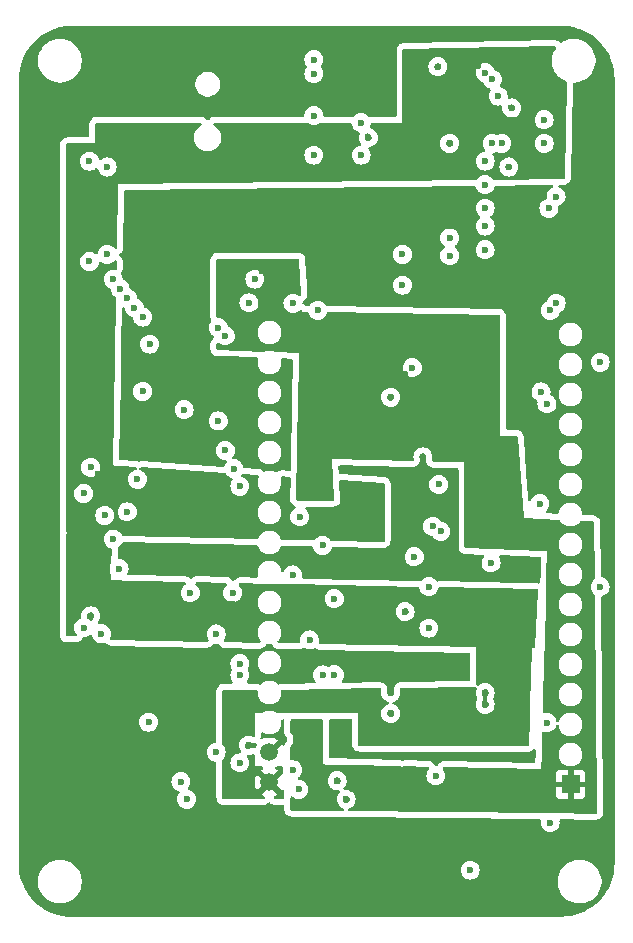
<source format=gbr>
%TF.GenerationSoftware,KiCad,Pcbnew,8.0.5*%
%TF.CreationDate,2024-11-08T10:54:30-05:00*%
%TF.ProjectId,Main,4d61696e-2e6b-4696-9361-645f70636258,rev?*%
%TF.SameCoordinates,Original*%
%TF.FileFunction,Copper,L2,Inr*%
%TF.FilePolarity,Positive*%
%FSLAX46Y46*%
G04 Gerber Fmt 4.6, Leading zero omitted, Abs format (unit mm)*
G04 Created by KiCad (PCBNEW 8.0.5) date 2024-11-08 10:54:30*
%MOMM*%
%LPD*%
G01*
G04 APERTURE LIST*
%TA.AperFunction,ComponentPad*%
%ADD10C,1.500000*%
%TD*%
%TA.AperFunction,ComponentPad*%
%ADD11R,1.500000X1.500000*%
%TD*%
%TA.AperFunction,ViaPad*%
%ADD12C,0.600000*%
%TD*%
G04 APERTURE END LIST*
D10*
%TO.N,GND*%
%TO.C,J8*%
X150265534Y-116095534D03*
%TO.N,5VEXT*%
X150265534Y-118635534D03*
%TD*%
D11*
%TO.N,3V3EXT*%
%TO.C,J9*%
X175765534Y-118815534D03*
%TD*%
D12*
%TO.N,3V3EXT*%
X149665534Y-75375534D03*
X167265534Y-126075534D03*
X159265534Y-119575534D03*
X168730534Y-82545534D03*
X153765534Y-90075534D03*
X161765534Y-84075534D03*
X167265534Y-119575534D03*
X159265534Y-117575534D03*
X153765534Y-119575534D03*
X169035534Y-100035534D03*
X148465534Y-79975534D03*
X153431221Y-114605534D03*
X153765534Y-93575534D03*
X172265534Y-97395534D03*
X172665534Y-118815534D03*
X161765534Y-88575534D03*
X169765534Y-96575534D03*
%TO.N,GND*%
X160535534Y-86035534D03*
X160535534Y-111035534D03*
X130535534Y-65035534D03*
X156765534Y-120075534D03*
X170785534Y-61535534D03*
X164535534Y-58035534D03*
X131535534Y-108185534D03*
X156785534Y-99535534D03*
X161765534Y-108575534D03*
X162265534Y-92575534D03*
X132285534Y-97535534D03*
X148500000Y-115500000D03*
X156000000Y-118500000D03*
X141535534Y-75785534D03*
X158635534Y-64035534D03*
X170535534Y-68675534D03*
X151500000Y-115000000D03*
X135135534Y-104535534D03*
X165535534Y-64535534D03*
X135035534Y-115035534D03*
X130035534Y-60535534D03*
X165535534Y-68535534D03*
X131535534Y-101885534D03*
X165535534Y-71535534D03*
X160535534Y-112805534D03*
X168535534Y-111035534D03*
X131285534Y-73285534D03*
X132035534Y-88285534D03*
X135135534Y-91969847D03*
X130535534Y-67535534D03*
X170535534Y-66535534D03*
X168535534Y-112035534D03*
X161500000Y-116500000D03*
X158535534Y-61535534D03*
X161765534Y-104175534D03*
X132035534Y-122785534D03*
X162365534Y-83525534D03*
X167035534Y-100035534D03*
X132285534Y-112035534D03*
X163265534Y-93575534D03*
X163265534Y-91075534D03*
X132035534Y-84035534D03*
%TO.N,5VEXT*%
X174035534Y-65530534D03*
X167969847Y-57969847D03*
X163035534Y-59535534D03*
X159265534Y-115075534D03*
X173535534Y-57035534D03*
X135735534Y-92541397D03*
X174035534Y-66730534D03*
X163035534Y-61035534D03*
X169265534Y-107075534D03*
X147265534Y-118575534D03*
X136035534Y-65535534D03*
X169265534Y-115075534D03*
X169265534Y-109575534D03*
X147165534Y-103535534D03*
X135735534Y-103535534D03*
X173535534Y-60035534D03*
X159265534Y-94075534D03*
%TO.N,Net-(DNP1-Pad1)*%
X154035534Y-57435534D03*
X154035534Y-58635534D03*
%TO.N,Net-(DNP2-Pad1)*%
X154035534Y-62183834D03*
X154035534Y-65535534D03*
%TO.N,Net-(U3-RATE)*%
X173535534Y-64535534D03*
X169935537Y-64535534D03*
X169635534Y-60535534D03*
X173535534Y-62535534D03*
%TO.N,Net-(U4-RESET'_OR_PG)*%
X164765534Y-97395534D03*
X164365534Y-118075534D03*
%TO.N,Net-(J6-Pad2)*%
X163765534Y-105575534D03*
X163765534Y-102075534D03*
%TO.N,Net-(J6-Pad1)*%
X155765534Y-103075534D03*
X155765534Y-109520532D03*
%TO.N,VBR_MTR_EN1*%
X173765534Y-113575534D03*
X173765534Y-86575534D03*
X174035534Y-122035534D03*
%TO.N,LCD_CLK*%
X147765534Y-109575534D03*
X154765534Y-98575534D03*
X154775751Y-109539163D03*
X147765534Y-116985534D03*
%TO.N,LCD_CS*%
X152231221Y-117575534D03*
X152231221Y-101075534D03*
%TO.N,LCD_DS*%
X143053385Y-87075534D03*
X142765534Y-118575534D03*
%TO.N,LCD_DIN*%
X145765534Y-116075534D03*
X178265534Y-83075534D03*
X178265534Y-102075534D03*
X145765534Y-106075534D03*
%TO.N,LCD_RST*%
X152831221Y-96141221D03*
X152765534Y-119235534D03*
%TO.N,LCD_BL*%
X147265534Y-92075534D03*
X143565534Y-102575534D03*
X147165534Y-102575534D03*
X143265534Y-120075534D03*
%TO.N,SDA*%
X164605534Y-93415534D03*
X136335534Y-96035534D03*
X162535534Y-99535534D03*
X136035534Y-106035534D03*
X164091715Y-96964290D03*
%TO.N,SCL*%
X173265534Y-85575534D03*
X173165534Y-95035534D03*
X134535534Y-105535534D03*
X134535534Y-94175534D03*
%TO.N,Net-(U3-INA-)*%
X168535534Y-71535534D03*
X168535534Y-73535534D03*
%TO.N,Net-(U3-INA+)*%
X165535534Y-74035534D03*
X165535534Y-72535534D03*
%TO.N,Net-(U3-VBG)*%
X168535534Y-68035534D03*
X168535534Y-70035534D03*
%TO.N,/Load_Cell_and_Amplifier/A-*%
X135035534Y-66035534D03*
X135035534Y-74535534D03*
%TO.N,/Load_Cell_and_Amplifier/A+*%
X136535534Y-66535534D03*
X161535534Y-73935534D03*
X136535534Y-73935534D03*
X161535534Y-76535534D03*
%TO.N,Net-(Q3-C)*%
X168535534Y-66035534D03*
X168535534Y-58535534D03*
%TO.N,W_DAT*%
X174547683Y-78060955D03*
X152265534Y-78075534D03*
X174535534Y-69035534D03*
%TO.N,W_SCK*%
X153665534Y-106575534D03*
X173935534Y-70035534D03*
X174035534Y-78675534D03*
X154365534Y-78675534D03*
%TO.N,Net-(Q3-B)*%
X169135534Y-64535534D03*
X169135534Y-59101221D03*
%TO.N,IMU_VOUT*%
X147765534Y-93575534D03*
X147765534Y-108575534D03*
%TO.N,ANO_SW4*%
X145935534Y-88035534D03*
X145935534Y-80135534D03*
%TO.N,ANO_ENCA*%
X137035534Y-76035534D03*
X137035534Y-98035534D03*
%TO.N,ANO_COMA*%
X140135534Y-81535534D03*
X140035534Y-113535534D03*
%TO.N,ANO_SW2*%
X149035534Y-76035534D03*
X138835534Y-78435534D03*
X139095534Y-92975534D03*
%TO.N,ANO_SW1*%
X138235534Y-77635534D03*
X138235534Y-95735534D03*
%TO.N,ANO_SW3*%
X139535534Y-85535534D03*
X148535534Y-78035534D03*
X139535534Y-79235534D03*
%TO.N,ANO_SW5*%
X146535534Y-80835534D03*
X146535534Y-90535534D03*
%TO.N,ANO_ENCB*%
X137635534Y-76835534D03*
X137535534Y-100535534D03*
%TO.N,/Load_Cell_and_Amplifier/AVDD*%
X158035534Y-62783834D03*
X158035534Y-65535534D03*
%TD*%
%TA.AperFunction,Conductor*%
%TO.N,5VEXT*%
G36*
X149035534Y-112785534D02*
G01*
X149035534Y-114666728D01*
X149015849Y-114733767D01*
X148963045Y-114779522D01*
X148893887Y-114789466D01*
X148856510Y-114775745D01*
X148855795Y-114777231D01*
X148849529Y-114774213D01*
X148679254Y-114714631D01*
X148679249Y-114714630D01*
X148500004Y-114694435D01*
X148499996Y-114694435D01*
X148320750Y-114714630D01*
X148320745Y-114714631D01*
X148150476Y-114774211D01*
X147997737Y-114870184D01*
X147870184Y-114997737D01*
X147774211Y-115150476D01*
X147714631Y-115320745D01*
X147714630Y-115320750D01*
X147694435Y-115499996D01*
X147694435Y-115500003D01*
X147714630Y-115679249D01*
X147714631Y-115679254D01*
X147774211Y-115849523D01*
X147862549Y-115990111D01*
X147881549Y-116057348D01*
X147861181Y-116124183D01*
X147807914Y-116169397D01*
X147771439Y-116179303D01*
X147586283Y-116200164D01*
X147586279Y-116200165D01*
X147416010Y-116259745D01*
X147263271Y-116355718D01*
X147135718Y-116483271D01*
X147039745Y-116636010D01*
X146980165Y-116806279D01*
X146980164Y-116806284D01*
X146959969Y-116985530D01*
X146959969Y-116985537D01*
X146980164Y-117164783D01*
X146980165Y-117164788D01*
X147039745Y-117335057D01*
X147097631Y-117427181D01*
X147135718Y-117487796D01*
X147263272Y-117615350D01*
X147416012Y-117711323D01*
X147586279Y-117770902D01*
X147586284Y-117770903D01*
X147765530Y-117791099D01*
X147765534Y-117791099D01*
X147765538Y-117791099D01*
X147944783Y-117770903D01*
X147944786Y-117770902D01*
X147944789Y-117770902D01*
X148115056Y-117711323D01*
X148267796Y-117615350D01*
X148395350Y-117487796D01*
X148491323Y-117335056D01*
X148550902Y-117164789D01*
X148550903Y-117164783D01*
X148571099Y-116985537D01*
X148571099Y-116985530D01*
X148550903Y-116806284D01*
X148550902Y-116806279D01*
X148545264Y-116790166D01*
X148491323Y-116636012D01*
X148402983Y-116495420D01*
X148383984Y-116428186D01*
X148404352Y-116361350D01*
X148457619Y-116316136D01*
X148494095Y-116306230D01*
X148499998Y-116305564D01*
X148500000Y-116305565D01*
X148587176Y-116295742D01*
X148679249Y-116285369D01*
X148679252Y-116285368D01*
X148679255Y-116285368D01*
X148849522Y-116225789D01*
X148849529Y-116225784D01*
X148853501Y-116223873D01*
X148922442Y-116212518D01*
X148986578Y-116240238D01*
X149025545Y-116298232D01*
X149028893Y-116311893D01*
X149031308Y-116320906D01*
X149035534Y-116353001D01*
X149035534Y-117285534D01*
X149643539Y-117285534D01*
X149710578Y-117305219D01*
X149756333Y-117358023D01*
X149766277Y-117427181D01*
X149737252Y-117490737D01*
X149695944Y-117521916D01*
X149638147Y-117548867D01*
X149575962Y-117592408D01*
X150136125Y-118152571D01*
X150072541Y-118169609D01*
X149958527Y-118235435D01*
X149865435Y-118328527D01*
X149799609Y-118442541D01*
X149782571Y-118506125D01*
X149222408Y-117945962D01*
X149178867Y-118008147D01*
X149086432Y-118206374D01*
X149086428Y-118206383D01*
X149029823Y-118417639D01*
X149029821Y-118417649D01*
X149010759Y-118635533D01*
X149010759Y-118635534D01*
X149029821Y-118853418D01*
X149029823Y-118853428D01*
X149086428Y-119064684D01*
X149086432Y-119064693D01*
X149178867Y-119262921D01*
X149222408Y-119325105D01*
X149782571Y-118764942D01*
X149799609Y-118828527D01*
X149865435Y-118942541D01*
X149958527Y-119035633D01*
X150072541Y-119101459D01*
X150136124Y-119118496D01*
X149575961Y-119678658D01*
X149638146Y-119722200D01*
X149803169Y-119799152D01*
X149855608Y-119845324D01*
X149874760Y-119912518D01*
X149854544Y-119979399D01*
X149801379Y-120024733D01*
X149750764Y-120035534D01*
X146409534Y-120035534D01*
X146342495Y-120015849D01*
X146296740Y-119963045D01*
X146285534Y-119911534D01*
X146285534Y-116738974D01*
X146305219Y-116671935D01*
X146321853Y-116651293D01*
X146337136Y-116636010D01*
X146395350Y-116577796D01*
X146491323Y-116425056D01*
X146550902Y-116254789D01*
X146550903Y-116254783D01*
X146571099Y-116075537D01*
X146571099Y-116075530D01*
X146550903Y-115896284D01*
X146550902Y-115896279D01*
X146518446Y-115803526D01*
X146491323Y-115726012D01*
X146395350Y-115573272D01*
X146321853Y-115499775D01*
X146288368Y-115438452D01*
X146285534Y-115412094D01*
X146285534Y-112285534D01*
X149035534Y-112285534D01*
X149035534Y-112785534D01*
G37*
%TD.AperFunction*%
%TA.AperFunction,Conductor*%
G36*
X151308658Y-119325105D02*
G01*
X151309960Y-119323247D01*
X151364537Y-119279622D01*
X151434036Y-119272430D01*
X151496390Y-119303953D01*
X151531803Y-119364183D01*
X151535534Y-119394371D01*
X151535534Y-119911534D01*
X151515849Y-119978573D01*
X151463045Y-120024328D01*
X151411534Y-120035534D01*
X150780305Y-120035534D01*
X150713266Y-120015849D01*
X150667511Y-119963045D01*
X150657567Y-119893887D01*
X150686592Y-119830331D01*
X150727900Y-119799152D01*
X150892920Y-119722201D01*
X150955105Y-119678658D01*
X150394944Y-119118496D01*
X150458527Y-119101459D01*
X150572541Y-119035633D01*
X150665633Y-118942541D01*
X150731459Y-118828527D01*
X150748496Y-118764943D01*
X151308658Y-119325105D01*
G37*
%TD.AperFunction*%
%TA.AperFunction,Conductor*%
G36*
X151386614Y-117305219D02*
G01*
X151432369Y-117358023D01*
X151442795Y-117423418D01*
X151425656Y-117575531D01*
X151425656Y-117575537D01*
X151445851Y-117754783D01*
X151445853Y-117754791D01*
X151455782Y-117783166D01*
X151459343Y-117852945D01*
X151424614Y-117913572D01*
X151362620Y-117945799D01*
X151327932Y-117947648D01*
X151308658Y-117945961D01*
X150748496Y-118506123D01*
X150731459Y-118442541D01*
X150665633Y-118328527D01*
X150572541Y-118235435D01*
X150458527Y-118169609D01*
X150394943Y-118152571D01*
X150955105Y-117592408D01*
X150892921Y-117548866D01*
X150835125Y-117521916D01*
X150782686Y-117475744D01*
X150763534Y-117408550D01*
X150783750Y-117341669D01*
X150836915Y-117296334D01*
X150887530Y-117285534D01*
X151319575Y-117285534D01*
X151386614Y-117305219D01*
G37*
%TD.AperFunction*%
%TD*%
%TA.AperFunction,Conductor*%
%TO.N,5VEXT*%
G36*
X174460265Y-56324421D02*
G01*
X174506956Y-56376400D01*
X174518132Y-56445370D01*
X174495138Y-56501378D01*
X174495859Y-56501860D01*
X174493604Y-56505234D01*
X174372311Y-56715319D01*
X174372307Y-56715328D01*
X174279481Y-56939429D01*
X174216695Y-57173748D01*
X174185034Y-57414245D01*
X174185034Y-57656822D01*
X174211292Y-57856279D01*
X174216696Y-57897323D01*
X174219158Y-57906511D01*
X174279481Y-58131638D01*
X174372307Y-58355739D01*
X174372311Y-58355748D01*
X174383676Y-58375432D01*
X174493598Y-58565823D01*
X174493600Y-58565826D01*
X174493601Y-58565827D01*
X174641267Y-58758270D01*
X174641273Y-58758277D01*
X174812790Y-58929794D01*
X174812796Y-58929799D01*
X175005245Y-59077470D01*
X175215322Y-59198758D01*
X175363461Y-59260119D01*
X175390063Y-59271138D01*
X175444466Y-59314979D01*
X175466531Y-59381273D01*
X175466579Y-59388454D01*
X175288194Y-67415805D01*
X175267025Y-67482390D01*
X175213218Y-67526961D01*
X175165785Y-67537040D01*
X169284301Y-67611021D01*
X169217019Y-67592181D01*
X169177747Y-67553002D01*
X169165350Y-67533272D01*
X169037796Y-67405718D01*
X168934956Y-67341099D01*
X168885057Y-67309745D01*
X168714788Y-67250165D01*
X168714783Y-67250164D01*
X168535538Y-67229969D01*
X168535530Y-67229969D01*
X168356284Y-67250164D01*
X168356279Y-67250165D01*
X168186010Y-67309745D01*
X168033271Y-67405718D01*
X167905718Y-67533271D01*
X167905714Y-67533276D01*
X167881412Y-67571952D01*
X167829077Y-67618242D01*
X167777980Y-67629968D01*
X137473097Y-68011161D01*
X137473097Y-68011162D01*
X137473096Y-68011162D01*
X135535534Y-68035534D01*
X135535534Y-66666771D01*
X135537796Y-66665350D01*
X135542865Y-66660280D01*
X135604183Y-66626795D01*
X135673875Y-66631776D01*
X135729810Y-66673645D01*
X135746107Y-66708831D01*
X135747866Y-66708216D01*
X135809745Y-66885057D01*
X135905718Y-67037796D01*
X136033272Y-67165350D01*
X136123614Y-67222116D01*
X136168255Y-67250166D01*
X136186012Y-67261323D01*
X136324394Y-67309745D01*
X136356279Y-67320902D01*
X136356284Y-67320903D01*
X136535530Y-67341099D01*
X136535534Y-67341099D01*
X136535538Y-67341099D01*
X136714783Y-67320903D01*
X136714786Y-67320902D01*
X136714789Y-67320902D01*
X136885056Y-67261323D01*
X137037796Y-67165350D01*
X137165350Y-67037796D01*
X137261323Y-66885056D01*
X137320902Y-66714789D01*
X137320903Y-66714783D01*
X137341099Y-66535537D01*
X137341099Y-66535530D01*
X137320903Y-66356284D01*
X137320902Y-66356279D01*
X137287675Y-66261322D01*
X137261323Y-66186012D01*
X137165350Y-66033272D01*
X137037796Y-65905718D01*
X137004913Y-65885056D01*
X136885057Y-65809745D01*
X136714788Y-65750165D01*
X136714783Y-65750164D01*
X136535538Y-65729969D01*
X136535530Y-65729969D01*
X136356284Y-65750164D01*
X136356279Y-65750165D01*
X136186010Y-65809745D01*
X136033272Y-65905717D01*
X136028197Y-65910793D01*
X135966872Y-65944275D01*
X135897181Y-65939287D01*
X135841249Y-65897412D01*
X135824969Y-65862233D01*
X135823202Y-65862852D01*
X135776704Y-65729969D01*
X135761323Y-65686012D01*
X135666769Y-65535530D01*
X153229969Y-65535530D01*
X153229969Y-65535537D01*
X153250164Y-65714783D01*
X153250165Y-65714788D01*
X153309745Y-65885057D01*
X153402875Y-66033271D01*
X153405718Y-66037796D01*
X153533272Y-66165350D01*
X153686012Y-66261323D01*
X153856279Y-66320902D01*
X153856284Y-66320903D01*
X154035530Y-66341099D01*
X154035534Y-66341099D01*
X154035538Y-66341099D01*
X154214783Y-66320903D01*
X154214786Y-66320902D01*
X154214789Y-66320902D01*
X154385056Y-66261323D01*
X154537796Y-66165350D01*
X154665350Y-66037796D01*
X154761323Y-65885056D01*
X154820902Y-65714789D01*
X154820903Y-65714783D01*
X154841099Y-65535537D01*
X154841099Y-65535530D01*
X154820903Y-65356284D01*
X154820902Y-65356279D01*
X154787186Y-65259925D01*
X154761323Y-65186012D01*
X154754512Y-65175173D01*
X154670703Y-65041791D01*
X154665350Y-65033272D01*
X154537796Y-64905718D01*
X154504913Y-64885056D01*
X154385057Y-64809745D01*
X154214788Y-64750165D01*
X154214783Y-64750164D01*
X154035538Y-64729969D01*
X154035530Y-64729969D01*
X153856284Y-64750164D01*
X153856279Y-64750165D01*
X153686010Y-64809745D01*
X153533271Y-64905718D01*
X153405718Y-65033271D01*
X153309745Y-65186010D01*
X153250165Y-65356279D01*
X153250164Y-65356284D01*
X153229969Y-65535530D01*
X135666769Y-65535530D01*
X135665350Y-65533272D01*
X135537796Y-65405718D01*
X135535534Y-65404296D01*
X135535534Y-62909534D01*
X135555219Y-62842495D01*
X135608023Y-62796740D01*
X135659534Y-62785534D01*
X144434361Y-62785534D01*
X144501400Y-62805219D01*
X144547155Y-62858023D01*
X144557099Y-62927181D01*
X144528074Y-62990737D01*
X144490656Y-63020019D01*
X144431649Y-63050084D01*
X144357835Y-63103714D01*
X144284927Y-63156685D01*
X144284925Y-63156687D01*
X144284924Y-63156687D01*
X144156688Y-63284923D01*
X144156688Y-63284924D01*
X144156686Y-63284926D01*
X144155836Y-63286096D01*
X144050085Y-63431648D01*
X143967747Y-63593245D01*
X143911706Y-63765721D01*
X143911706Y-63765724D01*
X143883335Y-63944848D01*
X143883335Y-64126219D01*
X143911706Y-64305343D01*
X143911706Y-64305346D01*
X143967747Y-64477822D01*
X144000341Y-64541791D01*
X144050085Y-64639419D01*
X144156686Y-64786142D01*
X144284927Y-64914383D01*
X144431650Y-65020984D01*
X144593244Y-65103320D01*
X144593246Y-65103321D01*
X144754126Y-65155593D01*
X144765727Y-65159363D01*
X144837121Y-65170670D01*
X144944850Y-65187734D01*
X144944855Y-65187734D01*
X145126220Y-65187734D01*
X145213057Y-65173979D01*
X145305343Y-65159363D01*
X145305346Y-65159362D01*
X145305347Y-65159362D01*
X145477823Y-65103321D01*
X145477823Y-65103320D01*
X145477826Y-65103320D01*
X145639420Y-65020984D01*
X145786143Y-64914383D01*
X145914384Y-64786142D01*
X146020985Y-64639419D01*
X146103321Y-64477825D01*
X146133463Y-64385057D01*
X146159363Y-64305346D01*
X146159363Y-64305345D01*
X146159364Y-64305342D01*
X146178264Y-64186012D01*
X146187735Y-64126219D01*
X146187735Y-63944848D01*
X146171229Y-63840643D01*
X146159364Y-63765726D01*
X146159363Y-63765722D01*
X146159363Y-63765721D01*
X146103322Y-63593245D01*
X146097873Y-63582550D01*
X146020985Y-63431649D01*
X145914384Y-63284926D01*
X145786143Y-63156685D01*
X145639420Y-63050084D01*
X145580414Y-63020019D01*
X145529618Y-62972044D01*
X145512823Y-62904223D01*
X145535360Y-62838088D01*
X145590076Y-62794637D01*
X145636709Y-62785534D01*
X153454627Y-62785534D01*
X153521666Y-62805219D01*
X153531944Y-62812591D01*
X153533269Y-62813648D01*
X153663775Y-62895651D01*
X153686012Y-62909623D01*
X153736190Y-62927181D01*
X153856279Y-62969202D01*
X153856284Y-62969203D01*
X154035530Y-62989399D01*
X154035534Y-62989399D01*
X154035538Y-62989399D01*
X154214783Y-62969203D01*
X154214786Y-62969202D01*
X154214789Y-62969202D01*
X154385056Y-62909623D01*
X154537796Y-62813650D01*
X154537798Y-62813648D01*
X154539124Y-62812591D01*
X154540143Y-62812174D01*
X154543692Y-62809945D01*
X154544082Y-62810566D01*
X154603809Y-62786179D01*
X154616441Y-62785534D01*
X157119347Y-62785534D01*
X157186386Y-62805219D01*
X157232141Y-62858023D01*
X157242567Y-62895651D01*
X157250164Y-62963083D01*
X157250165Y-62963088D01*
X157309745Y-63133357D01*
X157374754Y-63236817D01*
X157405718Y-63286096D01*
X157533272Y-63413650D01*
X157686012Y-63509623D01*
X157823285Y-63557657D01*
X157880062Y-63598379D01*
X157905809Y-63663332D01*
X157899372Y-63715654D01*
X157850167Y-63856271D01*
X157850164Y-63856284D01*
X157829969Y-64035530D01*
X157829969Y-64035537D01*
X157850164Y-64214783D01*
X157850165Y-64214788D01*
X157909745Y-64385057D01*
X158005715Y-64537792D01*
X158008905Y-64541791D01*
X158035315Y-64606477D01*
X158022561Y-64675173D01*
X157974692Y-64726068D01*
X157925844Y-64742327D01*
X157856283Y-64750164D01*
X157856279Y-64750165D01*
X157686010Y-64809745D01*
X157533271Y-64905718D01*
X157405718Y-65033271D01*
X157309745Y-65186010D01*
X157250165Y-65356279D01*
X157250164Y-65356284D01*
X157229969Y-65535530D01*
X157229969Y-65535537D01*
X157250164Y-65714783D01*
X157250165Y-65714788D01*
X157309745Y-65885057D01*
X157402875Y-66033271D01*
X157405718Y-66037796D01*
X157533272Y-66165350D01*
X157686012Y-66261323D01*
X157856279Y-66320902D01*
X157856284Y-66320903D01*
X158035530Y-66341099D01*
X158035534Y-66341099D01*
X158035538Y-66341099D01*
X158214783Y-66320903D01*
X158214786Y-66320902D01*
X158214789Y-66320902D01*
X158385056Y-66261323D01*
X158537796Y-66165350D01*
X158665350Y-66037796D01*
X158666774Y-66035530D01*
X167729969Y-66035530D01*
X167729969Y-66035537D01*
X167750164Y-66214783D01*
X167750165Y-66214788D01*
X167809745Y-66385057D01*
X167827290Y-66412979D01*
X167905718Y-66537796D01*
X168033272Y-66665350D01*
X168186012Y-66761323D01*
X168356279Y-66820902D01*
X168356284Y-66820903D01*
X168535530Y-66841099D01*
X168535534Y-66841099D01*
X168535538Y-66841099D01*
X168714783Y-66820903D01*
X168714786Y-66820902D01*
X168714789Y-66820902D01*
X168885056Y-66761323D01*
X169037796Y-66665350D01*
X169165350Y-66537796D01*
X169166774Y-66535530D01*
X169729969Y-66535530D01*
X169729969Y-66535537D01*
X169750164Y-66714783D01*
X169750165Y-66714788D01*
X169809745Y-66885057D01*
X169905718Y-67037796D01*
X170033272Y-67165350D01*
X170123614Y-67222116D01*
X170168255Y-67250166D01*
X170186012Y-67261323D01*
X170324394Y-67309745D01*
X170356279Y-67320902D01*
X170356284Y-67320903D01*
X170535530Y-67341099D01*
X170535534Y-67341099D01*
X170535538Y-67341099D01*
X170714783Y-67320903D01*
X170714786Y-67320902D01*
X170714789Y-67320902D01*
X170885056Y-67261323D01*
X171037796Y-67165350D01*
X171165350Y-67037796D01*
X171261323Y-66885056D01*
X171320902Y-66714789D01*
X171320903Y-66714783D01*
X171341099Y-66535537D01*
X171341099Y-66535530D01*
X171320903Y-66356284D01*
X171320902Y-66356279D01*
X171287675Y-66261322D01*
X171261323Y-66186012D01*
X171165350Y-66033272D01*
X171037796Y-65905718D01*
X171004913Y-65885056D01*
X170885057Y-65809745D01*
X170714788Y-65750165D01*
X170714783Y-65750164D01*
X170535538Y-65729969D01*
X170535530Y-65729969D01*
X170356284Y-65750164D01*
X170356279Y-65750165D01*
X170186010Y-65809745D01*
X170033271Y-65905718D01*
X169905718Y-66033271D01*
X169809745Y-66186010D01*
X169750165Y-66356279D01*
X169750164Y-66356284D01*
X169729969Y-66535530D01*
X169166774Y-66535530D01*
X169261323Y-66385056D01*
X169320902Y-66214789D01*
X169320903Y-66214783D01*
X169341099Y-66035537D01*
X169341099Y-66035530D01*
X169320903Y-65856284D01*
X169320902Y-65856279D01*
X169276704Y-65729969D01*
X169261323Y-65686012D01*
X169165350Y-65533272D01*
X169165343Y-65533265D01*
X169162163Y-65529277D01*
X169135752Y-65464591D01*
X169148505Y-65395895D01*
X169196374Y-65345000D01*
X169245225Y-65328740D01*
X169314783Y-65320903D01*
X169314785Y-65320902D01*
X169314789Y-65320902D01*
X169314792Y-65320900D01*
X169314796Y-65320900D01*
X169491629Y-65259023D01*
X169492380Y-65261171D01*
X169550662Y-65251569D01*
X169579126Y-65259925D01*
X169579442Y-65259023D01*
X169756282Y-65320902D01*
X169756287Y-65320903D01*
X169935533Y-65341099D01*
X169935537Y-65341099D01*
X169935541Y-65341099D01*
X170114786Y-65320903D01*
X170114789Y-65320902D01*
X170114792Y-65320902D01*
X170285059Y-65261323D01*
X170437799Y-65165350D01*
X170565353Y-65037796D01*
X170661326Y-64885056D01*
X170720905Y-64714789D01*
X170726476Y-64665350D01*
X170741102Y-64535534D01*
X170741102Y-64535530D01*
X172729969Y-64535530D01*
X172729969Y-64535534D01*
X172750164Y-64714783D01*
X172750165Y-64714788D01*
X172809745Y-64885057D01*
X172828172Y-64914383D01*
X172905718Y-65037796D01*
X173033272Y-65165350D01*
X173068896Y-65187734D01*
X173182351Y-65259023D01*
X173186012Y-65261323D01*
X173324394Y-65309745D01*
X173356279Y-65320902D01*
X173356284Y-65320903D01*
X173535530Y-65341099D01*
X173535534Y-65341099D01*
X173535538Y-65341099D01*
X173714783Y-65320903D01*
X173714786Y-65320902D01*
X173714789Y-65320902D01*
X173885056Y-65261323D01*
X174037796Y-65165350D01*
X174165350Y-65037796D01*
X174261323Y-64885056D01*
X174320902Y-64714789D01*
X174326473Y-64665350D01*
X174341099Y-64535534D01*
X174341099Y-64535530D01*
X174320903Y-64356284D01*
X174320902Y-64356279D01*
X174303078Y-64305342D01*
X174261323Y-64186012D01*
X174165350Y-64033272D01*
X174037796Y-63905718D01*
X173885057Y-63809745D01*
X173714788Y-63750165D01*
X173714783Y-63750164D01*
X173535538Y-63729969D01*
X173535530Y-63729969D01*
X173356284Y-63750164D01*
X173356279Y-63750165D01*
X173186010Y-63809745D01*
X173033271Y-63905718D01*
X172905718Y-64033271D01*
X172809745Y-64186010D01*
X172750165Y-64356279D01*
X172750164Y-64356284D01*
X172729969Y-64535530D01*
X170741102Y-64535530D01*
X170720906Y-64356284D01*
X170720905Y-64356279D01*
X170703081Y-64305342D01*
X170661326Y-64186012D01*
X170565353Y-64033272D01*
X170437799Y-63905718D01*
X170285060Y-63809745D01*
X170114791Y-63750165D01*
X170114786Y-63750164D01*
X169935541Y-63729969D01*
X169935533Y-63729969D01*
X169756287Y-63750164D01*
X169756274Y-63750167D01*
X169579443Y-63812044D01*
X169578694Y-63809903D01*
X169520358Y-63819492D01*
X169491942Y-63811145D01*
X169491628Y-63812044D01*
X169314796Y-63750167D01*
X169314783Y-63750164D01*
X169135538Y-63729969D01*
X169135530Y-63729969D01*
X168956284Y-63750164D01*
X168956279Y-63750165D01*
X168786010Y-63809745D01*
X168633271Y-63905718D01*
X168505718Y-64033271D01*
X168409745Y-64186010D01*
X168350165Y-64356279D01*
X168350164Y-64356284D01*
X168329969Y-64535530D01*
X168329969Y-64535534D01*
X168350164Y-64714783D01*
X168350165Y-64714788D01*
X168409745Y-64885057D01*
X168505715Y-65037792D01*
X168508905Y-65041791D01*
X168535315Y-65106477D01*
X168522561Y-65175173D01*
X168474692Y-65226068D01*
X168425844Y-65242327D01*
X168356283Y-65250164D01*
X168356279Y-65250165D01*
X168186010Y-65309745D01*
X168033271Y-65405718D01*
X167905718Y-65533271D01*
X167809745Y-65686010D01*
X167750165Y-65856279D01*
X167750164Y-65856284D01*
X167729969Y-66035530D01*
X158666774Y-66035530D01*
X158761323Y-65885056D01*
X158820902Y-65714789D01*
X158820903Y-65714783D01*
X158841099Y-65535537D01*
X158841099Y-65535530D01*
X158820903Y-65356284D01*
X158820902Y-65356279D01*
X158787186Y-65259925D01*
X158761323Y-65186012D01*
X158754512Y-65175173D01*
X158739745Y-65151671D01*
X158665350Y-65033272D01*
X158665343Y-65033265D01*
X158662163Y-65029277D01*
X158635752Y-64964591D01*
X158648505Y-64895895D01*
X158696374Y-64845000D01*
X158745225Y-64828740D01*
X158814783Y-64820903D01*
X158814786Y-64820902D01*
X158814789Y-64820902D01*
X158985056Y-64761323D01*
X159137796Y-64665350D01*
X159265350Y-64537796D01*
X159266774Y-64535530D01*
X164729969Y-64535530D01*
X164729969Y-64535534D01*
X164750164Y-64714783D01*
X164750165Y-64714788D01*
X164809745Y-64885057D01*
X164828172Y-64914383D01*
X164905718Y-65037796D01*
X165033272Y-65165350D01*
X165068896Y-65187734D01*
X165182351Y-65259023D01*
X165186012Y-65261323D01*
X165324394Y-65309745D01*
X165356279Y-65320902D01*
X165356284Y-65320903D01*
X165535530Y-65341099D01*
X165535534Y-65341099D01*
X165535538Y-65341099D01*
X165714783Y-65320903D01*
X165714786Y-65320902D01*
X165714789Y-65320902D01*
X165885056Y-65261323D01*
X166037796Y-65165350D01*
X166165350Y-65037796D01*
X166261323Y-64885056D01*
X166320902Y-64714789D01*
X166326473Y-64665350D01*
X166341099Y-64535534D01*
X166341099Y-64535530D01*
X166320903Y-64356284D01*
X166320902Y-64356279D01*
X166303078Y-64305342D01*
X166261323Y-64186012D01*
X166165350Y-64033272D01*
X166037796Y-63905718D01*
X165885057Y-63809745D01*
X165714788Y-63750165D01*
X165714783Y-63750164D01*
X165535538Y-63729969D01*
X165535530Y-63729969D01*
X165356284Y-63750164D01*
X165356279Y-63750165D01*
X165186010Y-63809745D01*
X165033271Y-63905718D01*
X164905718Y-64033271D01*
X164809745Y-64186010D01*
X164750165Y-64356279D01*
X164750164Y-64356284D01*
X164729969Y-64535530D01*
X159266774Y-64535530D01*
X159361323Y-64385056D01*
X159420902Y-64214789D01*
X159420903Y-64214783D01*
X159441099Y-64035537D01*
X159441099Y-64035530D01*
X159420903Y-63856284D01*
X159420902Y-63856279D01*
X159408030Y-63819492D01*
X159361323Y-63686012D01*
X159265350Y-63533272D01*
X159137796Y-63405718D01*
X159002814Y-63320903D01*
X158985055Y-63309744D01*
X158885910Y-63275052D01*
X158847781Y-63261710D01*
X158791006Y-63220989D01*
X158765258Y-63156037D01*
X158771695Y-63103714D01*
X158820900Y-62963096D01*
X158820903Y-62963083D01*
X158828501Y-62895651D01*
X158855567Y-62831237D01*
X158913162Y-62791681D01*
X158951721Y-62785534D01*
X161535534Y-62785534D01*
X161535534Y-62535530D01*
X172729969Y-62535530D01*
X172729969Y-62535537D01*
X172750164Y-62714783D01*
X172750165Y-62714788D01*
X172809745Y-62885057D01*
X172858776Y-62963089D01*
X172905718Y-63037796D01*
X173033272Y-63165350D01*
X173121821Y-63220989D01*
X173168255Y-63250166D01*
X173186012Y-63261323D01*
X173324391Y-63309744D01*
X173356279Y-63320902D01*
X173356284Y-63320903D01*
X173535530Y-63341099D01*
X173535534Y-63341099D01*
X173535538Y-63341099D01*
X173714783Y-63320903D01*
X173714786Y-63320902D01*
X173714789Y-63320902D01*
X173885056Y-63261323D01*
X174037796Y-63165350D01*
X174165350Y-63037796D01*
X174261323Y-62885056D01*
X174320902Y-62714789D01*
X174341099Y-62535534D01*
X174329694Y-62434312D01*
X174320903Y-62356284D01*
X174320902Y-62356279D01*
X174261322Y-62186010D01*
X174180916Y-62058045D01*
X174165350Y-62033272D01*
X174037796Y-61905718D01*
X174004913Y-61885056D01*
X173885057Y-61809745D01*
X173714788Y-61750165D01*
X173714783Y-61750164D01*
X173535538Y-61729969D01*
X173535530Y-61729969D01*
X173356284Y-61750164D01*
X173356279Y-61750165D01*
X173186010Y-61809745D01*
X173033271Y-61905718D01*
X172905718Y-62033271D01*
X172809745Y-62186010D01*
X172750165Y-62356279D01*
X172750164Y-62356284D01*
X172729969Y-62535530D01*
X161535534Y-62535530D01*
X161535534Y-58035530D01*
X163729969Y-58035530D01*
X163729969Y-58035537D01*
X163750164Y-58214783D01*
X163750165Y-58214788D01*
X163809745Y-58385057D01*
X163897871Y-58525308D01*
X163905718Y-58537796D01*
X164033272Y-58665350D01*
X164111944Y-58714783D01*
X164170695Y-58751699D01*
X164186012Y-58761323D01*
X164338809Y-58814789D01*
X164356279Y-58820902D01*
X164356284Y-58820903D01*
X164535530Y-58841099D01*
X164535534Y-58841099D01*
X164535538Y-58841099D01*
X164714783Y-58820903D01*
X164714786Y-58820902D01*
X164714789Y-58820902D01*
X164885056Y-58761323D01*
X165037796Y-58665350D01*
X165165350Y-58537796D01*
X165166774Y-58535530D01*
X167729969Y-58535530D01*
X167729969Y-58535537D01*
X167750164Y-58714783D01*
X167750165Y-58714788D01*
X167809745Y-58885057D01*
X167872579Y-58985056D01*
X167905718Y-59037796D01*
X168033272Y-59165350D01*
X168086444Y-59198760D01*
X168186012Y-59261323D01*
X168309067Y-59304382D01*
X168365844Y-59345104D01*
X168385154Y-59380468D01*
X168409745Y-59450744D01*
X168409746Y-59450745D01*
X168422833Y-59471572D01*
X168505718Y-59603483D01*
X168633272Y-59731037D01*
X168786012Y-59827010D01*
X168925595Y-59875852D01*
X168982371Y-59916574D01*
X169008119Y-59981526D01*
X168994663Y-60050088D01*
X168989635Y-60058866D01*
X168909745Y-60186010D01*
X168850165Y-60356279D01*
X168850164Y-60356284D01*
X168829969Y-60535530D01*
X168829969Y-60535537D01*
X168850164Y-60714783D01*
X168850165Y-60714788D01*
X168909745Y-60885057D01*
X169002875Y-61033271D01*
X169005718Y-61037796D01*
X169133272Y-61165350D01*
X169286012Y-61261323D01*
X169435234Y-61313538D01*
X169456279Y-61320902D01*
X169456284Y-61320903D01*
X169635530Y-61341099D01*
X169635534Y-61341099D01*
X169635538Y-61341099D01*
X169814783Y-61320903D01*
X169814785Y-61320902D01*
X169814789Y-61320902D01*
X169818799Y-61319498D01*
X169825650Y-61317102D01*
X169895429Y-61313538D01*
X169956057Y-61348265D01*
X169988286Y-61410258D01*
X169989828Y-61448025D01*
X169979969Y-61535529D01*
X169979969Y-61535537D01*
X170000164Y-61714783D01*
X170000165Y-61714788D01*
X170059745Y-61885057D01*
X170129370Y-61995864D01*
X170155718Y-62037796D01*
X170283272Y-62165350D01*
X170436012Y-62261323D01*
X170606279Y-62320902D01*
X170606284Y-62320903D01*
X170785530Y-62341099D01*
X170785534Y-62341099D01*
X170785538Y-62341099D01*
X170964783Y-62320903D01*
X170964786Y-62320902D01*
X170964789Y-62320902D01*
X171135056Y-62261323D01*
X171287796Y-62165350D01*
X171415350Y-62037796D01*
X171511323Y-61885056D01*
X171570902Y-61714789D01*
X171574645Y-61681572D01*
X171591099Y-61535537D01*
X171591099Y-61535530D01*
X171570903Y-61356284D01*
X171570902Y-61356279D01*
X171537675Y-61261322D01*
X171511323Y-61186012D01*
X171415350Y-61033272D01*
X171287796Y-60905718D01*
X171254913Y-60885056D01*
X171135057Y-60809745D01*
X170964788Y-60750165D01*
X170964783Y-60750164D01*
X170785538Y-60729969D01*
X170785530Y-60729969D01*
X170606284Y-60750164D01*
X170606270Y-60750167D01*
X170595409Y-60753968D01*
X170525630Y-60757527D01*
X170465004Y-60722796D01*
X170432779Y-60660801D01*
X170431239Y-60623041D01*
X170441099Y-60535536D01*
X170441099Y-60535530D01*
X170420903Y-60356284D01*
X170420902Y-60356279D01*
X170361322Y-60186010D01*
X170265349Y-60033271D01*
X170137796Y-59905718D01*
X169985055Y-59809744D01*
X169845471Y-59760902D01*
X169788694Y-59720180D01*
X169762947Y-59655227D01*
X169776403Y-59586666D01*
X169781421Y-59577905D01*
X169861323Y-59450743D01*
X169920902Y-59280476D01*
X169921954Y-59271138D01*
X169941099Y-59101224D01*
X169941099Y-59101217D01*
X169920903Y-58921971D01*
X169920902Y-58921966D01*
X169892605Y-58841099D01*
X169861323Y-58751699D01*
X169841078Y-58719480D01*
X169807066Y-58665349D01*
X169765350Y-58598959D01*
X169637796Y-58471405D01*
X169500374Y-58385057D01*
X169485053Y-58375430D01*
X169361999Y-58332371D01*
X169305223Y-58291650D01*
X169285912Y-58256284D01*
X169261322Y-58186010D01*
X169166771Y-58035534D01*
X169165350Y-58033272D01*
X169037796Y-57905718D01*
X168885057Y-57809745D01*
X168714788Y-57750165D01*
X168714783Y-57750164D01*
X168535538Y-57729969D01*
X168535530Y-57729969D01*
X168356284Y-57750164D01*
X168356279Y-57750165D01*
X168186010Y-57809745D01*
X168033271Y-57905718D01*
X167905718Y-58033271D01*
X167809745Y-58186010D01*
X167750165Y-58356279D01*
X167750164Y-58356284D01*
X167729969Y-58535530D01*
X165166774Y-58535530D01*
X165261323Y-58385056D01*
X165320902Y-58214789D01*
X165320903Y-58214783D01*
X165341099Y-58035537D01*
X165341099Y-58035530D01*
X165320903Y-57856284D01*
X165320902Y-57856279D01*
X165261322Y-57686010D01*
X165165349Y-57533271D01*
X165037796Y-57405718D01*
X164885057Y-57309745D01*
X164714788Y-57250165D01*
X164714783Y-57250164D01*
X164535538Y-57229969D01*
X164535530Y-57229969D01*
X164356284Y-57250164D01*
X164356279Y-57250165D01*
X164186010Y-57309745D01*
X164033271Y-57405718D01*
X163905718Y-57533271D01*
X163809745Y-57686010D01*
X163750165Y-57856279D01*
X163750164Y-57856284D01*
X163729969Y-58035530D01*
X161535534Y-58035530D01*
X161535534Y-56657339D01*
X161555219Y-56590300D01*
X161608023Y-56544545D01*
X161657318Y-56533359D01*
X174392889Y-56305938D01*
X174460265Y-56324421D01*
G37*
%TD.AperFunction*%
%TD*%
%TA.AperFunction,Conductor*%
%TO.N,5VEXT*%
G36*
X168285534Y-105535534D02*
G01*
X172535534Y-105535534D01*
X172491934Y-107279500D01*
X172491933Y-107279500D01*
X172491933Y-107279501D01*
X172371928Y-112079744D01*
X172338039Y-113435349D01*
X172288557Y-115414633D01*
X172267203Y-115481160D01*
X172213272Y-115525581D01*
X172164596Y-115535534D01*
X160285534Y-115535534D01*
X157909534Y-115535534D01*
X157842495Y-115515849D01*
X157796740Y-115463045D01*
X157785534Y-115411534D01*
X157785534Y-112785534D01*
X150951616Y-112785534D01*
X150884577Y-112765849D01*
X150882725Y-112764636D01*
X150739454Y-112668905D01*
X150739441Y-112668898D01*
X150557373Y-112593484D01*
X150557363Y-112593481D01*
X150364077Y-112555034D01*
X150364075Y-112555034D01*
X150166993Y-112555034D01*
X150166991Y-112555034D01*
X149973704Y-112593481D01*
X149973694Y-112593484D01*
X149791626Y-112668898D01*
X149791613Y-112668905D01*
X149648343Y-112764636D01*
X149581665Y-112785514D01*
X149579452Y-112785534D01*
X149035534Y-112785534D01*
X149035534Y-112285534D01*
X146285534Y-112285534D01*
X146285534Y-110909534D01*
X146305219Y-110842495D01*
X146358023Y-110796740D01*
X146409534Y-110785534D01*
X149141169Y-110785534D01*
X149208208Y-110805219D01*
X149253963Y-110858023D01*
X149262767Y-110910901D01*
X149265034Y-110910901D01*
X149265034Y-110916993D01*
X149265034Y-111114075D01*
X149265034Y-111114077D01*
X149265033Y-111114077D01*
X149303481Y-111307363D01*
X149303484Y-111307373D01*
X149378898Y-111489441D01*
X149378905Y-111489454D01*
X149488394Y-111653315D01*
X149488397Y-111653319D01*
X149627748Y-111792670D01*
X149627752Y-111792673D01*
X149791613Y-111902162D01*
X149791626Y-111902169D01*
X149973694Y-111977583D01*
X149973699Y-111977585D01*
X149973703Y-111977585D01*
X149973704Y-111977586D01*
X150166990Y-112016034D01*
X150166993Y-112016034D01*
X150364077Y-112016034D01*
X150494116Y-111990166D01*
X150557369Y-111977585D01*
X150739448Y-111902166D01*
X150903316Y-111792673D01*
X151042673Y-111653316D01*
X151152166Y-111489448D01*
X151227585Y-111307369D01*
X151266034Y-111114075D01*
X151266034Y-110916993D01*
X151266034Y-110910901D01*
X151268548Y-110910901D01*
X151279500Y-110853071D01*
X151327552Y-110802348D01*
X151389899Y-110785534D01*
X152535554Y-110785534D01*
X154721192Y-110749703D01*
X159638880Y-110669085D01*
X159706232Y-110687668D01*
X159752846Y-110739715D01*
X159763922Y-110808701D01*
X159757953Y-110834020D01*
X159750168Y-110856269D01*
X159750164Y-110856284D01*
X159729969Y-111035530D01*
X159729969Y-111035537D01*
X159750164Y-111214783D01*
X159750165Y-111214788D01*
X159809745Y-111385057D01*
X159903502Y-111534270D01*
X159905718Y-111537796D01*
X160033272Y-111665350D01*
X160186012Y-111761323D01*
X160275597Y-111792670D01*
X160306524Y-111803492D01*
X160363300Y-111844214D01*
X160389047Y-111909167D01*
X160375591Y-111977729D01*
X160327204Y-112028131D01*
X160306524Y-112037576D01*
X160186010Y-112079745D01*
X160033271Y-112175718D01*
X159905718Y-112303271D01*
X159809745Y-112456010D01*
X159750165Y-112626279D01*
X159750164Y-112626284D01*
X159729969Y-112805530D01*
X159729969Y-112805537D01*
X159750164Y-112984783D01*
X159750165Y-112984788D01*
X159809745Y-113155057D01*
X159878010Y-113263699D01*
X159905718Y-113307796D01*
X160033272Y-113435350D01*
X160186012Y-113531323D01*
X160356279Y-113590902D01*
X160356284Y-113590903D01*
X160535530Y-113611099D01*
X160535534Y-113611099D01*
X160535538Y-113611099D01*
X160714783Y-113590903D01*
X160714786Y-113590902D01*
X160714789Y-113590902D01*
X160885056Y-113531323D01*
X161037796Y-113435350D01*
X161165350Y-113307796D01*
X161261323Y-113155056D01*
X161320902Y-112984789D01*
X161320903Y-112984783D01*
X161341099Y-112805537D01*
X161341099Y-112805530D01*
X161320903Y-112626284D01*
X161320902Y-112626279D01*
X161261323Y-112456012D01*
X161165350Y-112303272D01*
X161037796Y-112175718D01*
X160885055Y-112079744D01*
X160764544Y-112037576D01*
X160707768Y-111996854D01*
X160682020Y-111931901D01*
X160695476Y-111863340D01*
X160743863Y-111812937D01*
X160764544Y-111803492D01*
X160795471Y-111792670D01*
X160885056Y-111761323D01*
X161037796Y-111665350D01*
X161165350Y-111537796D01*
X161261323Y-111385056D01*
X161320902Y-111214789D01*
X161320903Y-111214783D01*
X161341099Y-111035537D01*
X161341099Y-111035530D01*
X161320903Y-110856284D01*
X161320900Y-110856271D01*
X161302910Y-110804859D01*
X161299348Y-110735080D01*
X161334076Y-110674453D01*
X161396069Y-110642225D01*
X161417916Y-110639921D01*
X167685034Y-110537181D01*
X167752387Y-110555764D01*
X167799001Y-110607811D01*
X167810077Y-110676797D01*
X167804108Y-110702118D01*
X167750166Y-110856276D01*
X167750164Y-110856284D01*
X167729969Y-111035530D01*
X167729969Y-111035537D01*
X167750164Y-111214783D01*
X167750167Y-111214796D01*
X167809743Y-111385054D01*
X167862843Y-111469563D01*
X167881843Y-111536800D01*
X167862843Y-111601505D01*
X167809743Y-111686013D01*
X167750167Y-111856271D01*
X167750164Y-111856284D01*
X167729969Y-112035530D01*
X167729969Y-112035537D01*
X167750164Y-112214783D01*
X167750165Y-112214788D01*
X167809745Y-112385057D01*
X167905718Y-112537796D01*
X168033272Y-112665350D01*
X168186012Y-112761323D01*
X168356279Y-112820902D01*
X168356284Y-112820903D01*
X168535530Y-112841099D01*
X168535534Y-112841099D01*
X168535538Y-112841099D01*
X168714783Y-112820903D01*
X168714786Y-112820902D01*
X168714789Y-112820902D01*
X168885056Y-112761323D01*
X169037796Y-112665350D01*
X169165350Y-112537796D01*
X169261323Y-112385056D01*
X169320902Y-112214789D01*
X169320903Y-112214783D01*
X169341099Y-112035537D01*
X169341099Y-112035530D01*
X169320903Y-111856284D01*
X169320902Y-111856279D01*
X169261322Y-111686009D01*
X169208225Y-111601507D01*
X169189224Y-111534270D01*
X169208225Y-111469561D01*
X169261322Y-111385058D01*
X169261323Y-111385056D01*
X169320902Y-111214789D01*
X169320903Y-111214783D01*
X169341099Y-111035537D01*
X169341099Y-111035530D01*
X169320903Y-110856284D01*
X169320902Y-110856279D01*
X169280114Y-110739715D01*
X169261323Y-110686012D01*
X169165350Y-110533272D01*
X169037796Y-110405718D01*
X168998615Y-110381099D01*
X168885057Y-110309745D01*
X168714788Y-110250165D01*
X168714783Y-110250164D01*
X168535538Y-110229969D01*
X168535530Y-110229969D01*
X168356284Y-110250164D01*
X168356279Y-110250165D01*
X168186010Y-110309745D01*
X168033271Y-110405718D01*
X167997215Y-110441775D01*
X167935892Y-110475260D01*
X167866200Y-110470276D01*
X167810267Y-110428404D01*
X167785850Y-110362940D01*
X167785534Y-110354094D01*
X167785534Y-107182794D01*
X167785534Y-105285534D01*
X168285534Y-105535534D01*
G37*
%TD.AperFunction*%
%TD*%
%TA.AperFunction,Conductor*%
%TO.N,5VEXT*%
G36*
X138944760Y-91939314D02*
G01*
X139010408Y-91963229D01*
X139052707Y-92018840D01*
X139058224Y-92088492D01*
X139025210Y-92150069D01*
X138964145Y-92184023D01*
X138950744Y-92186282D01*
X138916283Y-92190164D01*
X138916279Y-92190165D01*
X138746010Y-92249745D01*
X138593271Y-92345718D01*
X138465718Y-92473271D01*
X138369745Y-92626010D01*
X138310165Y-92796279D01*
X138310164Y-92796284D01*
X138289969Y-92975530D01*
X138289969Y-92975537D01*
X138310164Y-93154783D01*
X138310165Y-93154788D01*
X138369745Y-93325057D01*
X138418011Y-93401871D01*
X138465718Y-93477796D01*
X138593272Y-93605350D01*
X138746012Y-93701323D01*
X138898792Y-93754783D01*
X138916279Y-93760902D01*
X138916284Y-93760903D01*
X139095530Y-93781099D01*
X139095534Y-93781099D01*
X139095538Y-93781099D01*
X139274783Y-93760903D01*
X139274786Y-93760902D01*
X139274789Y-93760902D01*
X139445056Y-93701323D01*
X139597796Y-93605350D01*
X139725350Y-93477796D01*
X139821323Y-93325056D01*
X139880902Y-93154789D01*
X139882907Y-93136993D01*
X139901099Y-92975537D01*
X139901099Y-92975530D01*
X139880903Y-92796284D01*
X139880902Y-92796279D01*
X139867253Y-92757272D01*
X139821323Y-92626012D01*
X139818940Y-92622220D01*
X139753403Y-92517918D01*
X139725350Y-92473272D01*
X139597796Y-92345718D01*
X139482835Y-92273483D01*
X139445055Y-92249744D01*
X139324153Y-92207439D01*
X139267376Y-92166717D01*
X139241629Y-92101764D01*
X139255085Y-92033203D01*
X139303472Y-91982800D01*
X139371428Y-91966558D01*
X139372968Y-91966646D01*
X146475791Y-92420018D01*
X146541436Y-92443932D01*
X146572881Y-92477792D01*
X146635718Y-92577796D01*
X146763272Y-92705350D01*
X146808259Y-92733617D01*
X146907984Y-92796279D01*
X146916012Y-92801323D01*
X147052457Y-92849067D01*
X147092852Y-92863202D01*
X147091907Y-92865901D01*
X147141666Y-92893726D01*
X147174532Y-92955382D01*
X147168847Y-93025020D01*
X147140793Y-93068197D01*
X147135717Y-93073272D01*
X147039745Y-93226010D01*
X146980165Y-93396279D01*
X146980164Y-93396284D01*
X146959969Y-93575530D01*
X146959969Y-93575537D01*
X146980164Y-93754783D01*
X146980165Y-93754788D01*
X147039745Y-93925057D01*
X147094798Y-94012673D01*
X147135718Y-94077796D01*
X147263272Y-94205350D01*
X147416012Y-94301323D01*
X147586279Y-94360902D01*
X147586284Y-94360903D01*
X147765530Y-94381099D01*
X147765534Y-94381099D01*
X147765538Y-94381099D01*
X147944783Y-94360903D01*
X147944786Y-94360902D01*
X147944789Y-94360902D01*
X148115056Y-94301323D01*
X148267796Y-94205350D01*
X148395350Y-94077796D01*
X148491323Y-93925056D01*
X148550902Y-93754789D01*
X148556011Y-93709448D01*
X148571099Y-93575537D01*
X148571099Y-93575530D01*
X148550903Y-93396284D01*
X148550902Y-93396279D01*
X148537385Y-93357649D01*
X148491323Y-93226012D01*
X148462579Y-93180267D01*
X148446567Y-93154783D01*
X148395350Y-93073272D01*
X148267796Y-92945718D01*
X148264575Y-92943694D01*
X148115057Y-92849745D01*
X147938216Y-92787866D01*
X147939155Y-92785182D01*
X147889334Y-92757272D01*
X147856516Y-92695589D01*
X147862256Y-92625956D01*
X147890282Y-92582863D01*
X147895350Y-92577796D01*
X147896666Y-92575700D01*
X147897871Y-92574634D01*
X147899691Y-92572353D01*
X147900090Y-92572671D01*
X147948996Y-92529407D01*
X148009559Y-92517918D01*
X149268978Y-92598307D01*
X149334622Y-92622220D01*
X149376921Y-92677831D01*
X149382438Y-92747483D01*
X149375635Y-92769505D01*
X149303484Y-92943694D01*
X149303481Y-92943704D01*
X149265034Y-93136990D01*
X149265034Y-93136993D01*
X149265034Y-93334075D01*
X149265034Y-93334077D01*
X149265033Y-93334077D01*
X149303481Y-93527363D01*
X149303484Y-93527373D01*
X149378898Y-93709441D01*
X149378905Y-93709454D01*
X149488394Y-93873315D01*
X149488397Y-93873319D01*
X149627748Y-94012670D01*
X149627752Y-94012673D01*
X149791613Y-94122162D01*
X149791626Y-94122169D01*
X149973694Y-94197583D01*
X149973699Y-94197585D01*
X149973703Y-94197585D01*
X149973704Y-94197586D01*
X150166990Y-94236034D01*
X150166993Y-94236034D01*
X150364077Y-94236034D01*
X150518337Y-94205349D01*
X150557369Y-94197585D01*
X150739448Y-94122166D01*
X150903316Y-94012673D01*
X151042673Y-93873316D01*
X151152166Y-93709448D01*
X151155532Y-93701323D01*
X151207633Y-93575537D01*
X151227585Y-93527369D01*
X151240166Y-93464116D01*
X151266034Y-93334077D01*
X151266034Y-93136990D01*
X151227586Y-92943704D01*
X151227585Y-92943703D01*
X151227585Y-92943699D01*
X151209987Y-92901214D01*
X151202519Y-92831750D01*
X151233793Y-92769270D01*
X151293882Y-92733617D01*
X151332442Y-92730017D01*
X151951652Y-92769541D01*
X152017300Y-92793456D01*
X152059599Y-92849067D01*
X152067727Y-92895768D01*
X152032664Y-94648941D01*
X152032664Y-94648949D01*
X152043065Y-94761560D01*
X152043067Y-94761570D01*
X152054245Y-94815545D01*
X152054246Y-94815549D01*
X152089424Y-94923035D01*
X152167210Y-95044071D01*
X152167218Y-95044082D01*
X152212962Y-95096874D01*
X152212965Y-95096877D01*
X152212969Y-95096881D01*
X152321703Y-95191101D01*
X152321706Y-95191102D01*
X152321707Y-95191103D01*
X152412012Y-95232345D01*
X152464816Y-95278100D01*
X152484500Y-95345140D01*
X152464815Y-95412179D01*
X152426473Y-95450132D01*
X152328960Y-95511403D01*
X152201405Y-95638958D01*
X152105432Y-95791697D01*
X152045852Y-95961966D01*
X152045851Y-95961971D01*
X152025656Y-96141217D01*
X152025656Y-96141224D01*
X152045851Y-96320470D01*
X152045852Y-96320475D01*
X152105432Y-96490744D01*
X152144343Y-96552670D01*
X152201405Y-96643483D01*
X152328959Y-96771037D01*
X152481699Y-96867010D01*
X152651966Y-96926589D01*
X152651971Y-96926590D01*
X152831217Y-96946786D01*
X152831221Y-96946786D01*
X152831225Y-96946786D01*
X153010470Y-96926590D01*
X153010473Y-96926589D01*
X153010476Y-96926589D01*
X153180743Y-96867010D01*
X153333483Y-96771037D01*
X153461037Y-96643483D01*
X153557010Y-96490743D01*
X153616589Y-96320476D01*
X153622977Y-96263780D01*
X153636786Y-96141224D01*
X153636786Y-96141217D01*
X153616590Y-95961971D01*
X153616589Y-95961966D01*
X153585835Y-95874077D01*
X153557010Y-95791699D01*
X153461037Y-95638959D01*
X153333483Y-95511405D01*
X153328559Y-95506481D01*
X153329607Y-95505432D01*
X153294063Y-95454788D01*
X153291216Y-95384976D01*
X153326564Y-95324708D01*
X153388885Y-95293117D01*
X153411518Y-95291034D01*
X155652355Y-95291034D01*
X155652361Y-95291034D01*
X155777349Y-95275338D01*
X155836766Y-95260176D01*
X155953998Y-95214061D01*
X155954002Y-95214057D01*
X155954004Y-95214057D01*
X156000306Y-95179401D01*
X156069188Y-95127847D01*
X156118598Y-95078446D01*
X156118599Y-95078445D01*
X156204833Y-94963271D01*
X156255126Y-94828467D01*
X156269984Y-94760195D01*
X156273654Y-94708940D01*
X156280261Y-94616692D01*
X156280261Y-94616691D01*
X156280260Y-94616686D01*
X156280261Y-94616683D01*
X156177658Y-93180263D01*
X156192516Y-93111995D01*
X156241926Y-93062594D01*
X156309236Y-93047685D01*
X159919433Y-93278123D01*
X159985082Y-93302038D01*
X160027381Y-93357649D01*
X160035534Y-93401871D01*
X160035534Y-98158895D01*
X160015849Y-98225934D01*
X159963045Y-98271689D01*
X159908924Y-98282868D01*
X155535129Y-98190787D01*
X155468519Y-98169695D01*
X155432745Y-98132786D01*
X155400449Y-98081387D01*
X155395350Y-98073272D01*
X155267796Y-97945718D01*
X155115057Y-97849745D01*
X154944788Y-97790165D01*
X154944783Y-97790164D01*
X154765538Y-97769969D01*
X154765530Y-97769969D01*
X154586284Y-97790164D01*
X154586279Y-97790165D01*
X154416010Y-97849745D01*
X154263271Y-97945718D01*
X154135720Y-98073269D01*
X154135717Y-98073273D01*
X154118483Y-98100700D01*
X154066147Y-98146990D01*
X154010881Y-98158698D01*
X151340471Y-98102479D01*
X151273861Y-98081387D01*
X151229227Y-98027632D01*
X151228520Y-98025958D01*
X151227585Y-98023702D01*
X151227585Y-98023699D01*
X151195284Y-97945718D01*
X151152169Y-97841625D01*
X151152162Y-97841613D01*
X151042673Y-97677752D01*
X151042670Y-97677748D01*
X150903319Y-97538397D01*
X150903315Y-97538394D01*
X150739454Y-97428905D01*
X150739441Y-97428898D01*
X150557373Y-97353484D01*
X150557363Y-97353481D01*
X150364077Y-97315034D01*
X150364075Y-97315034D01*
X150166993Y-97315034D01*
X150166991Y-97315034D01*
X149973704Y-97353481D01*
X149973694Y-97353484D01*
X149791626Y-97428898D01*
X149791613Y-97428905D01*
X149627752Y-97538394D01*
X149627748Y-97538397D01*
X149488397Y-97677748D01*
X149488394Y-97677752D01*
X149378905Y-97841613D01*
X149378898Y-97841626D01*
X149321177Y-97980980D01*
X149277336Y-98035384D01*
X149211042Y-98057449D01*
X149204006Y-98057501D01*
X137893373Y-97819381D01*
X137826763Y-97798289D01*
X137782129Y-97744534D01*
X137778941Y-97736362D01*
X137761322Y-97686010D01*
X137665349Y-97533271D01*
X137537796Y-97405718D01*
X137385057Y-97309745D01*
X137214788Y-97250165D01*
X137214783Y-97250164D01*
X137035538Y-97229969D01*
X137035530Y-97229969D01*
X136856284Y-97250164D01*
X136856279Y-97250165D01*
X136686010Y-97309745D01*
X136533271Y-97405718D01*
X136405718Y-97533271D01*
X136309745Y-97686011D01*
X136286968Y-97751102D01*
X136324935Y-96839905D01*
X136335530Y-96841099D01*
X136335534Y-96841099D01*
X136335538Y-96841099D01*
X136514783Y-96820903D01*
X136514786Y-96820902D01*
X136514789Y-96820902D01*
X136685056Y-96761323D01*
X136837796Y-96665350D01*
X136965350Y-96537796D01*
X137061323Y-96385056D01*
X137120902Y-96214789D01*
X137120903Y-96214783D01*
X137141099Y-96035537D01*
X137141099Y-96035530D01*
X137120903Y-95856284D01*
X137120902Y-95856279D01*
X137098304Y-95791697D01*
X137078650Y-95735530D01*
X137429969Y-95735530D01*
X137429969Y-95735537D01*
X137450164Y-95914783D01*
X137450165Y-95914788D01*
X137509745Y-96085057D01*
X137554780Y-96156729D01*
X137605718Y-96237796D01*
X137733272Y-96365350D01*
X137779180Y-96394196D01*
X137838566Y-96431511D01*
X137886012Y-96461323D01*
X138019696Y-96508101D01*
X138056279Y-96520902D01*
X138056284Y-96520903D01*
X138235530Y-96541099D01*
X138235534Y-96541099D01*
X138235538Y-96541099D01*
X138414783Y-96520903D01*
X138414786Y-96520902D01*
X138414789Y-96520902D01*
X138585056Y-96461323D01*
X138737796Y-96365350D01*
X138865350Y-96237796D01*
X138961323Y-96085056D01*
X139020902Y-95914789D01*
X139020903Y-95914783D01*
X139025489Y-95874077D01*
X149265033Y-95874077D01*
X149303481Y-96067363D01*
X149303484Y-96067373D01*
X149378898Y-96249441D01*
X149378905Y-96249454D01*
X149488394Y-96413315D01*
X149488397Y-96413319D01*
X149627748Y-96552670D01*
X149627752Y-96552673D01*
X149791613Y-96662162D01*
X149791626Y-96662169D01*
X149973694Y-96737583D01*
X149973699Y-96737585D01*
X149973703Y-96737585D01*
X149973704Y-96737586D01*
X150166990Y-96776034D01*
X150166993Y-96776034D01*
X150364077Y-96776034D01*
X150494116Y-96750166D01*
X150557369Y-96737585D01*
X150731761Y-96665350D01*
X150739441Y-96662169D01*
X150739441Y-96662168D01*
X150739448Y-96662166D01*
X150903316Y-96552673D01*
X151042673Y-96413316D01*
X151152166Y-96249448D01*
X151227585Y-96067369D01*
X151248551Y-95961966D01*
X151266034Y-95874077D01*
X151266034Y-95676990D01*
X151227586Y-95483704D01*
X151227585Y-95483703D01*
X151227585Y-95483699D01*
X151197961Y-95412179D01*
X151152169Y-95301626D01*
X151152162Y-95301613D01*
X151042673Y-95137752D01*
X151042670Y-95137748D01*
X150903319Y-94998397D01*
X150903315Y-94998394D01*
X150739454Y-94888905D01*
X150739441Y-94888898D01*
X150557373Y-94813484D01*
X150557363Y-94813481D01*
X150364077Y-94775034D01*
X150364075Y-94775034D01*
X150166993Y-94775034D01*
X150166991Y-94775034D01*
X149973704Y-94813481D01*
X149973694Y-94813484D01*
X149791626Y-94888898D01*
X149791613Y-94888905D01*
X149627752Y-94998394D01*
X149627748Y-94998397D01*
X149488397Y-95137748D01*
X149488394Y-95137752D01*
X149378905Y-95301613D01*
X149378898Y-95301626D01*
X149303484Y-95483694D01*
X149303481Y-95483704D01*
X149265034Y-95676990D01*
X149265034Y-95676993D01*
X149265034Y-95874075D01*
X149265034Y-95874077D01*
X149265033Y-95874077D01*
X139025489Y-95874077D01*
X139041099Y-95735537D01*
X139041099Y-95735530D01*
X139020903Y-95556284D01*
X139020902Y-95556279D01*
X138961323Y-95386012D01*
X138865350Y-95233272D01*
X138737796Y-95105718D01*
X138694393Y-95078446D01*
X138585057Y-95009745D01*
X138414788Y-94950165D01*
X138414783Y-94950164D01*
X138235538Y-94929969D01*
X138235530Y-94929969D01*
X138056284Y-94950164D01*
X138056279Y-94950165D01*
X137886010Y-95009745D01*
X137733271Y-95105718D01*
X137605718Y-95233271D01*
X137509745Y-95386010D01*
X137450165Y-95556279D01*
X137450164Y-95556284D01*
X137429969Y-95735530D01*
X137078650Y-95735530D01*
X137061323Y-95686012D01*
X136965350Y-95533272D01*
X136837796Y-95405718D01*
X136806431Y-95386010D01*
X136685057Y-95309745D01*
X136514788Y-95250165D01*
X136514783Y-95250164D01*
X136391751Y-95236302D01*
X136535534Y-91785534D01*
X138944760Y-91939314D01*
G37*
%TD.AperFunction*%
%TD*%
%TA.AperFunction,Conductor*%
%TO.N,5VEXT*%
G36*
X135535534Y-65404296D02*
G01*
X135385057Y-65309745D01*
X135214788Y-65250165D01*
X135214783Y-65250164D01*
X135035538Y-65229969D01*
X135035530Y-65229969D01*
X134856284Y-65250164D01*
X134856279Y-65250165D01*
X134686010Y-65309745D01*
X134533271Y-65405718D01*
X134405718Y-65533271D01*
X134309745Y-65686010D01*
X134250165Y-65856279D01*
X134250164Y-65856284D01*
X134229969Y-66035530D01*
X134229969Y-66035537D01*
X134250164Y-66214783D01*
X134250165Y-66214788D01*
X134309745Y-66385057D01*
X134327290Y-66412979D01*
X134405718Y-66537796D01*
X134533272Y-66665350D01*
X134686012Y-66761323D01*
X134856279Y-66820902D01*
X134856284Y-66820903D01*
X135035530Y-66841099D01*
X135035534Y-66841099D01*
X135035538Y-66841099D01*
X135214783Y-66820903D01*
X135214786Y-66820902D01*
X135214789Y-66820902D01*
X135385056Y-66761323D01*
X135535534Y-66666771D01*
X135535534Y-68035534D01*
X137473096Y-68011162D01*
X137377224Y-73348031D01*
X137356338Y-73414706D01*
X137302721Y-73459505D01*
X137233395Y-73468205D01*
X137170371Y-73438043D01*
X137165563Y-73433485D01*
X137037796Y-73305718D01*
X136885057Y-73209745D01*
X136714788Y-73150165D01*
X136714783Y-73150164D01*
X136535538Y-73129969D01*
X136535530Y-73129969D01*
X136356284Y-73150164D01*
X136356279Y-73150165D01*
X136186010Y-73209745D01*
X136033271Y-73305718D01*
X135905718Y-73433271D01*
X135809745Y-73586010D01*
X135750165Y-73756279D01*
X135750164Y-73756283D01*
X135742327Y-73825844D01*
X135715260Y-73890258D01*
X135657665Y-73929813D01*
X135587828Y-73931950D01*
X135541791Y-73908905D01*
X135537792Y-73905715D01*
X135385057Y-73809745D01*
X135214788Y-73750165D01*
X135214783Y-73750164D01*
X135035538Y-73729969D01*
X135035530Y-73729969D01*
X134856284Y-73750164D01*
X134856279Y-73750165D01*
X134686010Y-73809745D01*
X134533271Y-73905718D01*
X134405718Y-74033271D01*
X134309745Y-74186010D01*
X134250165Y-74356279D01*
X134250164Y-74356284D01*
X134229969Y-74535530D01*
X134229969Y-74535537D01*
X134250164Y-74714783D01*
X134250165Y-74714788D01*
X134309745Y-74885057D01*
X134405718Y-75037796D01*
X134533272Y-75165350D01*
X134580479Y-75195012D01*
X134668255Y-75250166D01*
X134686012Y-75261323D01*
X134824394Y-75309745D01*
X134856279Y-75320902D01*
X134856284Y-75320903D01*
X135035530Y-75341099D01*
X135035534Y-75341099D01*
X135035538Y-75341099D01*
X135214783Y-75320903D01*
X135214786Y-75320902D01*
X135214789Y-75320902D01*
X135385056Y-75261323D01*
X135537796Y-75165350D01*
X135665350Y-75037796D01*
X135761323Y-74885056D01*
X135820902Y-74714789D01*
X135828740Y-74645225D01*
X135855806Y-74580810D01*
X135913400Y-74541255D01*
X135983237Y-74539116D01*
X136029277Y-74562163D01*
X136033265Y-74565343D01*
X136033272Y-74565350D01*
X136186012Y-74661323D01*
X136338792Y-74714783D01*
X136356279Y-74720902D01*
X136356284Y-74720903D01*
X136535530Y-74741099D01*
X136535534Y-74741099D01*
X136535538Y-74741099D01*
X136714783Y-74720903D01*
X136714786Y-74720902D01*
X136714789Y-74720902D01*
X136885056Y-74661323D01*
X137037796Y-74565350D01*
X137143990Y-74459155D01*
X137205309Y-74425673D01*
X137275001Y-74430657D01*
X137330935Y-74472528D01*
X137355352Y-74537992D01*
X137355648Y-74549066D01*
X137345242Y-75128337D01*
X137324357Y-75195012D01*
X137270739Y-75239811D01*
X137207379Y-75249330D01*
X137035538Y-75229969D01*
X137035530Y-75229969D01*
X136856284Y-75250164D01*
X136856279Y-75250165D01*
X136686010Y-75309745D01*
X136533271Y-75405718D01*
X136405718Y-75533271D01*
X136309745Y-75686010D01*
X136250165Y-75856279D01*
X136250164Y-75856284D01*
X136229969Y-76035530D01*
X136229969Y-76035537D01*
X136250164Y-76214783D01*
X136250165Y-76214788D01*
X136309745Y-76385057D01*
X136373180Y-76486012D01*
X136405718Y-76537796D01*
X136533272Y-76665350D01*
X136686012Y-76761323D01*
X136725798Y-76775244D01*
X136753629Y-76784983D01*
X136810405Y-76825705D01*
X136835895Y-76888141D01*
X136850164Y-77014784D01*
X136850165Y-77014788D01*
X136909745Y-77185057D01*
X136973180Y-77286012D01*
X137005718Y-77337796D01*
X137133272Y-77465350D01*
X137242099Y-77533731D01*
X137288389Y-77586063D01*
X137300106Y-77640950D01*
X137045427Y-91818079D01*
X137045428Y-91818080D01*
X137045427Y-91818080D01*
X136535534Y-91785534D01*
X136391751Y-95236302D01*
X136335538Y-95229969D01*
X136335530Y-95229969D01*
X136156284Y-95250164D01*
X136156279Y-95250165D01*
X135986010Y-95309745D01*
X135833271Y-95405718D01*
X135705718Y-95533271D01*
X135609745Y-95686010D01*
X135550165Y-95856279D01*
X135550164Y-95856284D01*
X135529969Y-96035530D01*
X135529969Y-96035537D01*
X135550164Y-96214783D01*
X135550165Y-96214788D01*
X135609745Y-96385057D01*
X135695103Y-96520902D01*
X135705718Y-96537796D01*
X135833272Y-96665350D01*
X135923614Y-96722116D01*
X135968255Y-96750166D01*
X135986012Y-96761323D01*
X136124394Y-96809745D01*
X136156279Y-96820902D01*
X136156284Y-96820903D01*
X136324935Y-96839905D01*
X136286968Y-97751100D01*
X136250165Y-97856279D01*
X136250164Y-97856284D01*
X136229969Y-98035530D01*
X136229969Y-98035537D01*
X136250164Y-98214783D01*
X136250165Y-98214788D01*
X136309745Y-98385057D01*
X136405718Y-98537796D01*
X136533272Y-98665350D01*
X136686012Y-98761323D01*
X136686014Y-98761324D01*
X136834596Y-98813316D01*
X136891372Y-98854037D01*
X136917119Y-98918990D01*
X136917621Y-98932584D01*
X136898237Y-100011648D01*
X136879251Y-100075393D01*
X136809745Y-100186011D01*
X136809743Y-100186015D01*
X136750167Y-100356271D01*
X136750164Y-100356284D01*
X136729969Y-100535530D01*
X136729969Y-100535537D01*
X136750164Y-100714783D01*
X136750167Y-100714796D01*
X136809743Y-100885052D01*
X136809745Y-100885056D01*
X136860873Y-100966427D01*
X136879873Y-101033664D01*
X136879859Y-101034626D01*
X136870557Y-101552459D01*
X136870558Y-101552459D01*
X136870558Y-101552460D01*
X136035534Y-101535534D01*
X136221380Y-105252471D01*
X136214788Y-105250165D01*
X136214783Y-105250164D01*
X136035538Y-105229969D01*
X136035530Y-105229969D01*
X135866609Y-105249001D01*
X135797787Y-105236946D01*
X135746408Y-105189597D01*
X135728784Y-105121987D01*
X135750511Y-105055581D01*
X135765043Y-105038102D01*
X135765350Y-105037796D01*
X135861323Y-104885056D01*
X135920902Y-104714789D01*
X135941099Y-104535534D01*
X135920902Y-104356279D01*
X135861323Y-104186012D01*
X135765350Y-104033272D01*
X135637796Y-103905718D01*
X135485057Y-103809745D01*
X135314788Y-103750165D01*
X135314783Y-103750164D01*
X135135538Y-103729969D01*
X135135530Y-103729969D01*
X134956284Y-103750164D01*
X134956279Y-103750165D01*
X134786010Y-103809745D01*
X134633271Y-103905718D01*
X134505718Y-104033271D01*
X134409745Y-104186010D01*
X134350165Y-104356279D01*
X134350164Y-104356284D01*
X134329969Y-104535530D01*
X134329969Y-104535538D01*
X134343160Y-104652617D01*
X134331105Y-104721439D01*
X134283756Y-104772818D01*
X134260895Y-104783541D01*
X134186014Y-104809743D01*
X134033271Y-104905718D01*
X133905718Y-105033271D01*
X133809745Y-105186010D01*
X133750165Y-105356279D01*
X133750164Y-105356284D01*
X133729969Y-105535530D01*
X133729969Y-105535537D01*
X133750164Y-105714783D01*
X133750165Y-105714788D01*
X133809745Y-105885057D01*
X133905718Y-106037796D01*
X133941775Y-106073853D01*
X133975260Y-106135176D01*
X133970276Y-106204868D01*
X133928404Y-106260801D01*
X133862940Y-106285218D01*
X133854094Y-106285534D01*
X133159534Y-106285534D01*
X133092495Y-106265849D01*
X133046740Y-106213045D01*
X133035534Y-106161534D01*
X133035534Y-97836931D01*
X133042493Y-97795976D01*
X133070902Y-97714789D01*
X133091099Y-97535534D01*
X133090844Y-97533272D01*
X133070903Y-97356284D01*
X133070901Y-97356276D01*
X133042492Y-97275086D01*
X133035534Y-97234132D01*
X133035534Y-94175530D01*
X133729969Y-94175530D01*
X133729969Y-94175537D01*
X133750164Y-94354783D01*
X133750165Y-94354788D01*
X133809745Y-94525057D01*
X133905718Y-94677796D01*
X134033272Y-94805350D01*
X134186012Y-94901323D01*
X134267878Y-94929969D01*
X134356279Y-94960902D01*
X134356284Y-94960903D01*
X134535530Y-94981099D01*
X134535534Y-94981099D01*
X134535538Y-94981099D01*
X134714783Y-94960903D01*
X134714786Y-94960902D01*
X134714789Y-94960902D01*
X134885056Y-94901323D01*
X135037796Y-94805350D01*
X135165350Y-94677796D01*
X135261323Y-94525056D01*
X135320902Y-94354789D01*
X135341099Y-94175534D01*
X135320902Y-93996279D01*
X135261323Y-93826012D01*
X135165350Y-93673272D01*
X135037796Y-93545718D01*
X134885057Y-93449745D01*
X134714788Y-93390165D01*
X134714783Y-93390164D01*
X134535538Y-93369969D01*
X134535530Y-93369969D01*
X134356284Y-93390164D01*
X134356279Y-93390165D01*
X134186010Y-93449745D01*
X134033271Y-93545718D01*
X133905718Y-93673271D01*
X133809745Y-93826010D01*
X133750165Y-93996279D01*
X133750164Y-93996284D01*
X133729969Y-94175530D01*
X133035534Y-94175530D01*
X133035534Y-91969843D01*
X134329969Y-91969843D01*
X134329969Y-91969850D01*
X134350164Y-92149096D01*
X134350165Y-92149101D01*
X134409745Y-92319370D01*
X134505718Y-92472109D01*
X134633272Y-92599663D01*
X134786012Y-92695636D01*
X134956279Y-92755215D01*
X134956284Y-92755216D01*
X135135530Y-92775412D01*
X135135534Y-92775412D01*
X135135538Y-92775412D01*
X135314783Y-92755216D01*
X135314786Y-92755215D01*
X135314789Y-92755215D01*
X135485056Y-92695636D01*
X135637796Y-92599663D01*
X135765350Y-92472109D01*
X135861323Y-92319369D01*
X135920902Y-92149102D01*
X135941099Y-91969847D01*
X135923999Y-91818080D01*
X135920903Y-91790597D01*
X135920902Y-91790592D01*
X135861322Y-91620323D01*
X135765349Y-91467584D01*
X135637796Y-91340031D01*
X135485057Y-91244058D01*
X135314788Y-91184478D01*
X135314783Y-91184477D01*
X135135538Y-91164282D01*
X135135530Y-91164282D01*
X134956284Y-91184477D01*
X134956279Y-91184478D01*
X134786010Y-91244058D01*
X134633271Y-91340031D01*
X134505718Y-91467584D01*
X134409745Y-91620323D01*
X134350165Y-91790592D01*
X134350164Y-91790597D01*
X134329969Y-91969843D01*
X133035534Y-91969843D01*
X133035534Y-64659534D01*
X133055219Y-64592495D01*
X133108023Y-64546740D01*
X133159534Y-64535534D01*
X135535534Y-64535534D01*
X135535534Y-65404296D01*
G37*
%TD.AperFunction*%
%TD*%
%TA.AperFunction,Conductor*%
%TO.N,5VEXT*%
G36*
X143061561Y-101677953D02*
G01*
X143128184Y-101698992D01*
X143172859Y-101752712D01*
X143181399Y-101822058D01*
X143151092Y-101885012D01*
X143125017Y-101906920D01*
X143063274Y-101945716D01*
X143063271Y-101945718D01*
X142935718Y-102073271D01*
X142839745Y-102226010D01*
X142780165Y-102396279D01*
X142780164Y-102396284D01*
X142759969Y-102575530D01*
X142759969Y-102575537D01*
X142780164Y-102754783D01*
X142780165Y-102754788D01*
X142839745Y-102925057D01*
X142934294Y-103075530D01*
X142935718Y-103077796D01*
X143063272Y-103205350D01*
X143141944Y-103254783D01*
X143209120Y-103296993D01*
X143216012Y-103301323D01*
X143386279Y-103360902D01*
X143386284Y-103360903D01*
X143565530Y-103381099D01*
X143565534Y-103381099D01*
X143565538Y-103381099D01*
X143744783Y-103360903D01*
X143744786Y-103360902D01*
X143744789Y-103360902D01*
X143915056Y-103301323D01*
X144067796Y-103205350D01*
X144195350Y-103077796D01*
X144291323Y-102925056D01*
X144350902Y-102754789D01*
X144350903Y-102754783D01*
X144371099Y-102575537D01*
X144371099Y-102575530D01*
X144350903Y-102396284D01*
X144350902Y-102396279D01*
X144306704Y-102269969D01*
X144291323Y-102226012D01*
X144195350Y-102073272D01*
X144067796Y-101945718D01*
X144039818Y-101928138D01*
X143993528Y-101875804D01*
X143982880Y-101806750D01*
X144011255Y-101742902D01*
X144069645Y-101704530D01*
X144108296Y-101699171D01*
X146563237Y-101748933D01*
X146629860Y-101769972D01*
X146674535Y-101823692D01*
X146683075Y-101893038D01*
X146652768Y-101955992D01*
X146648402Y-101960588D01*
X146535717Y-102073273D01*
X146439745Y-102226010D01*
X146380165Y-102396279D01*
X146380164Y-102396284D01*
X146359969Y-102575530D01*
X146359969Y-102575537D01*
X146380164Y-102754783D01*
X146380165Y-102754788D01*
X146439745Y-102925057D01*
X146534294Y-103075530D01*
X146535718Y-103077796D01*
X146663272Y-103205350D01*
X146741944Y-103254783D01*
X146809120Y-103296993D01*
X146816012Y-103301323D01*
X146986279Y-103360902D01*
X146986284Y-103360903D01*
X147165530Y-103381099D01*
X147165534Y-103381099D01*
X147165538Y-103381099D01*
X147344783Y-103360903D01*
X147344786Y-103360902D01*
X147344789Y-103360902D01*
X147515056Y-103301323D01*
X147667796Y-103205350D01*
X147795350Y-103077796D01*
X147891323Y-102925056D01*
X147950902Y-102754789D01*
X147950903Y-102754783D01*
X147971099Y-102575537D01*
X147971099Y-102575530D01*
X147950903Y-102396284D01*
X147950902Y-102396279D01*
X147906704Y-102269969D01*
X147891323Y-102226012D01*
X147795350Y-102073272D01*
X147707693Y-101985615D01*
X147674208Y-101924292D01*
X147679192Y-101854600D01*
X147721064Y-101798667D01*
X147786528Y-101774250D01*
X147797863Y-101773959D01*
X149965452Y-101817897D01*
X149987112Y-101820253D01*
X150079702Y-101838670D01*
X150166990Y-101856034D01*
X150166993Y-101856034D01*
X150364076Y-101856034D01*
X150378753Y-101853114D01*
X150487988Y-101831385D01*
X150514669Y-101829029D01*
X152038585Y-101859920D01*
X152049938Y-101860674D01*
X152231218Y-101881099D01*
X152231221Y-101881099D01*
X152231222Y-101881099D01*
X152240240Y-101880082D01*
X152352999Y-101867378D01*
X152369355Y-101866624D01*
X162852072Y-102079112D01*
X162918695Y-102100151D01*
X162963370Y-102153871D01*
X162972775Y-102189202D01*
X162980164Y-102254784D01*
X162980165Y-102254788D01*
X163039745Y-102425057D01*
X163092426Y-102508898D01*
X163135718Y-102577796D01*
X163263272Y-102705350D01*
X163416012Y-102801323D01*
X163586279Y-102860902D01*
X163586284Y-102860903D01*
X163765530Y-102881099D01*
X163765534Y-102881099D01*
X163765538Y-102881099D01*
X163944783Y-102860903D01*
X163944786Y-102860902D01*
X163944789Y-102860902D01*
X164115056Y-102801323D01*
X164267796Y-102705350D01*
X164395350Y-102577796D01*
X164491323Y-102425056D01*
X164550902Y-102254789D01*
X164554117Y-102226253D01*
X164581181Y-102161841D01*
X164638775Y-102122284D01*
X164679843Y-102116161D01*
X172907823Y-102282945D01*
X172974450Y-102303985D01*
X173019125Y-102357705D01*
X173029155Y-102413112D01*
X172791546Y-107165278D01*
X172768538Y-107231251D01*
X172713515Y-107274312D01*
X172665154Y-107283060D01*
X172491934Y-107279500D01*
X172535534Y-105535534D01*
X168285534Y-105535534D01*
X167785534Y-105285534D01*
X167785534Y-107182794D01*
X154568139Y-106911203D01*
X154501518Y-106890145D01*
X154456857Y-106836412D01*
X154448337Y-106767064D01*
X154449798Y-106759625D01*
X154450903Y-106754784D01*
X154471099Y-106575537D01*
X154471099Y-106575530D01*
X154450903Y-106396284D01*
X154450902Y-106396279D01*
X154417675Y-106301322D01*
X154391323Y-106226012D01*
X154384267Y-106214783D01*
X154352116Y-106163614D01*
X154295350Y-106073272D01*
X154167796Y-105945718D01*
X154134913Y-105925056D01*
X154015057Y-105849745D01*
X153844788Y-105790165D01*
X153844783Y-105790164D01*
X153665538Y-105769969D01*
X153665530Y-105769969D01*
X153486284Y-105790164D01*
X153486279Y-105790165D01*
X153316010Y-105849745D01*
X153163271Y-105945718D01*
X153035718Y-106073271D01*
X152939745Y-106226010D01*
X152880165Y-106396279D01*
X152880164Y-106396284D01*
X152859969Y-106575530D01*
X152859969Y-106575537D01*
X152878052Y-106736034D01*
X152865997Y-106804856D01*
X152818648Y-106856235D01*
X152752285Y-106873891D01*
X151073385Y-106839393D01*
X151006764Y-106818335D01*
X150962103Y-106764602D01*
X150953583Y-106695254D01*
X150983907Y-106632308D01*
X150988252Y-106627737D01*
X151042670Y-106573319D01*
X151042673Y-106573316D01*
X151152166Y-106409448D01*
X151227585Y-106227369D01*
X151240166Y-106164116D01*
X151266034Y-106034077D01*
X151266034Y-105836990D01*
X151227586Y-105643704D01*
X151227585Y-105643703D01*
X151227585Y-105643699D01*
X151199352Y-105575537D01*
X151199349Y-105575530D01*
X162959969Y-105575530D01*
X162959969Y-105575537D01*
X162980164Y-105754783D01*
X162980165Y-105754788D01*
X163039745Y-105925057D01*
X163109160Y-106035530D01*
X163135718Y-106077796D01*
X163263272Y-106205350D01*
X163416012Y-106301323D01*
X163586279Y-106360902D01*
X163586284Y-106360903D01*
X163765530Y-106381099D01*
X163765534Y-106381099D01*
X163765538Y-106381099D01*
X163944783Y-106360903D01*
X163944786Y-106360902D01*
X163944789Y-106360902D01*
X164115056Y-106301323D01*
X164267796Y-106205350D01*
X164395350Y-106077796D01*
X164491323Y-105925056D01*
X164550902Y-105754789D01*
X164550903Y-105754783D01*
X164571099Y-105575537D01*
X164571099Y-105575530D01*
X164550903Y-105396284D01*
X164550902Y-105396279D01*
X164516426Y-105297752D01*
X164491323Y-105226012D01*
X164395350Y-105073272D01*
X164267796Y-104945718D01*
X164197142Y-104901323D01*
X164115057Y-104849745D01*
X163944788Y-104790165D01*
X163944783Y-104790164D01*
X163765538Y-104769969D01*
X163765530Y-104769969D01*
X163586284Y-104790164D01*
X163586279Y-104790165D01*
X163416010Y-104849745D01*
X163263271Y-104945718D01*
X163135718Y-105073271D01*
X163039745Y-105226010D01*
X162980165Y-105396279D01*
X162980164Y-105396284D01*
X162959969Y-105575530D01*
X151199349Y-105575530D01*
X151152169Y-105461626D01*
X151152162Y-105461613D01*
X151042673Y-105297752D01*
X151042670Y-105297748D01*
X150903319Y-105158397D01*
X150903315Y-105158394D01*
X150739454Y-105048905D01*
X150739441Y-105048898D01*
X150557373Y-104973484D01*
X150557363Y-104973481D01*
X150364077Y-104935034D01*
X150364075Y-104935034D01*
X150166993Y-104935034D01*
X150166991Y-104935034D01*
X149973704Y-104973481D01*
X149973694Y-104973484D01*
X149791626Y-105048898D01*
X149791613Y-105048905D01*
X149627752Y-105158394D01*
X149627748Y-105158397D01*
X149488397Y-105297748D01*
X149488394Y-105297752D01*
X149378905Y-105461613D01*
X149378898Y-105461626D01*
X149303484Y-105643694D01*
X149303481Y-105643704D01*
X149265034Y-105836990D01*
X149265034Y-105836993D01*
X149265034Y-106034075D01*
X149265034Y-106034077D01*
X149265033Y-106034077D01*
X149303481Y-106227363D01*
X149303484Y-106227373D01*
X149378898Y-106409441D01*
X149378905Y-106409454D01*
X149488394Y-106573315D01*
X149488397Y-106573319D01*
X149508813Y-106593735D01*
X149542298Y-106655058D01*
X149537314Y-106724750D01*
X149495442Y-106780683D01*
X149429978Y-106805100D01*
X149418585Y-106805390D01*
X146511671Y-106745659D01*
X146445050Y-106724601D01*
X146400389Y-106670868D01*
X146391869Y-106601520D01*
X146409223Y-106555717D01*
X146491323Y-106425056D01*
X146550902Y-106254789D01*
X146553991Y-106227373D01*
X146571099Y-106075537D01*
X146571099Y-106075530D01*
X146550903Y-105896284D01*
X146550902Y-105896279D01*
X146506704Y-105769969D01*
X146491323Y-105726012D01*
X146395350Y-105573272D01*
X146267796Y-105445718D01*
X146115057Y-105349745D01*
X145944788Y-105290165D01*
X145944783Y-105290164D01*
X145765538Y-105269969D01*
X145765530Y-105269969D01*
X145586284Y-105290164D01*
X145586279Y-105290165D01*
X145416010Y-105349745D01*
X145263271Y-105445718D01*
X145135718Y-105573271D01*
X145039745Y-105726010D01*
X144980165Y-105896279D01*
X144980164Y-105896284D01*
X144959969Y-106075530D01*
X144959969Y-106075537D01*
X144980164Y-106254783D01*
X144980165Y-106254788D01*
X145039745Y-106425057D01*
X145102257Y-106524543D01*
X145121257Y-106591779D01*
X145100889Y-106658615D01*
X145047622Y-106703829D01*
X144994716Y-106714489D01*
X136876624Y-106547678D01*
X136810003Y-106526620D01*
X136765342Y-106472887D01*
X136756822Y-106403539D01*
X136762130Y-106382749D01*
X136762708Y-106381099D01*
X136783363Y-106322068D01*
X136820900Y-106214796D01*
X136820903Y-106214783D01*
X136841099Y-106035537D01*
X136841099Y-106035530D01*
X136820903Y-105856284D01*
X136820902Y-105856279D01*
X136785387Y-105754783D01*
X136761323Y-105686012D01*
X136665350Y-105533272D01*
X136537796Y-105405718D01*
X136448716Y-105349745D01*
X136385057Y-105309745D01*
X136221380Y-105252471D01*
X136133461Y-103494077D01*
X149265033Y-103494077D01*
X149303481Y-103687363D01*
X149303484Y-103687373D01*
X149378898Y-103869441D01*
X149378905Y-103869454D01*
X149488394Y-104033315D01*
X149488397Y-104033319D01*
X149627748Y-104172670D01*
X149627752Y-104172673D01*
X149791613Y-104282162D01*
X149791626Y-104282169D01*
X149966934Y-104354783D01*
X149973699Y-104357585D01*
X149973703Y-104357585D01*
X149973704Y-104357586D01*
X150166990Y-104396034D01*
X150166993Y-104396034D01*
X150364077Y-104396034D01*
X150494116Y-104370166D01*
X150557369Y-104357585D01*
X150739448Y-104282166D01*
X150899040Y-104175530D01*
X160959969Y-104175530D01*
X160959969Y-104175537D01*
X160980164Y-104354783D01*
X160980165Y-104354788D01*
X161039745Y-104525057D01*
X161135718Y-104677796D01*
X161263272Y-104805350D01*
X161416012Y-104901323D01*
X161512353Y-104935034D01*
X161586279Y-104960902D01*
X161586284Y-104960903D01*
X161765530Y-104981099D01*
X161765534Y-104981099D01*
X161765538Y-104981099D01*
X161944783Y-104960903D01*
X161944786Y-104960902D01*
X161944789Y-104960902D01*
X162115056Y-104901323D01*
X162267796Y-104805350D01*
X162395350Y-104677796D01*
X162491323Y-104525056D01*
X162550902Y-104354789D01*
X162550903Y-104354783D01*
X162571099Y-104175537D01*
X162571099Y-104175530D01*
X162550903Y-103996284D01*
X162550902Y-103996279D01*
X162503532Y-103860903D01*
X162491323Y-103826012D01*
X162395350Y-103673272D01*
X162267796Y-103545718D01*
X162185607Y-103494075D01*
X162115057Y-103449745D01*
X161944788Y-103390165D01*
X161944783Y-103390164D01*
X161765538Y-103369969D01*
X161765530Y-103369969D01*
X161586284Y-103390164D01*
X161586279Y-103390165D01*
X161416010Y-103449745D01*
X161263271Y-103545718D01*
X161135718Y-103673271D01*
X161039745Y-103826010D01*
X160980165Y-103996279D01*
X160980164Y-103996284D01*
X160959969Y-104175530D01*
X150899040Y-104175530D01*
X150903316Y-104172673D01*
X151042673Y-104033316D01*
X151152166Y-103869448D01*
X151155706Y-103860903D01*
X151227583Y-103687373D01*
X151227585Y-103687369D01*
X151249381Y-103577796D01*
X151266034Y-103494077D01*
X151266034Y-103296990D01*
X151227586Y-103103704D01*
X151227585Y-103103703D01*
X151227585Y-103103699D01*
X151215917Y-103075530D01*
X154959969Y-103075530D01*
X154959969Y-103075537D01*
X154980164Y-103254783D01*
X154980165Y-103254788D01*
X155039745Y-103425057D01*
X155115562Y-103545718D01*
X155135718Y-103577796D01*
X155263272Y-103705350D01*
X155416012Y-103801323D01*
X155586279Y-103860902D01*
X155586284Y-103860903D01*
X155765530Y-103881099D01*
X155765534Y-103881099D01*
X155765538Y-103881099D01*
X155944783Y-103860903D01*
X155944786Y-103860902D01*
X155944789Y-103860902D01*
X156115056Y-103801323D01*
X156267796Y-103705350D01*
X156395350Y-103577796D01*
X156491323Y-103425056D01*
X156550902Y-103254789D01*
X156550903Y-103254783D01*
X156571099Y-103075537D01*
X156571099Y-103075530D01*
X156550903Y-102896284D01*
X156550902Y-102896279D01*
X156502428Y-102757748D01*
X156491323Y-102726012D01*
X156395350Y-102573272D01*
X156267796Y-102445718D01*
X156215904Y-102413112D01*
X156115057Y-102349745D01*
X155944788Y-102290165D01*
X155944783Y-102290164D01*
X155765538Y-102269969D01*
X155765530Y-102269969D01*
X155586284Y-102290164D01*
X155586279Y-102290165D01*
X155416010Y-102349745D01*
X155263271Y-102445718D01*
X155135718Y-102573271D01*
X155039745Y-102726010D01*
X154980165Y-102896279D01*
X154980164Y-102896284D01*
X154959969Y-103075530D01*
X151215917Y-103075530D01*
X151153590Y-102925057D01*
X151152169Y-102921626D01*
X151152162Y-102921613D01*
X151042673Y-102757752D01*
X151042670Y-102757748D01*
X150903319Y-102618397D01*
X150903315Y-102618394D01*
X150739454Y-102508905D01*
X150739441Y-102508898D01*
X150557373Y-102433484D01*
X150557363Y-102433481D01*
X150364077Y-102395034D01*
X150364075Y-102395034D01*
X150166993Y-102395034D01*
X150166991Y-102395034D01*
X149973704Y-102433481D01*
X149973694Y-102433484D01*
X149791626Y-102508898D01*
X149791613Y-102508905D01*
X149627752Y-102618394D01*
X149627748Y-102618397D01*
X149488397Y-102757748D01*
X149488394Y-102757752D01*
X149378905Y-102921613D01*
X149378898Y-102921626D01*
X149303484Y-103103694D01*
X149303481Y-103103704D01*
X149265034Y-103296990D01*
X149265034Y-103296993D01*
X149265034Y-103494075D01*
X149265034Y-103494077D01*
X149265033Y-103494077D01*
X136133461Y-103494077D01*
X136035534Y-101535534D01*
X143061561Y-101677953D01*
G37*
%TD.AperFunction*%
%TD*%
%TA.AperFunction,Conductor*%
%TO.N,3V3EXT*%
G36*
X152735271Y-74305219D02*
G01*
X152781026Y-74358023D01*
X152792041Y-74402656D01*
X152954786Y-77332093D01*
X152938850Y-77400121D01*
X152888666Y-77448734D01*
X152820165Y-77462499D01*
X152765005Y-77443964D01*
X152733694Y-77424290D01*
X152615058Y-77349745D01*
X152444788Y-77290165D01*
X152444783Y-77290164D01*
X152265538Y-77269969D01*
X152265530Y-77269969D01*
X152086284Y-77290164D01*
X152086279Y-77290165D01*
X151916010Y-77349745D01*
X151763271Y-77445718D01*
X151635718Y-77573271D01*
X151539745Y-77726010D01*
X151480165Y-77896279D01*
X151480164Y-77896284D01*
X151459969Y-78075530D01*
X151459969Y-78075537D01*
X151480164Y-78254783D01*
X151480165Y-78254788D01*
X151539745Y-78425057D01*
X151584497Y-78496279D01*
X151635718Y-78577796D01*
X151763272Y-78705350D01*
X151852351Y-78761322D01*
X151901252Y-78792049D01*
X151916012Y-78801323D01*
X152040522Y-78844891D01*
X152086279Y-78860902D01*
X152086284Y-78860903D01*
X152265530Y-78881099D01*
X152265534Y-78881099D01*
X152265538Y-78881099D01*
X152444783Y-78860903D01*
X152444786Y-78860902D01*
X152444789Y-78860902D01*
X152615056Y-78801323D01*
X152767796Y-78705350D01*
X152821116Y-78652029D01*
X152882437Y-78618545D01*
X152952129Y-78623529D01*
X153008062Y-78665400D01*
X153032480Y-78730864D01*
X153032605Y-78732832D01*
X153035533Y-78785532D01*
X153035534Y-78785534D01*
X153472079Y-78792049D01*
X153538812Y-78812730D01*
X153583774Y-78866211D01*
X153587266Y-78875080D01*
X153639744Y-79025055D01*
X153691783Y-79107874D01*
X153735718Y-79177796D01*
X153863272Y-79305350D01*
X154016012Y-79401323D01*
X154040081Y-79409745D01*
X154186279Y-79460902D01*
X154186284Y-79460903D01*
X154365530Y-79481099D01*
X154365534Y-79481099D01*
X154365538Y-79481099D01*
X154544783Y-79460903D01*
X154544786Y-79460902D01*
X154544789Y-79460902D01*
X154715056Y-79401323D01*
X154867796Y-79305350D01*
X154995350Y-79177796D01*
X155091323Y-79025056D01*
X155134499Y-78901665D01*
X155175219Y-78844891D01*
X155240172Y-78819143D01*
X155253365Y-78818635D01*
X169663387Y-79033710D01*
X169730123Y-79054393D01*
X169775085Y-79107874D01*
X169785534Y-79157696D01*
X169785534Y-89285534D01*
X171170075Y-89285534D01*
X171237114Y-89305219D01*
X171282869Y-89358023D01*
X171293760Y-89400699D01*
X171785534Y-96285534D01*
X174805635Y-96411371D01*
X174871796Y-96433830D01*
X174903574Y-96466373D01*
X174988394Y-96593315D01*
X174988397Y-96593319D01*
X175127748Y-96732670D01*
X175127752Y-96732673D01*
X175291613Y-96842162D01*
X175291626Y-96842169D01*
X175473694Y-96917583D01*
X175473699Y-96917585D01*
X175473703Y-96917585D01*
X175473704Y-96917586D01*
X175666990Y-96956034D01*
X175666993Y-96956034D01*
X175864077Y-96956034D01*
X176012103Y-96926589D01*
X176057369Y-96917585D01*
X176239448Y-96842166D01*
X176403316Y-96732673D01*
X176542673Y-96593316D01*
X176575214Y-96544613D01*
X176628824Y-96499811D01*
X176683472Y-96489614D01*
X177667891Y-96530632D01*
X177734053Y-96553090D01*
X177777570Y-96607753D01*
X177786723Y-96653272D01*
X177833977Y-101331502D01*
X177814970Y-101398736D01*
X177775957Y-101437747D01*
X177763272Y-101445717D01*
X177635718Y-101573271D01*
X177539745Y-101726010D01*
X177480165Y-101896279D01*
X177480164Y-101896284D01*
X177459969Y-102075530D01*
X177459969Y-102075537D01*
X177480164Y-102254783D01*
X177480165Y-102254788D01*
X177539745Y-102425057D01*
X177635718Y-102577796D01*
X177763271Y-102705349D01*
X177763274Y-102705351D01*
X177791057Y-102722809D01*
X177837348Y-102775144D01*
X177849078Y-102826550D01*
X178034256Y-121159071D01*
X178015249Y-121226305D01*
X177962910Y-121272591D01*
X177909070Y-121284317D01*
X174207859Y-121248729D01*
X174195167Y-121247955D01*
X174035537Y-121229969D01*
X174035531Y-121229969D01*
X173903185Y-121244880D01*
X173888110Y-121245654D01*
X157036890Y-121083623D01*
X156970043Y-121063295D01*
X156924798Y-121010054D01*
X156915519Y-120940803D01*
X156945154Y-120877529D01*
X156997125Y-120842588D01*
X157115056Y-120801323D01*
X157267796Y-120705350D01*
X157395350Y-120577796D01*
X157491323Y-120425056D01*
X157550902Y-120254789D01*
X157571099Y-120075534D01*
X157569972Y-120065534D01*
X157550903Y-119896284D01*
X157550902Y-119896279D01*
X157491322Y-119726010D01*
X157420550Y-119613378D01*
X157395350Y-119573272D01*
X157267796Y-119445718D01*
X157218573Y-119414789D01*
X157115057Y-119349745D01*
X156944788Y-119290165D01*
X156944783Y-119290164D01*
X156765538Y-119269969D01*
X156765530Y-119269969D01*
X156663024Y-119281518D01*
X156594202Y-119269463D01*
X156542823Y-119222114D01*
X156525199Y-119154503D01*
X156546926Y-119088098D01*
X156561450Y-119070627D01*
X156629816Y-119002262D01*
X156725789Y-118849522D01*
X156785368Y-118679255D01*
X156796800Y-118577796D01*
X156805565Y-118500003D01*
X156805565Y-118499996D01*
X156785369Y-118320750D01*
X156785368Y-118320745D01*
X156745288Y-118206204D01*
X156725789Y-118150478D01*
X156629816Y-117997738D01*
X156502262Y-117870184D01*
X156469734Y-117849745D01*
X156349523Y-117774211D01*
X156179254Y-117714631D01*
X156179249Y-117714630D01*
X156000004Y-117694435D01*
X155999996Y-117694435D01*
X155820750Y-117714630D01*
X155820745Y-117714631D01*
X155650476Y-117774211D01*
X155497737Y-117870184D01*
X155370184Y-117997737D01*
X155274211Y-118150476D01*
X155214631Y-118320745D01*
X155214630Y-118320750D01*
X155194435Y-118499996D01*
X155194435Y-118500003D01*
X155214630Y-118679249D01*
X155214631Y-118679254D01*
X155274211Y-118849523D01*
X155297139Y-118886012D01*
X155370184Y-119002262D01*
X155497738Y-119129816D01*
X155537027Y-119154503D01*
X155617949Y-119205350D01*
X155650478Y-119225789D01*
X155775291Y-119269463D01*
X155820745Y-119285368D01*
X155820750Y-119285369D01*
X155999996Y-119305565D01*
X156000000Y-119305565D01*
X156000002Y-119305565D01*
X156050764Y-119299845D01*
X156102508Y-119294015D01*
X156171330Y-119306069D01*
X156222709Y-119353418D01*
X156240334Y-119421028D01*
X156218608Y-119487434D01*
X156204074Y-119504916D01*
X156135717Y-119573273D01*
X156039745Y-119726010D01*
X155980165Y-119896279D01*
X155980164Y-119896284D01*
X155959969Y-120075530D01*
X155959969Y-120075537D01*
X155980164Y-120254783D01*
X155980165Y-120254788D01*
X156039745Y-120425057D01*
X156135718Y-120577796D01*
X156263272Y-120705350D01*
X156416012Y-120801323D01*
X156518537Y-120837198D01*
X156575313Y-120877920D01*
X156601061Y-120942872D01*
X156587605Y-121011434D01*
X156539218Y-121061837D01*
X156476391Y-121078234D01*
X152158342Y-121036714D01*
X152091495Y-121016386D01*
X152046250Y-120963145D01*
X152035534Y-120912720D01*
X152035534Y-119936974D01*
X152055219Y-119869935D01*
X152108023Y-119824180D01*
X152177181Y-119814236D01*
X152240737Y-119843261D01*
X152247215Y-119849293D01*
X152263272Y-119865350D01*
X152416012Y-119961323D01*
X152551934Y-120008884D01*
X152586279Y-120020902D01*
X152586284Y-120020903D01*
X152765530Y-120041099D01*
X152765534Y-120041099D01*
X152765538Y-120041099D01*
X152944783Y-120020903D01*
X152944786Y-120020902D01*
X152944789Y-120020902D01*
X153115056Y-119961323D01*
X153267796Y-119865350D01*
X153395350Y-119737796D01*
X153491323Y-119585056D01*
X153550902Y-119414789D01*
X153558231Y-119349745D01*
X153571099Y-119235537D01*
X153571099Y-119235530D01*
X153550903Y-119056284D01*
X153550902Y-119056279D01*
X153532001Y-119002262D01*
X153491323Y-118886012D01*
X153468395Y-118849523D01*
X153395349Y-118733271D01*
X153267796Y-118605718D01*
X153115057Y-118509745D01*
X152944788Y-118450165D01*
X152944784Y-118450164D01*
X152787375Y-118432429D01*
X152722961Y-118405362D01*
X152683406Y-118347768D01*
X152681269Y-118277931D01*
X152717227Y-118218024D01*
X152728070Y-118209735D01*
X152728037Y-118209693D01*
X152733477Y-118205353D01*
X152733483Y-118205350D01*
X152861037Y-118077796D01*
X152957010Y-117925056D01*
X153016589Y-117754789D01*
X153016590Y-117754783D01*
X153036786Y-117575537D01*
X153036786Y-117575530D01*
X153016590Y-117396284D01*
X153016589Y-117396279D01*
X153010983Y-117380257D01*
X152957010Y-117226012D01*
X152861037Y-117073272D01*
X152842281Y-117054516D01*
X161205110Y-117251288D01*
X161243136Y-117258211D01*
X161320745Y-117285368D01*
X161320751Y-117285368D01*
X161320753Y-117285369D01*
X161499996Y-117305565D01*
X161500000Y-117305565D01*
X161500004Y-117305565D01*
X161679247Y-117285369D01*
X161679248Y-117285368D01*
X161679255Y-117285368D01*
X161719337Y-117271342D01*
X161763191Y-117264420D01*
X163702533Y-117310051D01*
X163769086Y-117331306D01*
X163813586Y-117385172D01*
X163821900Y-117454545D01*
X163791388Y-117517401D01*
X163787293Y-117521696D01*
X163735718Y-117573271D01*
X163639745Y-117726010D01*
X163580165Y-117896279D01*
X163580164Y-117896284D01*
X163559969Y-118075530D01*
X163559969Y-118075537D01*
X163580164Y-118254783D01*
X163580165Y-118254788D01*
X163639745Y-118425057D01*
X163728013Y-118565534D01*
X163735718Y-118577796D01*
X163863272Y-118705350D01*
X164016012Y-118801323D01*
X164153757Y-118849522D01*
X164186279Y-118860902D01*
X164186284Y-118860903D01*
X164365530Y-118881099D01*
X164365534Y-118881099D01*
X164365538Y-118881099D01*
X164544783Y-118860903D01*
X164544786Y-118860902D01*
X164544789Y-118860902D01*
X164715056Y-118801323D01*
X164867796Y-118705350D01*
X164995350Y-118577796D01*
X165091323Y-118425056D01*
X165150902Y-118254789D01*
X165150903Y-118254783D01*
X165171099Y-118075537D01*
X165171099Y-118075530D01*
X165164582Y-118017689D01*
X174515534Y-118017689D01*
X174515534Y-118565534D01*
X175332522Y-118565534D01*
X175299609Y-118622541D01*
X175265534Y-118749708D01*
X175265534Y-118881360D01*
X175299609Y-119008527D01*
X175332522Y-119065534D01*
X174515534Y-119065534D01*
X174515534Y-119613378D01*
X174521935Y-119672906D01*
X174521937Y-119672913D01*
X174572179Y-119807620D01*
X174572183Y-119807627D01*
X174658343Y-119922721D01*
X174658346Y-119922724D01*
X174773440Y-120008884D01*
X174773447Y-120008888D01*
X174908154Y-120059130D01*
X174908161Y-120059132D01*
X174967689Y-120065533D01*
X174967706Y-120065534D01*
X175515534Y-120065534D01*
X175515534Y-119248546D01*
X175572541Y-119281459D01*
X175699708Y-119315534D01*
X175831360Y-119315534D01*
X175958527Y-119281459D01*
X176015534Y-119248546D01*
X176015534Y-120065534D01*
X176563362Y-120065534D01*
X176563378Y-120065533D01*
X176622906Y-120059132D01*
X176622913Y-120059130D01*
X176757620Y-120008888D01*
X176757627Y-120008884D01*
X176872721Y-119922724D01*
X176872724Y-119922721D01*
X176958884Y-119807627D01*
X176958888Y-119807620D01*
X177009130Y-119672913D01*
X177009132Y-119672906D01*
X177015533Y-119613378D01*
X177015534Y-119613361D01*
X177015534Y-119065534D01*
X176198546Y-119065534D01*
X176231459Y-119008527D01*
X176265534Y-118881360D01*
X176265534Y-118749708D01*
X176231459Y-118622541D01*
X176198546Y-118565534D01*
X177015534Y-118565534D01*
X177015534Y-118017706D01*
X177015533Y-118017689D01*
X177009132Y-117958161D01*
X177009130Y-117958154D01*
X176958888Y-117823447D01*
X176958884Y-117823440D01*
X176872724Y-117708346D01*
X176872721Y-117708343D01*
X176757627Y-117622183D01*
X176757620Y-117622179D01*
X176622913Y-117571937D01*
X176622906Y-117571935D01*
X176563378Y-117565534D01*
X176015534Y-117565534D01*
X176015534Y-118382522D01*
X175958527Y-118349609D01*
X175831360Y-118315534D01*
X175699708Y-118315534D01*
X175572541Y-118349609D01*
X175515534Y-118382522D01*
X175515534Y-117565534D01*
X174967689Y-117565534D01*
X174908161Y-117571935D01*
X174908154Y-117571937D01*
X174773447Y-117622179D01*
X174773440Y-117622183D01*
X174658346Y-117708343D01*
X174658343Y-117708346D01*
X174572183Y-117823440D01*
X174572179Y-117823447D01*
X174521937Y-117958154D01*
X174521935Y-117958161D01*
X174515534Y-118017689D01*
X165164582Y-118017689D01*
X165150903Y-117896284D01*
X165150902Y-117896279D01*
X165125417Y-117823447D01*
X165091323Y-117726012D01*
X165084172Y-117714632D01*
X164996771Y-117575534D01*
X164995350Y-117573272D01*
X164975868Y-117553790D01*
X164942383Y-117492467D01*
X164947367Y-117422775D01*
X164989239Y-117366842D01*
X165054703Y-117342425D01*
X165066441Y-117342143D01*
X173285534Y-117535534D01*
X173316924Y-116374077D01*
X174765033Y-116374077D01*
X174803481Y-116567363D01*
X174803484Y-116567373D01*
X174878898Y-116749441D01*
X174878905Y-116749454D01*
X174988394Y-116913315D01*
X174988397Y-116913319D01*
X175127748Y-117052670D01*
X175127752Y-117052673D01*
X175291613Y-117162162D01*
X175291626Y-117162169D01*
X175445754Y-117226010D01*
X175473699Y-117237585D01*
X175473703Y-117237585D01*
X175473704Y-117237586D01*
X175666990Y-117276034D01*
X175666993Y-117276034D01*
X175864077Y-117276034D01*
X175994116Y-117250166D01*
X176057369Y-117237585D01*
X176198189Y-117179255D01*
X176239441Y-117162169D01*
X176239441Y-117162168D01*
X176239448Y-117162166D01*
X176403316Y-117052673D01*
X176542673Y-116913316D01*
X176652166Y-116749448D01*
X176727585Y-116567369D01*
X176766034Y-116374075D01*
X176766034Y-116176993D01*
X176766034Y-116176990D01*
X176727586Y-115983704D01*
X176727585Y-115983703D01*
X176727585Y-115983699D01*
X176680566Y-115870184D01*
X176652169Y-115801626D01*
X176652162Y-115801613D01*
X176542673Y-115637752D01*
X176542670Y-115637748D01*
X176403319Y-115498397D01*
X176403315Y-115498394D01*
X176239454Y-115388905D01*
X176239441Y-115388898D01*
X176057373Y-115313484D01*
X176057363Y-115313481D01*
X175864077Y-115275034D01*
X175864075Y-115275034D01*
X175666993Y-115275034D01*
X175666991Y-115275034D01*
X175473704Y-115313481D01*
X175473694Y-115313484D01*
X175291626Y-115388898D01*
X175291613Y-115388905D01*
X175127752Y-115498394D01*
X175127748Y-115498397D01*
X174988397Y-115637748D01*
X174988394Y-115637752D01*
X174878905Y-115801613D01*
X174878898Y-115801626D01*
X174803484Y-115983694D01*
X174803481Y-115983704D01*
X174765034Y-116176990D01*
X174765034Y-116176993D01*
X174765034Y-116374075D01*
X174765034Y-116374077D01*
X174765033Y-116374077D01*
X173316924Y-116374077D01*
X173368759Y-114456182D01*
X173390248Y-114389702D01*
X173444269Y-114345390D01*
X173513671Y-114337319D01*
X173533669Y-114342493D01*
X173586279Y-114360902D01*
X173586284Y-114360903D01*
X173765530Y-114381099D01*
X173765534Y-114381099D01*
X173765538Y-114381099D01*
X173944783Y-114360903D01*
X173944786Y-114360902D01*
X173944789Y-114360902D01*
X174115056Y-114301323D01*
X174267796Y-114205350D01*
X174395350Y-114077796D01*
X174491323Y-113925056D01*
X174527335Y-113822139D01*
X174568055Y-113765364D01*
X174633008Y-113739616D01*
X174701569Y-113753072D01*
X174751973Y-113801458D01*
X174765993Y-113838902D01*
X174803481Y-114027363D01*
X174803484Y-114027373D01*
X174878898Y-114209441D01*
X174878905Y-114209454D01*
X174988394Y-114373315D01*
X174988397Y-114373319D01*
X175127748Y-114512670D01*
X175127752Y-114512673D01*
X175291613Y-114622162D01*
X175291626Y-114622169D01*
X175466094Y-114694435D01*
X175473699Y-114697585D01*
X175473703Y-114697585D01*
X175473704Y-114697586D01*
X175666990Y-114736034D01*
X175666993Y-114736034D01*
X175864077Y-114736034D01*
X175994116Y-114710166D01*
X176057369Y-114697585D01*
X176239448Y-114622166D01*
X176403316Y-114512673D01*
X176542673Y-114373316D01*
X176652166Y-114209448D01*
X176653864Y-114205350D01*
X176669255Y-114168189D01*
X176727585Y-114027369D01*
X176766034Y-113834075D01*
X176766034Y-113636993D01*
X176766034Y-113636990D01*
X176727586Y-113443704D01*
X176727585Y-113443703D01*
X176727585Y-113443699D01*
X176707943Y-113396279D01*
X176652169Y-113261626D01*
X176652162Y-113261613D01*
X176542673Y-113097752D01*
X176542670Y-113097748D01*
X176403319Y-112958397D01*
X176403315Y-112958394D01*
X176239454Y-112848905D01*
X176239441Y-112848898D01*
X176057373Y-112773484D01*
X176057363Y-112773481D01*
X175864077Y-112735034D01*
X175864075Y-112735034D01*
X175666993Y-112735034D01*
X175666991Y-112735034D01*
X175473704Y-112773481D01*
X175473694Y-112773484D01*
X175291626Y-112848898D01*
X175291613Y-112848905D01*
X175127752Y-112958394D01*
X175127748Y-112958397D01*
X174988397Y-113097748D01*
X174988394Y-113097752D01*
X174878905Y-113261613D01*
X174878898Y-113261626D01*
X174803484Y-113443694D01*
X174803481Y-113443704D01*
X174801207Y-113455136D01*
X174768818Y-113517045D01*
X174708100Y-113551615D01*
X174638331Y-113547871D01*
X174581661Y-113507001D01*
X174556371Y-113444822D01*
X174550902Y-113396279D01*
X174491323Y-113226012D01*
X174395350Y-113073272D01*
X174267796Y-112945718D01*
X174115057Y-112849745D01*
X173944788Y-112790165D01*
X173944783Y-112790164D01*
X173765538Y-112769969D01*
X173765530Y-112769969D01*
X173586284Y-112790164D01*
X173586273Y-112790167D01*
X173581907Y-112791695D01*
X173512129Y-112795256D01*
X173451502Y-112760527D01*
X173419275Y-112698533D01*
X173416999Y-112671309D01*
X173454221Y-111294077D01*
X174765033Y-111294077D01*
X174803481Y-111487363D01*
X174803484Y-111487373D01*
X174878898Y-111669441D01*
X174878905Y-111669454D01*
X174988394Y-111833315D01*
X174988397Y-111833319D01*
X175127748Y-111972670D01*
X175127752Y-111972673D01*
X175291613Y-112082162D01*
X175291626Y-112082169D01*
X175473694Y-112157583D01*
X175473699Y-112157585D01*
X175473703Y-112157585D01*
X175473704Y-112157586D01*
X175666990Y-112196034D01*
X175666993Y-112196034D01*
X175864077Y-112196034D01*
X175994116Y-112170166D01*
X176057369Y-112157585D01*
X176239448Y-112082166D01*
X176403316Y-111972673D01*
X176542673Y-111833316D01*
X176652166Y-111669448D01*
X176653864Y-111665350D01*
X176669255Y-111628189D01*
X176727585Y-111487369D01*
X176766034Y-111294075D01*
X176766034Y-111096993D01*
X176766034Y-111096990D01*
X176727586Y-110903704D01*
X176727585Y-110903703D01*
X176727585Y-110903699D01*
X176707943Y-110856279D01*
X176652169Y-110721626D01*
X176652162Y-110721613D01*
X176542673Y-110557752D01*
X176542670Y-110557748D01*
X176403319Y-110418397D01*
X176403315Y-110418394D01*
X176239454Y-110308905D01*
X176239441Y-110308898D01*
X176057373Y-110233484D01*
X176057363Y-110233481D01*
X175864077Y-110195034D01*
X175864075Y-110195034D01*
X175666993Y-110195034D01*
X175666991Y-110195034D01*
X175473704Y-110233481D01*
X175473694Y-110233484D01*
X175291626Y-110308898D01*
X175291613Y-110308905D01*
X175127752Y-110418394D01*
X175127748Y-110418397D01*
X174988397Y-110557748D01*
X174988394Y-110557752D01*
X174878905Y-110721613D01*
X174878898Y-110721626D01*
X174803484Y-110903694D01*
X174803481Y-110903704D01*
X174765034Y-111096990D01*
X174765034Y-111096993D01*
X174765034Y-111294075D01*
X174765034Y-111294077D01*
X174765033Y-111294077D01*
X173454221Y-111294077D01*
X173522870Y-108754077D01*
X174765033Y-108754077D01*
X174803481Y-108947363D01*
X174803484Y-108947373D01*
X174878898Y-109129441D01*
X174878905Y-109129454D01*
X174988394Y-109293315D01*
X174988397Y-109293319D01*
X175127748Y-109432670D01*
X175127752Y-109432673D01*
X175291613Y-109542162D01*
X175291626Y-109542169D01*
X175473694Y-109617583D01*
X175473699Y-109617585D01*
X175473703Y-109617585D01*
X175473704Y-109617586D01*
X175666990Y-109656034D01*
X175666993Y-109656034D01*
X175864077Y-109656034D01*
X175994116Y-109630166D01*
X176057369Y-109617585D01*
X176239448Y-109542166D01*
X176403316Y-109432673D01*
X176542673Y-109293316D01*
X176652166Y-109129448D01*
X176727585Y-108947369D01*
X176758855Y-108790166D01*
X176766034Y-108754077D01*
X176766034Y-108556990D01*
X176727586Y-108363704D01*
X176727585Y-108363703D01*
X176727585Y-108363699D01*
X176670554Y-108226012D01*
X176652169Y-108181626D01*
X176652162Y-108181613D01*
X176542673Y-108017752D01*
X176542670Y-108017748D01*
X176403319Y-107878397D01*
X176403315Y-107878394D01*
X176239454Y-107768905D01*
X176239441Y-107768898D01*
X176057373Y-107693484D01*
X176057363Y-107693481D01*
X175864077Y-107655034D01*
X175864075Y-107655034D01*
X175666993Y-107655034D01*
X175666991Y-107655034D01*
X175473704Y-107693481D01*
X175473694Y-107693484D01*
X175291626Y-107768898D01*
X175291613Y-107768905D01*
X175127752Y-107878394D01*
X175127748Y-107878397D01*
X174988397Y-108017748D01*
X174988394Y-108017752D01*
X174878905Y-108181613D01*
X174878898Y-108181626D01*
X174803484Y-108363694D01*
X174803481Y-108363704D01*
X174765034Y-108556990D01*
X174765034Y-108556993D01*
X174765034Y-108754075D01*
X174765034Y-108754077D01*
X174765033Y-108754077D01*
X173522870Y-108754077D01*
X173591519Y-106214077D01*
X174765033Y-106214077D01*
X174803481Y-106407363D01*
X174803484Y-106407373D01*
X174878898Y-106589441D01*
X174878905Y-106589454D01*
X174988394Y-106753315D01*
X174988397Y-106753319D01*
X175127748Y-106892670D01*
X175127752Y-106892673D01*
X175291613Y-107002162D01*
X175291626Y-107002169D01*
X175468747Y-107075534D01*
X175473699Y-107077585D01*
X175473703Y-107077585D01*
X175473704Y-107077586D01*
X175666990Y-107116034D01*
X175666993Y-107116034D01*
X175864077Y-107116034D01*
X175994116Y-107090166D01*
X176057369Y-107077585D01*
X176239448Y-107002166D01*
X176403316Y-106892673D01*
X176542673Y-106753316D01*
X176652166Y-106589448D01*
X176727585Y-106407369D01*
X176748679Y-106301323D01*
X176766034Y-106214077D01*
X176766034Y-106016990D01*
X176727586Y-105823704D01*
X176727585Y-105823703D01*
X176727585Y-105823699D01*
X176713695Y-105790166D01*
X176652169Y-105641626D01*
X176652162Y-105641613D01*
X176542673Y-105477752D01*
X176542670Y-105477748D01*
X176403319Y-105338397D01*
X176403315Y-105338394D01*
X176239454Y-105228905D01*
X176239441Y-105228898D01*
X176057373Y-105153484D01*
X176057363Y-105153481D01*
X175864077Y-105115034D01*
X175864075Y-105115034D01*
X175666993Y-105115034D01*
X175666991Y-105115034D01*
X175473704Y-105153481D01*
X175473694Y-105153484D01*
X175291626Y-105228898D01*
X175291613Y-105228905D01*
X175127752Y-105338394D01*
X175127748Y-105338397D01*
X174988397Y-105477748D01*
X174988394Y-105477752D01*
X174878905Y-105641613D01*
X174878898Y-105641626D01*
X174803484Y-105823694D01*
X174803481Y-105823704D01*
X174765034Y-106016990D01*
X174765034Y-106016993D01*
X174765034Y-106214075D01*
X174765034Y-106214077D01*
X174765033Y-106214077D01*
X173591519Y-106214077D01*
X173660168Y-103674077D01*
X174765033Y-103674077D01*
X174803481Y-103867363D01*
X174803484Y-103867373D01*
X174878898Y-104049441D01*
X174878905Y-104049454D01*
X174988394Y-104213315D01*
X174988397Y-104213319D01*
X175127748Y-104352670D01*
X175127752Y-104352673D01*
X175291613Y-104462162D01*
X175291626Y-104462169D01*
X175443451Y-104525056D01*
X175473699Y-104537585D01*
X175473703Y-104537585D01*
X175473704Y-104537586D01*
X175666990Y-104576034D01*
X175666993Y-104576034D01*
X175864077Y-104576034D01*
X175994116Y-104550166D01*
X176057369Y-104537585D01*
X176239448Y-104462166D01*
X176403316Y-104352673D01*
X176542673Y-104213316D01*
X176652166Y-104049448D01*
X176727585Y-103867369D01*
X176740723Y-103801323D01*
X176766034Y-103674077D01*
X176766034Y-103476990D01*
X176727586Y-103283704D01*
X176727585Y-103283703D01*
X176727585Y-103283699D01*
X176687122Y-103186012D01*
X176652169Y-103101626D01*
X176652162Y-103101613D01*
X176542673Y-102937752D01*
X176542670Y-102937748D01*
X176403319Y-102798397D01*
X176403315Y-102798394D01*
X176239454Y-102688905D01*
X176239441Y-102688898D01*
X176057373Y-102613484D01*
X176057363Y-102613481D01*
X175864077Y-102575034D01*
X175864075Y-102575034D01*
X175666993Y-102575034D01*
X175666991Y-102575034D01*
X175473704Y-102613481D01*
X175473694Y-102613484D01*
X175291626Y-102688898D01*
X175291613Y-102688905D01*
X175127752Y-102798394D01*
X175127748Y-102798397D01*
X174988397Y-102937748D01*
X174988394Y-102937752D01*
X174878905Y-103101613D01*
X174878898Y-103101626D01*
X174803484Y-103283694D01*
X174803481Y-103283704D01*
X174765034Y-103476990D01*
X174765034Y-103476993D01*
X174765034Y-103674075D01*
X174765034Y-103674077D01*
X174765033Y-103674077D01*
X173660168Y-103674077D01*
X173728817Y-101134077D01*
X174765033Y-101134077D01*
X174803481Y-101327363D01*
X174803484Y-101327373D01*
X174878898Y-101509441D01*
X174878905Y-101509454D01*
X174988394Y-101673315D01*
X174988397Y-101673319D01*
X175127748Y-101812670D01*
X175127752Y-101812673D01*
X175291613Y-101922162D01*
X175291626Y-101922169D01*
X175473694Y-101997583D01*
X175473699Y-101997585D01*
X175473703Y-101997585D01*
X175473704Y-101997586D01*
X175666990Y-102036034D01*
X175666993Y-102036034D01*
X175864077Y-102036034D01*
X175994116Y-102010166D01*
X176057369Y-101997585D01*
X176239448Y-101922166D01*
X176403316Y-101812673D01*
X176542673Y-101673316D01*
X176652166Y-101509448D01*
X176727585Y-101327369D01*
X176766034Y-101134075D01*
X176766034Y-100936993D01*
X176766034Y-100936990D01*
X176727586Y-100743704D01*
X176727585Y-100743703D01*
X176727585Y-100743699D01*
X176695132Y-100665350D01*
X176652169Y-100561626D01*
X176652162Y-100561613D01*
X176542673Y-100397752D01*
X176542670Y-100397748D01*
X176403319Y-100258397D01*
X176403315Y-100258394D01*
X176239454Y-100148905D01*
X176239441Y-100148898D01*
X176057373Y-100073484D01*
X176057363Y-100073481D01*
X175864077Y-100035034D01*
X175864075Y-100035034D01*
X175666993Y-100035034D01*
X175666991Y-100035034D01*
X175473704Y-100073481D01*
X175473694Y-100073484D01*
X175291626Y-100148898D01*
X175291613Y-100148905D01*
X175127752Y-100258394D01*
X175127748Y-100258397D01*
X174988397Y-100397748D01*
X174988394Y-100397752D01*
X174878905Y-100561613D01*
X174878898Y-100561626D01*
X174803484Y-100743694D01*
X174803481Y-100743704D01*
X174765034Y-100936990D01*
X174765034Y-100936993D01*
X174765034Y-101134075D01*
X174765034Y-101134077D01*
X174765033Y-101134077D01*
X173728817Y-101134077D01*
X173785534Y-99035534D01*
X173326838Y-99019152D01*
X166905108Y-98789804D01*
X166838814Y-98767739D01*
X166794973Y-98713336D01*
X166785534Y-98665883D01*
X166785534Y-98594077D01*
X174765033Y-98594077D01*
X174803481Y-98787363D01*
X174803484Y-98787373D01*
X174878898Y-98969441D01*
X174878905Y-98969454D01*
X174988394Y-99133315D01*
X174988397Y-99133319D01*
X175127748Y-99272670D01*
X175127752Y-99272673D01*
X175291613Y-99382162D01*
X175291626Y-99382169D01*
X175473694Y-99457583D01*
X175473699Y-99457585D01*
X175473703Y-99457585D01*
X175473704Y-99457586D01*
X175666990Y-99496034D01*
X175666993Y-99496034D01*
X175864077Y-99496034D01*
X175994116Y-99470166D01*
X176057369Y-99457585D01*
X176239448Y-99382166D01*
X176403316Y-99272673D01*
X176542673Y-99133316D01*
X176652166Y-98969448D01*
X176727585Y-98787369D01*
X176742311Y-98713336D01*
X176766034Y-98594077D01*
X176766034Y-98396990D01*
X176727586Y-98203704D01*
X176727585Y-98203703D01*
X176727585Y-98203699D01*
X176673561Y-98073272D01*
X176652169Y-98021626D01*
X176652162Y-98021613D01*
X176542673Y-97857752D01*
X176542670Y-97857748D01*
X176403319Y-97718397D01*
X176403315Y-97718394D01*
X176239454Y-97608905D01*
X176239441Y-97608898D01*
X176057373Y-97533484D01*
X176057363Y-97533481D01*
X175864077Y-97495034D01*
X175864075Y-97495034D01*
X175666993Y-97495034D01*
X175666991Y-97495034D01*
X175473704Y-97533481D01*
X175473694Y-97533484D01*
X175291626Y-97608898D01*
X175291613Y-97608905D01*
X175127752Y-97718394D01*
X175127748Y-97718397D01*
X174988397Y-97857748D01*
X174988394Y-97857752D01*
X174878905Y-98021613D01*
X174878898Y-98021626D01*
X174803484Y-98203694D01*
X174803481Y-98203704D01*
X174765034Y-98396990D01*
X174765034Y-98396993D01*
X174765034Y-98594075D01*
X174765034Y-98594077D01*
X174765033Y-98594077D01*
X166785534Y-98594077D01*
X166785534Y-91535534D01*
X166785533Y-91535533D01*
X164145192Y-91476859D01*
X164078607Y-91455690D01*
X164034036Y-91401883D01*
X164025631Y-91332520D01*
X164030906Y-91311934D01*
X164050901Y-91254793D01*
X164050903Y-91254783D01*
X164071099Y-91075537D01*
X164071099Y-91075530D01*
X164050903Y-90896284D01*
X164050902Y-90896279D01*
X163991322Y-90726010D01*
X163910255Y-90596993D01*
X163895350Y-90573272D01*
X163767796Y-90445718D01*
X163615057Y-90349745D01*
X163444788Y-90290165D01*
X163444783Y-90290164D01*
X163265538Y-90269969D01*
X163265530Y-90269969D01*
X163086284Y-90290164D01*
X163086279Y-90290165D01*
X162916010Y-90349745D01*
X162763271Y-90445718D01*
X162635718Y-90573271D01*
X162539745Y-90726010D01*
X162480165Y-90896279D01*
X162480164Y-90896284D01*
X162459969Y-91075530D01*
X162459969Y-91075537D01*
X162480164Y-91254783D01*
X162480168Y-91254798D01*
X162486331Y-91272412D01*
X162489892Y-91342190D01*
X162455162Y-91402817D01*
X162393168Y-91435043D01*
X162366534Y-91437333D01*
X155535534Y-91285533D01*
X155535533Y-91285534D01*
X155776046Y-94652699D01*
X155761188Y-94720971D01*
X155711778Y-94770372D01*
X155652361Y-94785534D01*
X152662039Y-94785534D01*
X152595000Y-94765849D01*
X152549245Y-94713045D01*
X152538064Y-94659054D01*
X152710534Y-86035530D01*
X159729969Y-86035530D01*
X159729969Y-86035537D01*
X159750164Y-86214783D01*
X159750165Y-86214788D01*
X159809745Y-86385057D01*
X159883330Y-86502166D01*
X159905718Y-86537796D01*
X160033272Y-86665350D01*
X160186012Y-86761323D01*
X160356279Y-86820902D01*
X160356284Y-86820903D01*
X160535530Y-86841099D01*
X160535534Y-86841099D01*
X160535538Y-86841099D01*
X160714783Y-86820903D01*
X160714786Y-86820902D01*
X160714789Y-86820902D01*
X160885056Y-86761323D01*
X161037796Y-86665350D01*
X161165350Y-86537796D01*
X161261323Y-86385056D01*
X161320902Y-86214789D01*
X161321966Y-86205350D01*
X161341099Y-86035537D01*
X161341099Y-86035530D01*
X161320903Y-85856284D01*
X161320902Y-85856279D01*
X161285389Y-85754789D01*
X161261323Y-85686012D01*
X161165350Y-85533272D01*
X161037796Y-85405718D01*
X160907264Y-85323699D01*
X160885057Y-85309745D01*
X160714788Y-85250165D01*
X160714783Y-85250164D01*
X160535538Y-85229969D01*
X160535530Y-85229969D01*
X160356284Y-85250164D01*
X160356279Y-85250165D01*
X160186010Y-85309745D01*
X160033271Y-85405718D01*
X159905718Y-85533271D01*
X159809745Y-85686010D01*
X159750165Y-85856279D01*
X159750164Y-85856284D01*
X159729969Y-86035530D01*
X152710534Y-86035530D01*
X152760734Y-83525530D01*
X161559969Y-83525530D01*
X161559969Y-83525537D01*
X161580164Y-83704783D01*
X161580165Y-83704788D01*
X161639745Y-83875057D01*
X161694480Y-83962166D01*
X161735718Y-84027796D01*
X161863272Y-84155350D01*
X162016012Y-84251323D01*
X162186279Y-84310902D01*
X162186284Y-84310903D01*
X162365530Y-84331099D01*
X162365534Y-84331099D01*
X162365538Y-84331099D01*
X162544783Y-84310903D01*
X162544786Y-84310902D01*
X162544789Y-84310902D01*
X162715056Y-84251323D01*
X162867796Y-84155350D01*
X162995350Y-84027796D01*
X163091323Y-83875056D01*
X163150902Y-83704789D01*
X163171099Y-83525534D01*
X163153278Y-83367369D01*
X163150903Y-83346284D01*
X163150902Y-83346279D01*
X163091322Y-83176010D01*
X162995349Y-83023271D01*
X162867796Y-82895718D01*
X162715057Y-82799745D01*
X162544788Y-82740165D01*
X162544783Y-82740164D01*
X162365538Y-82719969D01*
X162365530Y-82719969D01*
X162186284Y-82740164D01*
X162186279Y-82740165D01*
X162016010Y-82799745D01*
X161863271Y-82895718D01*
X161735718Y-83023271D01*
X161639745Y-83176010D01*
X161580165Y-83346279D01*
X161580164Y-83346284D01*
X161559969Y-83525530D01*
X152760734Y-83525530D01*
X152785534Y-82285534D01*
X150811882Y-82215045D01*
X150747421Y-82194229D01*
X150739452Y-82188905D01*
X150739448Y-82188902D01*
X150739444Y-82188900D01*
X150739440Y-82188898D01*
X150557373Y-82113484D01*
X150557363Y-82113481D01*
X150364077Y-82075034D01*
X150364075Y-82075034D01*
X150166993Y-82075034D01*
X150166991Y-82075034D01*
X149973705Y-82113481D01*
X149973702Y-82113482D01*
X149973700Y-82113482D01*
X149973699Y-82113483D01*
X149973697Y-82113484D01*
X149839418Y-82169103D01*
X149787541Y-82178462D01*
X145905108Y-82039804D01*
X145838814Y-82017739D01*
X145794973Y-81963336D01*
X145785534Y-81915883D01*
X145785534Y-81516974D01*
X145805219Y-81449935D01*
X145858023Y-81404180D01*
X145927181Y-81394236D01*
X145990737Y-81423261D01*
X145997215Y-81429293D01*
X146033272Y-81465350D01*
X146186012Y-81561323D01*
X146302735Y-81602166D01*
X146356279Y-81620902D01*
X146356284Y-81620903D01*
X146535530Y-81641099D01*
X146535534Y-81641099D01*
X146535538Y-81641099D01*
X146714783Y-81620903D01*
X146714786Y-81620902D01*
X146714789Y-81620902D01*
X146885056Y-81561323D01*
X147037796Y-81465350D01*
X147165350Y-81337796D01*
X147261323Y-81185056D01*
X147320902Y-81014789D01*
X147332166Y-80914821D01*
X147341099Y-80835537D01*
X147341099Y-80835530D01*
X147320903Y-80656284D01*
X147320902Y-80656279D01*
X147313133Y-80634077D01*
X149265033Y-80634077D01*
X149303481Y-80827363D01*
X149303484Y-80827373D01*
X149378898Y-81009441D01*
X149378905Y-81009454D01*
X149488394Y-81173315D01*
X149488397Y-81173319D01*
X149627748Y-81312670D01*
X149627752Y-81312673D01*
X149791613Y-81422162D01*
X149791626Y-81422169D01*
X149895876Y-81465350D01*
X149973699Y-81497585D01*
X149973703Y-81497585D01*
X149973704Y-81497586D01*
X150166990Y-81536034D01*
X150166993Y-81536034D01*
X150364077Y-81536034D01*
X150494116Y-81510166D01*
X150557369Y-81497585D01*
X150722242Y-81429293D01*
X150739441Y-81422169D01*
X150739441Y-81422168D01*
X150739448Y-81422166D01*
X150903316Y-81312673D01*
X151042673Y-81173316D01*
X151152166Y-81009448D01*
X151227585Y-80827369D01*
X151240166Y-80764116D01*
X151266034Y-80634077D01*
X151266034Y-80436990D01*
X151227586Y-80243704D01*
X151227585Y-80243703D01*
X151227585Y-80243699D01*
X151172099Y-80109743D01*
X151152169Y-80061626D01*
X151152162Y-80061613D01*
X151042673Y-79897752D01*
X151042670Y-79897748D01*
X150903319Y-79758397D01*
X150903315Y-79758394D01*
X150739454Y-79648905D01*
X150739441Y-79648898D01*
X150557373Y-79573484D01*
X150557363Y-79573481D01*
X150364077Y-79535034D01*
X150364075Y-79535034D01*
X150166993Y-79535034D01*
X150166991Y-79535034D01*
X149973704Y-79573481D01*
X149973694Y-79573484D01*
X149791626Y-79648898D01*
X149791613Y-79648905D01*
X149627752Y-79758394D01*
X149627748Y-79758397D01*
X149488397Y-79897748D01*
X149488394Y-79897752D01*
X149378905Y-80061613D01*
X149378898Y-80061626D01*
X149303484Y-80243694D01*
X149303481Y-80243704D01*
X149265034Y-80436990D01*
X149265034Y-80436993D01*
X149265034Y-80634075D01*
X149265034Y-80634077D01*
X149265033Y-80634077D01*
X147313133Y-80634077D01*
X147261323Y-80486012D01*
X147260722Y-80485056D01*
X147165349Y-80333271D01*
X147037796Y-80205718D01*
X146885053Y-80109743D01*
X146805707Y-80081978D01*
X146748931Y-80041256D01*
X146723441Y-79978820D01*
X146720902Y-79956279D01*
X146661323Y-79786012D01*
X146643969Y-79758394D01*
X146622116Y-79723614D01*
X146565350Y-79633272D01*
X146437796Y-79505718D01*
X146398615Y-79481099D01*
X146285057Y-79409745D01*
X146114788Y-79350165D01*
X146114783Y-79350164D01*
X145935538Y-79329969D01*
X145935531Y-79329969D01*
X145923411Y-79331334D01*
X145854590Y-79319276D01*
X145803213Y-79271924D01*
X145785534Y-79208113D01*
X145785534Y-78035530D01*
X147729969Y-78035530D01*
X147729969Y-78035537D01*
X147750164Y-78214783D01*
X147750165Y-78214788D01*
X147809745Y-78385057D01*
X147834879Y-78425057D01*
X147905718Y-78537796D01*
X148033272Y-78665350D01*
X148186012Y-78761323D01*
X148330113Y-78811746D01*
X148356279Y-78820902D01*
X148356284Y-78820903D01*
X148535530Y-78841099D01*
X148535534Y-78841099D01*
X148535538Y-78841099D01*
X148714783Y-78820903D01*
X148714786Y-78820902D01*
X148714789Y-78820902D01*
X148885056Y-78761323D01*
X149037796Y-78665350D01*
X149165350Y-78537796D01*
X149261323Y-78385056D01*
X149320902Y-78214789D01*
X149341099Y-78035534D01*
X149325409Y-77896284D01*
X149320903Y-77856284D01*
X149320902Y-77856279D01*
X149261323Y-77686012D01*
X149165350Y-77533272D01*
X149037796Y-77405718D01*
X148934956Y-77341099D01*
X148885057Y-77309745D01*
X148714788Y-77250165D01*
X148714783Y-77250164D01*
X148535538Y-77229969D01*
X148535530Y-77229969D01*
X148356284Y-77250164D01*
X148356279Y-77250165D01*
X148186010Y-77309745D01*
X148033271Y-77405718D01*
X147905718Y-77533271D01*
X147809745Y-77686010D01*
X147750165Y-77856279D01*
X147750164Y-77856284D01*
X147729969Y-78035530D01*
X145785534Y-78035530D01*
X145785534Y-76035530D01*
X148229969Y-76035530D01*
X148229969Y-76035537D01*
X148250164Y-76214783D01*
X148250165Y-76214788D01*
X148309745Y-76385057D01*
X148404297Y-76535534D01*
X148405718Y-76537796D01*
X148533272Y-76665350D01*
X148686012Y-76761323D01*
X148856279Y-76820902D01*
X148856284Y-76820903D01*
X149035530Y-76841099D01*
X149035534Y-76841099D01*
X149035538Y-76841099D01*
X149214783Y-76820903D01*
X149214786Y-76820902D01*
X149214789Y-76820902D01*
X149385056Y-76761323D01*
X149537796Y-76665350D01*
X149665350Y-76537796D01*
X149761323Y-76385056D01*
X149820902Y-76214789D01*
X149820903Y-76214783D01*
X149841099Y-76035537D01*
X149841099Y-76035530D01*
X149820903Y-75856284D01*
X149820902Y-75856279D01*
X149761322Y-75686010D01*
X149665349Y-75533271D01*
X149537796Y-75405718D01*
X149385057Y-75309745D01*
X149214788Y-75250165D01*
X149214783Y-75250164D01*
X149035538Y-75229969D01*
X149035530Y-75229969D01*
X148856284Y-75250164D01*
X148856279Y-75250165D01*
X148686010Y-75309745D01*
X148533271Y-75405718D01*
X148405718Y-75533271D01*
X148309745Y-75686010D01*
X148250165Y-75856279D01*
X148250164Y-75856284D01*
X148229969Y-76035530D01*
X145785534Y-76035530D01*
X145785534Y-74409534D01*
X145805219Y-74342495D01*
X145858023Y-74296740D01*
X145909534Y-74285534D01*
X152668232Y-74285534D01*
X152735271Y-74305219D01*
G37*
%TD.AperFunction*%
%TD*%
%TA.AperFunction,Conductor*%
%TO.N,GND*%
G36*
X156817707Y-119784544D02*
G01*
X156844773Y-119790722D01*
X156881154Y-119803452D01*
X156906164Y-119815495D01*
X156938806Y-119836006D01*
X156960509Y-119853315D01*
X156987750Y-119880556D01*
X157005062Y-119902265D01*
X157025565Y-119934895D01*
X157037614Y-119959913D01*
X157050343Y-119996291D01*
X157056521Y-120023360D01*
X157060835Y-120061645D01*
X157060835Y-120089414D01*
X157056520Y-120127709D01*
X157050342Y-120154778D01*
X157037615Y-120191151D01*
X157025566Y-120216170D01*
X157005063Y-120248800D01*
X156987751Y-120270509D01*
X156960509Y-120297751D01*
X156938800Y-120315064D01*
X156906168Y-120335568D01*
X156881151Y-120347615D01*
X156830179Y-120365450D01*
X156830173Y-120365453D01*
X156818329Y-120371384D01*
X156749571Y-120383796D01*
X156705621Y-120370528D01*
X156685491Y-120360064D01*
X156649912Y-120347614D01*
X156624896Y-120335566D01*
X156592266Y-120315063D01*
X156570557Y-120297751D01*
X156543315Y-120270509D01*
X156526003Y-120248800D01*
X156505500Y-120216170D01*
X156493452Y-120191153D01*
X156480724Y-120154779D01*
X156474545Y-120127709D01*
X156470230Y-120089404D01*
X156470231Y-120061645D01*
X156474544Y-120023363D01*
X156480722Y-119996292D01*
X156493453Y-119959907D01*
X156505495Y-119934901D01*
X156526003Y-119902264D01*
X156543307Y-119880565D01*
X156561516Y-119862358D01*
X156579350Y-119842807D01*
X156592755Y-119828112D01*
X156592766Y-119828099D01*
X156592767Y-119828097D01*
X156592785Y-119828078D01*
X156593096Y-119827703D01*
X156593131Y-119827679D01*
X156593699Y-119827028D01*
X156593724Y-119827049D01*
X156593746Y-119827026D01*
X156593897Y-119827164D01*
X156651075Y-119788718D01*
X156692264Y-119783002D01*
X156719619Y-119783840D01*
X156751654Y-119780230D01*
X156779414Y-119780230D01*
X156817707Y-119784544D01*
G37*
%TD.AperFunction*%
%TA.AperFunction,Conductor*%
G36*
X156052173Y-118209010D02*
G01*
X156079239Y-118215188D01*
X156115623Y-118227919D01*
X156140636Y-118239964D01*
X156154405Y-118248616D01*
X156173264Y-118260466D01*
X156194972Y-118277778D01*
X156222217Y-118305023D01*
X156239531Y-118326734D01*
X156260033Y-118359364D01*
X156272079Y-118384379D01*
X156284808Y-118420756D01*
X156290987Y-118447827D01*
X156295301Y-118486115D01*
X156295303Y-118513870D01*
X156295303Y-118513873D01*
X156294478Y-118521199D01*
X156290987Y-118552175D01*
X156284809Y-118579245D01*
X156272082Y-118615616D01*
X156260034Y-118640633D01*
X156239531Y-118673263D01*
X156222222Y-118694970D01*
X156204005Y-118713187D01*
X156172719Y-118747487D01*
X156172381Y-118747895D01*
X156172342Y-118747920D01*
X156171791Y-118748554D01*
X156171620Y-118748405D01*
X156114372Y-118786840D01*
X156073267Y-118792530D01*
X156045912Y-118791693D01*
X156045911Y-118791693D01*
X156025840Y-118793954D01*
X156013878Y-118795302D01*
X155986115Y-118795301D01*
X155947824Y-118790987D01*
X155920751Y-118784808D01*
X155884380Y-118772081D01*
X155859363Y-118760033D01*
X155826733Y-118739530D01*
X155805024Y-118722218D01*
X155777781Y-118694975D01*
X155760469Y-118673267D01*
X155739962Y-118640631D01*
X155727916Y-118615616D01*
X155726913Y-118612750D01*
X155715188Y-118579241D01*
X155709011Y-118552175D01*
X155704696Y-118513870D01*
X155704697Y-118486111D01*
X155706874Y-118466788D01*
X155709010Y-118447825D01*
X155715186Y-118420761D01*
X155727919Y-118384373D01*
X155739966Y-118359361D01*
X155760469Y-118326731D01*
X155777777Y-118305026D01*
X155805026Y-118277777D01*
X155826731Y-118260469D01*
X155859361Y-118239966D01*
X155884373Y-118227919D01*
X155920761Y-118215186D01*
X155947822Y-118209010D01*
X155986118Y-118204696D01*
X156013880Y-118204696D01*
X156052173Y-118209010D01*
G37*
%TD.AperFunction*%
%TA.AperFunction,Conductor*%
G36*
X157223073Y-113310719D02*
G01*
X157268828Y-113363523D01*
X157280034Y-113415034D01*
X157280034Y-115411534D01*
X157280035Y-115411543D01*
X157291586Y-115518984D01*
X157291588Y-115518996D01*
X157302794Y-115570506D01*
X157336917Y-115673031D01*
X157336920Y-115673037D01*
X157414705Y-115794071D01*
X157414713Y-115794082D01*
X157460457Y-115846874D01*
X157460460Y-115846877D01*
X157460464Y-115846881D01*
X157569198Y-115941101D01*
X157569201Y-115941102D01*
X157569202Y-115941103D01*
X157677372Y-115990504D01*
X157700075Y-116000872D01*
X157767114Y-116020557D01*
X157767118Y-116020558D01*
X157909534Y-116041034D01*
X157909537Y-116041034D01*
X172164590Y-116041034D01*
X172164596Y-116041034D01*
X172265863Y-116030787D01*
X172314539Y-116020834D01*
X172411707Y-115990504D01*
X172534653Y-115915766D01*
X172588584Y-115871345D01*
X172607430Y-115850662D01*
X172667130Y-115814371D01*
X172736978Y-115816115D01*
X172794795Y-115855346D01*
X172822223Y-115919607D01*
X172823038Y-115937533D01*
X172815221Y-116226777D01*
X172811609Y-116360420D01*
X172797166Y-116894801D01*
X172775677Y-116961284D01*
X172721656Y-117005596D01*
X172670294Y-117015417D01*
X169066252Y-116930616D01*
X165078332Y-116836783D01*
X165078317Y-116836783D01*
X165054292Y-116836788D01*
X165042570Y-116837070D01*
X165018640Y-116838212D01*
X165018638Y-116838213D01*
X164878054Y-116868795D01*
X164878049Y-116868796D01*
X164878048Y-116868797D01*
X164873949Y-116870326D01*
X164812582Y-116893214D01*
X164812578Y-116893216D01*
X164686310Y-116962164D01*
X164584572Y-117063898D01*
X164584566Y-117063905D01*
X164542763Y-117119747D01*
X164542704Y-117119826D01*
X164542691Y-117119842D01*
X164542688Y-117119846D01*
X164500908Y-117196364D01*
X164451503Y-117245770D01*
X164383230Y-117260622D01*
X164317765Y-117236206D01*
X164283807Y-117193034D01*
X164282836Y-117193627D01*
X164203303Y-117063224D01*
X164158803Y-117009357D01*
X164158800Y-117009354D01*
X164052310Y-116912601D01*
X164052308Y-116912600D01*
X164052307Y-116912599D01*
X163922874Y-116849767D01*
X163856814Y-116828670D01*
X163856327Y-116828512D01*
X163714421Y-116804690D01*
X161822965Y-116760186D01*
X161775082Y-116759060D01*
X161775081Y-116759060D01*
X161684374Y-116765102D01*
X161684360Y-116765104D01*
X161640529Y-116772023D01*
X161640511Y-116772026D01*
X161583803Y-116786299D01*
X161567424Y-116789269D01*
X161513884Y-116795302D01*
X161486115Y-116795302D01*
X161447827Y-116790988D01*
X161420760Y-116784811D01*
X161410092Y-116781078D01*
X161333689Y-116760888D01*
X161333680Y-116760886D01*
X161323649Y-116759060D01*
X161295653Y-116753963D01*
X161266158Y-116750949D01*
X161217006Y-116745928D01*
X161216999Y-116745927D01*
X155412117Y-116609342D01*
X155345559Y-116588086D01*
X155301059Y-116534220D01*
X155291034Y-116485376D01*
X155291034Y-113415034D01*
X155310719Y-113347995D01*
X155363523Y-113302240D01*
X155415034Y-113291034D01*
X157156034Y-113291034D01*
X157223073Y-113310719D01*
G37*
%TD.AperFunction*%
%TA.AperFunction,Conductor*%
G36*
X151473073Y-113310719D02*
G01*
X151518828Y-113363523D01*
X151530034Y-113415034D01*
X151530034Y-114352096D01*
X151532931Y-114406144D01*
X151532931Y-114406145D01*
X151535763Y-114432478D01*
X151535766Y-114432505D01*
X151544419Y-114485901D01*
X151544419Y-114485903D01*
X151594700Y-114620708D01*
X151594702Y-114620713D01*
X151617089Y-114661712D01*
X151619826Y-114666725D01*
X151628187Y-114682036D01*
X151714411Y-114797217D01*
X151714414Y-114797220D01*
X151714418Y-114797225D01*
X151722214Y-114805020D01*
X151739529Y-114826731D01*
X151758000Y-114856126D01*
X151760033Y-114859362D01*
X151772081Y-114884381D01*
X151784808Y-114920754D01*
X151790986Y-114947825D01*
X151795300Y-114986117D01*
X151795300Y-115013881D01*
X151790986Y-115052173D01*
X151784808Y-115079244D01*
X151772081Y-115115617D01*
X151760033Y-115140636D01*
X151739531Y-115173265D01*
X151722223Y-115194969D01*
X151714433Y-115202759D01*
X151678250Y-115243039D01*
X151661610Y-115263687D01*
X151629967Y-115307569D01*
X151570192Y-115438453D01*
X151569646Y-115439920D01*
X151569331Y-115440340D01*
X151568356Y-115442476D01*
X151567891Y-115442263D01*
X151527773Y-115495852D01*
X151462308Y-115520266D01*
X151394035Y-115505412D01*
X151351891Y-115467705D01*
X151308658Y-115405962D01*
X151308658Y-115405961D01*
X150748496Y-115966122D01*
X150731459Y-115902541D01*
X150665633Y-115788527D01*
X150572541Y-115695435D01*
X150458527Y-115629609D01*
X150394941Y-115612571D01*
X150955105Y-115052408D01*
X150892921Y-115008867D01*
X150694693Y-114916432D01*
X150694684Y-114916428D01*
X150483428Y-114859823D01*
X150483418Y-114859821D01*
X150265535Y-114840759D01*
X150265533Y-114840759D01*
X150047649Y-114859821D01*
X150047639Y-114859823D01*
X149836383Y-114916428D01*
X149836374Y-114916432D01*
X149682645Y-114988117D01*
X149613567Y-114998609D01*
X149549783Y-114970089D01*
X149511544Y-114911613D01*
X149510989Y-114841745D01*
X149511264Y-114840798D01*
X149520555Y-114809157D01*
X149520556Y-114809150D01*
X149520557Y-114809148D01*
X149520558Y-114809144D01*
X149541034Y-114666728D01*
X149541034Y-114506718D01*
X149560719Y-114439679D01*
X149613523Y-114393924D01*
X149682681Y-114383980D01*
X149733925Y-114403616D01*
X149791613Y-114442162D01*
X149791626Y-114442169D01*
X149973694Y-114517583D01*
X149973699Y-114517585D01*
X149973703Y-114517585D01*
X149973704Y-114517586D01*
X150166990Y-114556034D01*
X150166993Y-114556034D01*
X150364077Y-114556034D01*
X150494116Y-114530166D01*
X150557369Y-114517585D01*
X150698189Y-114459255D01*
X150739441Y-114442169D01*
X150739441Y-114442168D01*
X150739448Y-114442166D01*
X150903316Y-114332673D01*
X151042673Y-114193316D01*
X151152166Y-114029448D01*
X151227585Y-113847369D01*
X151253957Y-113714789D01*
X151266034Y-113654077D01*
X151266034Y-113456992D01*
X151262500Y-113439227D01*
X151268726Y-113369636D01*
X151311589Y-113314458D01*
X151377478Y-113291212D01*
X151384117Y-113291034D01*
X151406034Y-113291034D01*
X151473073Y-113310719D01*
G37*
%TD.AperFunction*%
%TA.AperFunction,Conductor*%
G36*
X148552177Y-115209011D02*
G01*
X148579238Y-115215187D01*
X148682572Y-115251346D01*
X148682572Y-115251345D01*
X148689018Y-115253601D01*
X148693716Y-115255352D01*
X148703678Y-115259300D01*
X148703693Y-115259302D01*
X148707460Y-115260345D01*
X148715357Y-115262817D01*
X148718528Y-115263927D01*
X148721807Y-115264538D01*
X148821947Y-115289820D01*
X148821951Y-115289821D01*
X148965831Y-115289820D01*
X149034989Y-115279876D01*
X149036314Y-115279486D01*
X149042646Y-115277628D01*
X149112515Y-115277624D01*
X149171295Y-115315396D01*
X149200323Y-115378950D01*
X149190383Y-115448109D01*
X149179166Y-115467719D01*
X149178871Y-115468139D01*
X149178867Y-115468147D01*
X149099139Y-115639122D01*
X149052966Y-115691561D01*
X148989292Y-115710691D01*
X148840303Y-115713737D01*
X148840292Y-115713737D01*
X148840290Y-115713738D01*
X148771349Y-115725093D01*
X148771343Y-115725094D01*
X148735032Y-115736559D01*
X148716038Y-115736943D01*
X148579243Y-115784809D01*
X148552171Y-115790987D01*
X148531403Y-115793326D01*
X148531346Y-115793334D01*
X148447635Y-115802766D01*
X148447561Y-115802772D01*
X148435066Y-115804182D01*
X148435037Y-115804185D01*
X148435038Y-115804186D01*
X148422894Y-115805555D01*
X148354071Y-115793504D01*
X148302689Y-115746158D01*
X148295688Y-115732691D01*
X148292312Y-115725094D01*
X148290567Y-115721167D01*
X148283984Y-115710691D01*
X148239966Y-115640637D01*
X148227918Y-115615619D01*
X148215190Y-115579245D01*
X148209011Y-115552175D01*
X148204696Y-115513870D01*
X148204697Y-115486111D01*
X148206722Y-115468139D01*
X148209010Y-115447825D01*
X148215186Y-115420761D01*
X148227919Y-115384373D01*
X148239966Y-115359361D01*
X148260469Y-115326731D01*
X148277777Y-115305026D01*
X148305026Y-115277777D01*
X148326731Y-115260469D01*
X148359361Y-115239966D01*
X148384373Y-115227919D01*
X148420761Y-115215186D01*
X148447822Y-115209010D01*
X148486118Y-115204696D01*
X148513880Y-115204696D01*
X148552177Y-115209011D01*
G37*
%TD.AperFunction*%
%TA.AperFunction,Conductor*%
G36*
X160594024Y-112512857D02*
G01*
X160597583Y-112514707D01*
X160597586Y-112514708D01*
X160597590Y-112514710D01*
X160651157Y-112533453D01*
X160676169Y-112545498D01*
X160708799Y-112566001D01*
X160730508Y-112583314D01*
X160757751Y-112610557D01*
X160775063Y-112632266D01*
X160795566Y-112664896D01*
X160807615Y-112689914D01*
X160820343Y-112726289D01*
X160826521Y-112753360D01*
X160830835Y-112791650D01*
X160830835Y-112819416D01*
X160826521Y-112857706D01*
X160820343Y-112884777D01*
X160807615Y-112921152D01*
X160795566Y-112946170D01*
X160775063Y-112978800D01*
X160757751Y-113000509D01*
X160730509Y-113027751D01*
X160708800Y-113045063D01*
X160676170Y-113065566D01*
X160651152Y-113077615D01*
X160614777Y-113090343D01*
X160587706Y-113096521D01*
X160549416Y-113100835D01*
X160521650Y-113100835D01*
X160483360Y-113096521D01*
X160456289Y-113090343D01*
X160419914Y-113077615D01*
X160394896Y-113065566D01*
X160362266Y-113045063D01*
X160340557Y-113027751D01*
X160313315Y-113000509D01*
X160296006Y-112978806D01*
X160275495Y-112946164D01*
X160263453Y-112921158D01*
X160250721Y-112884772D01*
X160244545Y-112857709D01*
X160240230Y-112819404D01*
X160240231Y-112791645D01*
X160244544Y-112753363D01*
X160250720Y-112726295D01*
X160263453Y-112689907D01*
X160275500Y-112664895D01*
X160296003Y-112632265D01*
X160313311Y-112610560D01*
X160340560Y-112583311D01*
X160362262Y-112566004D01*
X160394897Y-112545498D01*
X160419915Y-112533452D01*
X160473456Y-112514718D01*
X160473464Y-112514715D01*
X160473465Y-112514714D01*
X160473478Y-112514710D01*
X160490549Y-112507841D01*
X160560088Y-112501080D01*
X160594024Y-112512857D01*
G37*
%TD.AperFunction*%
%TA.AperFunction,Conductor*%
G36*
X168587707Y-110744544D02*
G01*
X168614773Y-110750722D01*
X168651154Y-110763452D01*
X168676164Y-110775495D01*
X168708806Y-110796006D01*
X168730509Y-110813315D01*
X168757751Y-110840557D01*
X168775064Y-110862266D01*
X168795568Y-110894898D01*
X168807615Y-110919915D01*
X168820342Y-110956286D01*
X168826521Y-110983359D01*
X168830835Y-111021651D01*
X168830835Y-111049415D01*
X168826521Y-111087706D01*
X168820342Y-111114779D01*
X168807614Y-111151153D01*
X168795569Y-111176167D01*
X168780204Y-111200621D01*
X168780200Y-111200628D01*
X168723204Y-111327133D01*
X168704201Y-111391852D01*
X168704200Y-111391854D01*
X168683749Y-111529121D01*
X168702773Y-111671731D01*
X168721778Y-111738983D01*
X168780207Y-111870452D01*
X168795567Y-111894896D01*
X168807613Y-111919910D01*
X168820343Y-111956287D01*
X168826521Y-111983359D01*
X168830835Y-112021651D01*
X168830835Y-112049416D01*
X168826521Y-112087706D01*
X168820343Y-112114777D01*
X168807615Y-112151152D01*
X168795566Y-112176170D01*
X168775063Y-112208800D01*
X168757751Y-112230509D01*
X168730509Y-112257751D01*
X168708800Y-112275063D01*
X168676170Y-112295566D01*
X168651152Y-112307615D01*
X168614777Y-112320343D01*
X168587706Y-112326521D01*
X168549416Y-112330835D01*
X168521650Y-112330835D01*
X168483360Y-112326521D01*
X168456289Y-112320343D01*
X168419914Y-112307615D01*
X168394896Y-112295566D01*
X168362266Y-112275063D01*
X168340557Y-112257751D01*
X168313315Y-112230509D01*
X168296003Y-112208800D01*
X168275500Y-112176170D01*
X168263452Y-112151153D01*
X168250724Y-112114779D01*
X168244545Y-112087711D01*
X168240230Y-112049404D01*
X168240231Y-112021647D01*
X168244546Y-111983350D01*
X168250723Y-111956283D01*
X168263450Y-111919915D01*
X168275496Y-111894903D01*
X168290854Y-111870461D01*
X168290859Y-111870452D01*
X168290862Y-111870448D01*
X168347865Y-111743927D01*
X168366865Y-111679222D01*
X168387317Y-111541955D01*
X168368294Y-111399338D01*
X168349294Y-111332101D01*
X168290863Y-111200623D01*
X168275497Y-111176168D01*
X168263452Y-111151157D01*
X168250722Y-111114777D01*
X168244544Y-111087709D01*
X168243120Y-111075065D01*
X168240231Y-111049406D01*
X168240231Y-111021652D01*
X168242201Y-111004152D01*
X168244545Y-110983352D01*
X168250721Y-110956291D01*
X168275824Y-110884552D01*
X168316548Y-110827777D01*
X168318552Y-110826245D01*
X168320121Y-110825069D01*
X168337581Y-110811999D01*
X168345895Y-110806289D01*
X168394898Y-110775497D01*
X168419907Y-110763453D01*
X168456295Y-110750720D01*
X168483356Y-110744544D01*
X168521652Y-110740230D01*
X168549414Y-110740230D01*
X168587707Y-110744544D01*
G37*
%TD.AperFunction*%
%TA.AperFunction,Conductor*%
G36*
X135187707Y-104244544D02*
G01*
X135214771Y-104250721D01*
X135251154Y-104263452D01*
X135276170Y-104275500D01*
X135308800Y-104296003D01*
X135330509Y-104313315D01*
X135357751Y-104340557D01*
X135375063Y-104362266D01*
X135395566Y-104394896D01*
X135407615Y-104419915D01*
X135420342Y-104456288D01*
X135426520Y-104483355D01*
X135430835Y-104521645D01*
X135430835Y-104549416D01*
X135426520Y-104587710D01*
X135420342Y-104614777D01*
X135407615Y-104651151D01*
X135395567Y-104676170D01*
X135355364Y-104740151D01*
X135349271Y-104748976D01*
X135333823Y-104769395D01*
X135333817Y-104769405D01*
X135268111Y-104902359D01*
X135266521Y-104901573D01*
X135227557Y-104950411D01*
X135161372Y-104972799D01*
X135093589Y-104955850D01*
X135068660Y-104936582D01*
X135037796Y-104905718D01*
X134899952Y-104819105D01*
X134853661Y-104766770D01*
X134841982Y-104710319D01*
X134845482Y-104596022D01*
X134840231Y-104549412D01*
X134840230Y-104521657D01*
X134844545Y-104483352D01*
X134850720Y-104456295D01*
X134863453Y-104419907D01*
X134875500Y-104394895D01*
X134896003Y-104362265D01*
X134913311Y-104340560D01*
X134940560Y-104313311D01*
X134962265Y-104296003D01*
X134994895Y-104275500D01*
X135019907Y-104263453D01*
X135056295Y-104250720D01*
X135083356Y-104244544D01*
X135121652Y-104240230D01*
X135149414Y-104240230D01*
X135187707Y-104244544D01*
G37*
%TD.AperFunction*%
%TA.AperFunction,Conductor*%
G36*
X161817707Y-103884544D02*
G01*
X161844773Y-103890722D01*
X161881151Y-103903451D01*
X161906174Y-103915502D01*
X161916657Y-103922090D01*
X161916658Y-103922090D01*
X161916663Y-103922093D01*
X161916664Y-103922094D01*
X161938802Y-103936004D01*
X161960509Y-103953315D01*
X161987751Y-103980557D01*
X162005063Y-104002266D01*
X162025566Y-104034896D01*
X162037615Y-104059914D01*
X162050343Y-104096289D01*
X162056521Y-104123360D01*
X162060835Y-104161650D01*
X162060835Y-104189416D01*
X162056521Y-104227706D01*
X162050343Y-104254777D01*
X162037615Y-104291152D01*
X162025566Y-104316170D01*
X162005063Y-104348800D01*
X161987751Y-104370509D01*
X161960509Y-104397751D01*
X161938800Y-104415063D01*
X161906170Y-104435566D01*
X161881152Y-104447615D01*
X161844777Y-104460343D01*
X161817706Y-104466521D01*
X161779416Y-104470835D01*
X161751651Y-104470835D01*
X161713360Y-104466521D01*
X161686290Y-104460343D01*
X161669439Y-104454447D01*
X161669435Y-104454444D01*
X161669435Y-104454446D01*
X161649915Y-104447615D01*
X161624900Y-104435568D01*
X161592266Y-104415063D01*
X161570556Y-104397750D01*
X161543315Y-104370509D01*
X161526003Y-104348800D01*
X161505500Y-104316170D01*
X161493452Y-104291153D01*
X161480724Y-104254779D01*
X161474545Y-104227709D01*
X161470230Y-104189404D01*
X161470231Y-104161645D01*
X161474544Y-104123363D01*
X161480720Y-104096295D01*
X161493453Y-104059907D01*
X161505500Y-104034895D01*
X161526003Y-104002265D01*
X161543311Y-103980560D01*
X161570560Y-103953311D01*
X161592265Y-103936003D01*
X161624895Y-103915500D01*
X161649907Y-103903453D01*
X161686295Y-103890720D01*
X161713356Y-103884544D01*
X161751652Y-103880230D01*
X161779414Y-103880230D01*
X161817707Y-103884544D01*
G37*
%TD.AperFunction*%
%TA.AperFunction,Conductor*%
G36*
X163317707Y-90784544D02*
G01*
X163344771Y-90790721D01*
X163381154Y-90803452D01*
X163406170Y-90815500D01*
X163438800Y-90836003D01*
X163460509Y-90853315D01*
X163487749Y-90880555D01*
X163505062Y-90902264D01*
X163525568Y-90934899D01*
X163537615Y-90959916D01*
X163550342Y-90996287D01*
X163556521Y-91023360D01*
X163560835Y-91061651D01*
X163560835Y-91089417D01*
X163556315Y-91129533D01*
X163551786Y-91151543D01*
X163541227Y-91186458D01*
X163535950Y-91207048D01*
X163526999Y-91249477D01*
X163526997Y-91249488D01*
X163523801Y-91393315D01*
X163523802Y-91393326D01*
X163531307Y-91455265D01*
X163531377Y-91456426D01*
X163532207Y-91462692D01*
X163532207Y-91462694D01*
X163545858Y-91513319D01*
X163569666Y-91601610D01*
X163644750Y-91724354D01*
X163689309Y-91778146D01*
X163689314Y-91778151D01*
X163689319Y-91778157D01*
X163758712Y-91841039D01*
X163795931Y-91874766D01*
X163795938Y-91874771D01*
X163925445Y-91937428D01*
X163925447Y-91937429D01*
X163925449Y-91937429D01*
X163925450Y-91937430D01*
X163992035Y-91958599D01*
X163992036Y-91958599D01*
X163992040Y-91958599D01*
X163992057Y-91958605D01*
X163992529Y-91958681D01*
X164133961Y-91982234D01*
X166158791Y-92027229D01*
X166225374Y-92048398D01*
X166269945Y-92102205D01*
X166280034Y-92151198D01*
X166280034Y-98665880D01*
X166289746Y-98764497D01*
X166299185Y-98811948D01*
X166299190Y-98811969D01*
X166327952Y-98906782D01*
X166327953Y-98906784D01*
X166338794Y-98925055D01*
X166401372Y-99030525D01*
X166401376Y-99030530D01*
X166445205Y-99084918D01*
X166445207Y-99084920D01*
X166445212Y-99084926D01*
X166550515Y-99182966D01*
X166679176Y-99247370D01*
X166737089Y-99266645D01*
X166737120Y-99266658D01*
X166745468Y-99269435D01*
X166745471Y-99269435D01*
X166745472Y-99269436D01*
X166887066Y-99294982D01*
X166887065Y-99294982D01*
X168303768Y-99345578D01*
X168370062Y-99367643D01*
X168413903Y-99422046D01*
X168421372Y-99491515D01*
X168404336Y-99535471D01*
X168309745Y-99686010D01*
X168250165Y-99856279D01*
X168250164Y-99856284D01*
X168229969Y-100035530D01*
X168229969Y-100035537D01*
X168250164Y-100214783D01*
X168250165Y-100214788D01*
X168309745Y-100385057D01*
X168347861Y-100445718D01*
X168405718Y-100537796D01*
X168533272Y-100665350D01*
X168611944Y-100714783D01*
X168679120Y-100756993D01*
X168686012Y-100761323D01*
X168800654Y-100801438D01*
X168856279Y-100820902D01*
X168856284Y-100820903D01*
X169035530Y-100841099D01*
X169035534Y-100841099D01*
X169035538Y-100841099D01*
X169214783Y-100820903D01*
X169214786Y-100820902D01*
X169214789Y-100820902D01*
X169385056Y-100761323D01*
X169537796Y-100665350D01*
X169665350Y-100537796D01*
X169761323Y-100385056D01*
X169820902Y-100214789D01*
X169820903Y-100214783D01*
X169841099Y-100035537D01*
X169841099Y-100035530D01*
X169820903Y-99856284D01*
X169820902Y-99856279D01*
X169761322Y-99686009D01*
X169700532Y-99589264D01*
X169681531Y-99522027D01*
X169701898Y-99455192D01*
X169755166Y-99409977D01*
X169809950Y-99399370D01*
X173143829Y-99518437D01*
X173210122Y-99540502D01*
X173253963Y-99594905D01*
X173263357Y-99645708D01*
X173227114Y-100986777D01*
X173223502Y-101120420D01*
X173208307Y-101682589D01*
X173186818Y-101749073D01*
X173132797Y-101793384D01*
X173064222Y-101801594D01*
X172918071Y-101777549D01*
X171513257Y-101749073D01*
X164690088Y-101610765D01*
X164690083Y-101610765D01*
X164690070Y-101610765D01*
X164605308Y-101616185D01*
X164605295Y-101616187D01*
X164564241Y-101622307D01*
X164530339Y-101630321D01*
X164460570Y-101626585D01*
X164403896Y-101585721D01*
X164396825Y-101575620D01*
X164395350Y-101573272D01*
X164267796Y-101445718D01*
X164241969Y-101429490D01*
X164115057Y-101349745D01*
X163944788Y-101290165D01*
X163944783Y-101290164D01*
X163765538Y-101269969D01*
X163765530Y-101269969D01*
X163586284Y-101290164D01*
X163586279Y-101290165D01*
X163416010Y-101349745D01*
X163263273Y-101445717D01*
X163139318Y-101569672D01*
X163077995Y-101603156D01*
X163014299Y-101600235D01*
X163004289Y-101597074D01*
X162862318Y-101573716D01*
X153139102Y-101376622D01*
X153072475Y-101355582D01*
X153027800Y-101301862D01*
X153018395Y-101238764D01*
X153036786Y-101075537D01*
X153036786Y-101075530D01*
X153016590Y-100896284D01*
X153016589Y-100896279D01*
X152997281Y-100841099D01*
X152957010Y-100726012D01*
X152949957Y-100714788D01*
X152861036Y-100573271D01*
X152733483Y-100445718D01*
X152580744Y-100349745D01*
X152410475Y-100290165D01*
X152410470Y-100290164D01*
X152231225Y-100269969D01*
X152231217Y-100269969D01*
X152051971Y-100290164D01*
X152051966Y-100290165D01*
X151881697Y-100349745D01*
X151728958Y-100445718D01*
X151601405Y-100573271D01*
X151505430Y-100726013D01*
X151498905Y-100744662D01*
X151458182Y-100801438D01*
X151393229Y-100827184D01*
X151324668Y-100813727D01*
X151274266Y-100765339D01*
X151260247Y-100727898D01*
X151227586Y-100563704D01*
X151227585Y-100563703D01*
X151227585Y-100563699D01*
X151153590Y-100385057D01*
X151152169Y-100381626D01*
X151152162Y-100381613D01*
X151042673Y-100217752D01*
X151042670Y-100217748D01*
X150903319Y-100078397D01*
X150903315Y-100078394D01*
X150739454Y-99968905D01*
X150739441Y-99968898D01*
X150557373Y-99893484D01*
X150557363Y-99893481D01*
X150364077Y-99855034D01*
X150364075Y-99855034D01*
X150166993Y-99855034D01*
X150166991Y-99855034D01*
X149973704Y-99893481D01*
X149973694Y-99893484D01*
X149791626Y-99968898D01*
X149791613Y-99968905D01*
X149627752Y-100078394D01*
X149627748Y-100078397D01*
X149488397Y-100217748D01*
X149488394Y-100217752D01*
X149378905Y-100381613D01*
X149378898Y-100381626D01*
X149303484Y-100563694D01*
X149303481Y-100563704D01*
X149265034Y-100756990D01*
X149265034Y-100954079D01*
X149303646Y-101148195D01*
X149297419Y-101217786D01*
X149254556Y-101272964D01*
X149188666Y-101296208D01*
X149179516Y-101296361D01*
X147993624Y-101272323D01*
X147808108Y-101268563D01*
X147808105Y-101268563D01*
X147784864Y-101268626D01*
X147773555Y-101268916D01*
X147750463Y-101270037D01*
X147609879Y-101300620D01*
X147609874Y-101300621D01*
X147609873Y-101300622D01*
X147594047Y-101306524D01*
X147544407Y-101325039D01*
X147544403Y-101325041D01*
X147418135Y-101393989D01*
X147316397Y-101495723D01*
X147316389Y-101495732D01*
X147285104Y-101537523D01*
X147229169Y-101579393D01*
X147159478Y-101584376D01*
X147098155Y-101550889D01*
X147080186Y-101528121D01*
X147063201Y-101500476D01*
X147063196Y-101500469D01*
X147059252Y-101495727D01*
X147018522Y-101446750D01*
X146967780Y-101400948D01*
X146911725Y-101350350D01*
X146911716Y-101350344D01*
X146782087Y-101287937D01*
X146782081Y-101287934D01*
X146715458Y-101266896D01*
X146715454Y-101266895D01*
X146573482Y-101243537D01*
X146338011Y-101238764D01*
X144118540Y-101193775D01*
X144118537Y-101193775D01*
X144118530Y-101193775D01*
X144038876Y-101198460D01*
X144038865Y-101198461D01*
X144000228Y-101203818D01*
X144000209Y-101203821D01*
X143922292Y-101220983D01*
X143792030Y-101282084D01*
X143733643Y-101320454D01*
X143733631Y-101320464D01*
X143676185Y-101371276D01*
X143612928Y-101400948D01*
X143543672Y-101391710D01*
X143510945Y-101370443D01*
X143410049Y-101279370D01*
X143410040Y-101279364D01*
X143280411Y-101216957D01*
X143280405Y-101216954D01*
X143213782Y-101195916D01*
X143213778Y-101195915D01*
X143071806Y-101172557D01*
X138362488Y-101077097D01*
X138295861Y-101056057D01*
X138251186Y-101002337D01*
X138242646Y-100932991D01*
X138258406Y-100891378D01*
X138258303Y-100891329D01*
X138258875Y-100890139D01*
X138260010Y-100887145D01*
X138261323Y-100885056D01*
X138320902Y-100714789D01*
X138320903Y-100714783D01*
X138341099Y-100535537D01*
X138341099Y-100535530D01*
X138320903Y-100356284D01*
X138320902Y-100356279D01*
X138272428Y-100217748D01*
X138261323Y-100186012D01*
X138165350Y-100033272D01*
X138037796Y-99905718D01*
X138004913Y-99885056D01*
X137885057Y-99809745D01*
X137714788Y-99750165D01*
X137714783Y-99750164D01*
X137535538Y-99729969D01*
X137535125Y-99729969D01*
X137534867Y-99729893D01*
X137528615Y-99729189D01*
X137528738Y-99728093D01*
X137468086Y-99710284D01*
X137422331Y-99657480D01*
X137411145Y-99603742D01*
X137412371Y-99535537D01*
X137412371Y-99535530D01*
X161729969Y-99535530D01*
X161729969Y-99535537D01*
X161750164Y-99714783D01*
X161750165Y-99714788D01*
X161809745Y-99885057D01*
X161862426Y-99968898D01*
X161905718Y-100037796D01*
X162033272Y-100165350D01*
X162186012Y-100261323D01*
X162268435Y-100290164D01*
X162356279Y-100320902D01*
X162356284Y-100320903D01*
X162535530Y-100341099D01*
X162535534Y-100341099D01*
X162535538Y-100341099D01*
X162714783Y-100320903D01*
X162714786Y-100320902D01*
X162714789Y-100320902D01*
X162885056Y-100261323D01*
X163037796Y-100165350D01*
X163165350Y-100037796D01*
X163261323Y-99885056D01*
X163320902Y-99714789D01*
X163321410Y-99710284D01*
X163341099Y-99535537D01*
X163341099Y-99535530D01*
X163320903Y-99356284D01*
X163320902Y-99356279D01*
X163282793Y-99247369D01*
X163261323Y-99186012D01*
X163259408Y-99182965D01*
X163165349Y-99033271D01*
X163037796Y-98905718D01*
X162885057Y-98809745D01*
X162714788Y-98750165D01*
X162714783Y-98750164D01*
X162535538Y-98729969D01*
X162535530Y-98729969D01*
X162356284Y-98750164D01*
X162356279Y-98750165D01*
X162186010Y-98809745D01*
X162033271Y-98905718D01*
X161905718Y-99033271D01*
X161809745Y-99186010D01*
X161750165Y-99356279D01*
X161750164Y-99356284D01*
X161729969Y-99535530D01*
X137412371Y-99535530D01*
X137423039Y-98941663D01*
X137422777Y-98913930D01*
X137422275Y-98900336D01*
X137420491Y-98872653D01*
X137413404Y-98843000D01*
X137416965Y-98773223D01*
X137457686Y-98716446D01*
X137468013Y-98709196D01*
X137537796Y-98665350D01*
X137665350Y-98537796D01*
X137761323Y-98385056D01*
X137761323Y-98385053D01*
X137763252Y-98381985D01*
X137815587Y-98335694D01*
X137878303Y-98324731D01*
X137878305Y-98324675D01*
X137878590Y-98324681D01*
X137879700Y-98324487D01*
X137882721Y-98324767D01*
X137882733Y-98324769D01*
X149193366Y-98562889D01*
X149203073Y-98562955D01*
X149269977Y-98583095D01*
X149315372Y-98636208D01*
X149316791Y-98639499D01*
X149378900Y-98789445D01*
X149378905Y-98789454D01*
X149488394Y-98953315D01*
X149488397Y-98953319D01*
X149627748Y-99092670D01*
X149627752Y-99092673D01*
X149791613Y-99202162D01*
X149791626Y-99202169D01*
X149954023Y-99269435D01*
X149973699Y-99277585D01*
X149973703Y-99277585D01*
X149973704Y-99277586D01*
X150166990Y-99316034D01*
X150166993Y-99316034D01*
X150364077Y-99316034D01*
X150494116Y-99290166D01*
X150557369Y-99277585D01*
X150731761Y-99205350D01*
X150739441Y-99202169D01*
X150739441Y-99202168D01*
X150739448Y-99202166D01*
X150903316Y-99092673D01*
X151042673Y-98953316D01*
X151152166Y-98789448D01*
X151196275Y-98682957D01*
X151240115Y-98628554D01*
X151306409Y-98606489D01*
X151325388Y-98607707D01*
X151325412Y-98607458D01*
X151329814Y-98607865D01*
X151329819Y-98607865D01*
X151329831Y-98607867D01*
X153862521Y-98661185D01*
X153929128Y-98682277D01*
X153973762Y-98736032D01*
X153977758Y-98748255D01*
X153977867Y-98748217D01*
X153980165Y-98754786D01*
X153980166Y-98754789D01*
X153991877Y-98788256D01*
X154039744Y-98925055D01*
X154039745Y-98925056D01*
X154135718Y-99077796D01*
X154263272Y-99205350D01*
X154416012Y-99301323D01*
X154458054Y-99316034D01*
X154586279Y-99360902D01*
X154586284Y-99360903D01*
X154765530Y-99381099D01*
X154765534Y-99381099D01*
X154765538Y-99381099D01*
X154944783Y-99360903D01*
X154944786Y-99360902D01*
X154944789Y-99360902D01*
X155115056Y-99301323D01*
X155267796Y-99205350D01*
X155395350Y-99077796D01*
X155491323Y-98925056D01*
X155541357Y-98782066D01*
X155582079Y-98725291D01*
X155647032Y-98699543D01*
X155660996Y-98699048D01*
X159898284Y-98788256D01*
X160011179Y-98777918D01*
X160065300Y-98766739D01*
X160173038Y-98731508D01*
X160294077Y-98653720D01*
X160346881Y-98607965D01*
X160441101Y-98499231D01*
X160500872Y-98368354D01*
X160520557Y-98301315D01*
X160520558Y-98301311D01*
X160541034Y-98158895D01*
X160541034Y-96964286D01*
X163286150Y-96964286D01*
X163286150Y-96964293D01*
X163306345Y-97143539D01*
X163306346Y-97143544D01*
X163365926Y-97313813D01*
X163394795Y-97359757D01*
X163461899Y-97466552D01*
X163589453Y-97594106D01*
X163742193Y-97690079D01*
X163912460Y-97749658D01*
X163993215Y-97758756D01*
X164057626Y-97785821D01*
X164084323Y-97816003D01*
X164135716Y-97897794D01*
X164135718Y-97897796D01*
X164263272Y-98025350D01*
X164416012Y-98121323D01*
X164523378Y-98158892D01*
X164586279Y-98180902D01*
X164586284Y-98180903D01*
X164765530Y-98201099D01*
X164765534Y-98201099D01*
X164765538Y-98201099D01*
X164944783Y-98180903D01*
X164944786Y-98180902D01*
X164944789Y-98180902D01*
X165115056Y-98121323D01*
X165267796Y-98025350D01*
X165395350Y-97897796D01*
X165491323Y-97745056D01*
X165550902Y-97574789D01*
X165555325Y-97535532D01*
X165571099Y-97395537D01*
X165571099Y-97395530D01*
X165550903Y-97216284D01*
X165550902Y-97216279D01*
X165491322Y-97046010D01*
X165395349Y-96893271D01*
X165267796Y-96765718D01*
X165115055Y-96669744D01*
X164944783Y-96610164D01*
X164864033Y-96601066D01*
X164799619Y-96573999D01*
X164772923Y-96543818D01*
X164721531Y-96462028D01*
X164593977Y-96334474D01*
X164441238Y-96238501D01*
X164270969Y-96178921D01*
X164270964Y-96178920D01*
X164091719Y-96158725D01*
X164091711Y-96158725D01*
X163912465Y-96178920D01*
X163912460Y-96178921D01*
X163742191Y-96238501D01*
X163589452Y-96334474D01*
X163461899Y-96462027D01*
X163365926Y-96614766D01*
X163306346Y-96785035D01*
X163306345Y-96785040D01*
X163286150Y-96964286D01*
X160541034Y-96964286D01*
X160541034Y-93415530D01*
X163799969Y-93415530D01*
X163799969Y-93415537D01*
X163820164Y-93594783D01*
X163820165Y-93594788D01*
X163879745Y-93765057D01*
X163975718Y-93917796D01*
X164103272Y-94045350D01*
X164256012Y-94141323D01*
X164353770Y-94175530D01*
X164426279Y-94200902D01*
X164426284Y-94200903D01*
X164605530Y-94221099D01*
X164605534Y-94221099D01*
X164605538Y-94221099D01*
X164784783Y-94200903D01*
X164784786Y-94200902D01*
X164784789Y-94200902D01*
X164955056Y-94141323D01*
X165107796Y-94045350D01*
X165235350Y-93917796D01*
X165331323Y-93765056D01*
X165390902Y-93594789D01*
X165399996Y-93514077D01*
X165411099Y-93415537D01*
X165411099Y-93415530D01*
X165390903Y-93236284D01*
X165390902Y-93236279D01*
X165351510Y-93123704D01*
X165331323Y-93066012D01*
X165235350Y-92913272D01*
X165107796Y-92785718D01*
X165088588Y-92773649D01*
X164955057Y-92689745D01*
X164784788Y-92630165D01*
X164784783Y-92630164D01*
X164605538Y-92609969D01*
X164605530Y-92609969D01*
X164426284Y-92630164D01*
X164426279Y-92630165D01*
X164256010Y-92689745D01*
X164103271Y-92785718D01*
X163975718Y-92913271D01*
X163879745Y-93066010D01*
X163820165Y-93236279D01*
X163820164Y-93236284D01*
X163799969Y-93415530D01*
X160541034Y-93415530D01*
X160541034Y-93401871D01*
X160532656Y-93310219D01*
X160524503Y-93265997D01*
X160499641Y-93177369D01*
X160429720Y-93051621D01*
X160387421Y-92996010D01*
X160387418Y-92996006D01*
X160284911Y-92895058D01*
X160284910Y-92895057D01*
X160158111Y-92827074D01*
X160101016Y-92806275D01*
X160095500Y-92803793D01*
X159951631Y-92773649D01*
X156341437Y-92543212D01*
X156341436Y-92543212D01*
X156257653Y-92549685D01*
X156189297Y-92535224D01*
X156139610Y-92486102D01*
X156124416Y-92434888D01*
X156124047Y-92429725D01*
X156089001Y-91939069D01*
X156103859Y-91870798D01*
X156153269Y-91821397D01*
X156215439Y-91806266D01*
X158409576Y-91855025D01*
X162355272Y-91942708D01*
X162355289Y-91942707D01*
X162355303Y-91942708D01*
X162409837Y-91940975D01*
X162433779Y-91938916D01*
X162436460Y-91938686D01*
X162436460Y-91938685D01*
X162436471Y-91938685D01*
X162490513Y-91931082D01*
X162626320Y-91883563D01*
X162679034Y-91856161D01*
X162685141Y-91853613D01*
X162688314Y-91851337D01*
X162688315Y-91851337D01*
X162805233Y-91767482D01*
X162893791Y-91654084D01*
X162928521Y-91593457D01*
X162928522Y-91593455D01*
X162981544Y-91459701D01*
X162994735Y-91316426D01*
X162991174Y-91246648D01*
X162991173Y-91246642D01*
X162991173Y-91246640D01*
X162984569Y-91212993D01*
X162983027Y-91202993D01*
X162976547Y-91145478D01*
X162970231Y-91089412D01*
X162970230Y-91061657D01*
X162974545Y-91023352D01*
X162980720Y-90996295D01*
X162993453Y-90959907D01*
X163005500Y-90934895D01*
X163026003Y-90902265D01*
X163043311Y-90880560D01*
X163070560Y-90853311D01*
X163092265Y-90836003D01*
X163124895Y-90815500D01*
X163149907Y-90803453D01*
X163186295Y-90790720D01*
X163213356Y-90784544D01*
X163251652Y-90780230D01*
X163279414Y-90780230D01*
X163317707Y-90784544D01*
G37*
%TD.AperFunction*%
%TA.AperFunction,Conductor*%
G36*
X160587707Y-85744544D02*
G01*
X160614772Y-85750722D01*
X160651149Y-85763450D01*
X160676165Y-85775496D01*
X160708801Y-85796003D01*
X160730509Y-85813315D01*
X160757750Y-85840556D01*
X160775062Y-85862264D01*
X160795567Y-85894897D01*
X160807616Y-85919918D01*
X160820343Y-85956292D01*
X160826521Y-85983361D01*
X160830835Y-86021651D01*
X160830835Y-86049418D01*
X160826521Y-86087706D01*
X160820343Y-86114775D01*
X160807615Y-86151151D01*
X160795566Y-86176170D01*
X160775063Y-86208800D01*
X160757751Y-86230509D01*
X160730509Y-86257751D01*
X160708800Y-86275063D01*
X160676170Y-86295566D01*
X160651152Y-86307615D01*
X160614777Y-86320343D01*
X160587706Y-86326521D01*
X160549416Y-86330835D01*
X160521650Y-86330835D01*
X160483360Y-86326521D01*
X160456289Y-86320343D01*
X160419914Y-86307615D01*
X160394896Y-86295566D01*
X160362266Y-86275063D01*
X160340557Y-86257751D01*
X160313315Y-86230509D01*
X160296003Y-86208800D01*
X160275500Y-86176170D01*
X160263452Y-86151153D01*
X160250724Y-86114779D01*
X160244545Y-86087709D01*
X160240230Y-86049404D01*
X160240231Y-86021645D01*
X160244544Y-85983363D01*
X160244545Y-85983361D01*
X160244544Y-85983359D01*
X160250722Y-85956292D01*
X160263453Y-85919907D01*
X160275500Y-85894895D01*
X160296003Y-85862265D01*
X160313311Y-85840560D01*
X160340560Y-85813311D01*
X160362265Y-85796003D01*
X160394895Y-85775500D01*
X160419907Y-85763453D01*
X160456295Y-85750720D01*
X160483356Y-85744544D01*
X160521652Y-85740230D01*
X160549414Y-85740230D01*
X160587707Y-85744544D01*
G37*
%TD.AperFunction*%
%TA.AperFunction,Conductor*%
G36*
X170587707Y-66244544D02*
G01*
X170614773Y-66250722D01*
X170651157Y-66263453D01*
X170676170Y-66275498D01*
X170708798Y-66296000D01*
X170730506Y-66313312D01*
X170757750Y-66340556D01*
X170775062Y-66362263D01*
X170795570Y-66394902D01*
X170807615Y-66419913D01*
X170810542Y-66428277D01*
X170810542Y-66428279D01*
X170820344Y-66456291D01*
X170820344Y-66456292D01*
X170826521Y-66483360D01*
X170830835Y-66521650D01*
X170830835Y-66549416D01*
X170826521Y-66587706D01*
X170820343Y-66614777D01*
X170807615Y-66651152D01*
X170795566Y-66676170D01*
X170775063Y-66708800D01*
X170757751Y-66730509D01*
X170730509Y-66757751D01*
X170708800Y-66775063D01*
X170676170Y-66795566D01*
X170651152Y-66807615D01*
X170614777Y-66820343D01*
X170587706Y-66826521D01*
X170549416Y-66830835D01*
X170521650Y-66830835D01*
X170483360Y-66826521D01*
X170456290Y-66820343D01*
X170419914Y-66807615D01*
X170394897Y-66795568D01*
X170394894Y-66795566D01*
X170392558Y-66794098D01*
X170392557Y-66794098D01*
X170377733Y-66784783D01*
X170362266Y-66775064D01*
X170340559Y-66757753D01*
X170313315Y-66730509D01*
X170296003Y-66708800D01*
X170275500Y-66676170D01*
X170263452Y-66651153D01*
X170250724Y-66614779D01*
X170244545Y-66587709D01*
X170240230Y-66549404D01*
X170240231Y-66521645D01*
X170244544Y-66483363D01*
X170250722Y-66456292D01*
X170263453Y-66419907D01*
X170275500Y-66394895D01*
X170296003Y-66362265D01*
X170313311Y-66340560D01*
X170340560Y-66313311D01*
X170362265Y-66296003D01*
X170394895Y-66275500D01*
X170419907Y-66263453D01*
X170456295Y-66250720D01*
X170483356Y-66244544D01*
X170521652Y-66240230D01*
X170549414Y-66240230D01*
X170587707Y-66244544D01*
G37*
%TD.AperFunction*%
%TA.AperFunction,Conductor*%
G36*
X165587707Y-64244544D02*
G01*
X165614771Y-64250721D01*
X165651154Y-64263452D01*
X165676170Y-64275500D01*
X165708800Y-64296003D01*
X165730509Y-64313315D01*
X165757750Y-64340556D01*
X165775063Y-64362265D01*
X165795569Y-64394900D01*
X165807614Y-64419913D01*
X165818169Y-64450075D01*
X165820343Y-64456287D01*
X165826521Y-64483356D01*
X165830835Y-64521645D01*
X165830836Y-64521649D01*
X165830836Y-64549417D01*
X165826522Y-64587706D01*
X165820344Y-64614776D01*
X165807616Y-64651150D01*
X165795568Y-64676168D01*
X165775063Y-64708801D01*
X165757751Y-64730509D01*
X165730509Y-64757751D01*
X165708800Y-64775063D01*
X165676170Y-64795566D01*
X165651152Y-64807615D01*
X165614777Y-64820343D01*
X165587706Y-64826521D01*
X165549416Y-64830835D01*
X165521650Y-64830835D01*
X165483360Y-64826521D01*
X165456290Y-64820343D01*
X165419914Y-64807615D01*
X165394899Y-64795569D01*
X165362261Y-64775060D01*
X165340557Y-64757751D01*
X165313314Y-64730508D01*
X165296002Y-64708799D01*
X165275499Y-64676169D01*
X165263453Y-64651156D01*
X165250723Y-64614776D01*
X165244546Y-64587709D01*
X165240231Y-64549409D01*
X165240231Y-64521645D01*
X165240741Y-64517118D01*
X165244544Y-64483359D01*
X165250720Y-64456295D01*
X165263453Y-64419907D01*
X165275500Y-64394895D01*
X165296003Y-64362265D01*
X165313311Y-64340560D01*
X165340560Y-64313311D01*
X165362265Y-64296003D01*
X165394895Y-64275500D01*
X165419907Y-64263453D01*
X165456295Y-64250720D01*
X165483356Y-64244544D01*
X165521652Y-64240230D01*
X165549414Y-64240230D01*
X165587707Y-64244544D01*
G37*
%TD.AperFunction*%
%TA.AperFunction,Conductor*%
G36*
X158562433Y-63679096D02*
G01*
X158580762Y-63686826D01*
X158680824Y-63738843D01*
X158715246Y-63750888D01*
X158715266Y-63750896D01*
X158751149Y-63763451D01*
X158776166Y-63775497D01*
X158808804Y-63796005D01*
X158830510Y-63813316D01*
X158857751Y-63840557D01*
X158875064Y-63862266D01*
X158895568Y-63894898D01*
X158907615Y-63919915D01*
X158920342Y-63956286D01*
X158926521Y-63983359D01*
X158930835Y-64021651D01*
X158930835Y-64049416D01*
X158926521Y-64087706D01*
X158920343Y-64114777D01*
X158907615Y-64151152D01*
X158895566Y-64176170D01*
X158875063Y-64208800D01*
X158857751Y-64230509D01*
X158830509Y-64257751D01*
X158808800Y-64275063D01*
X158776170Y-64295566D01*
X158751152Y-64307615D01*
X158714777Y-64320343D01*
X158691784Y-64325594D01*
X158691833Y-64325886D01*
X158688628Y-64326418D01*
X158582415Y-64349808D01*
X158582099Y-64348375D01*
X158518010Y-64347225D01*
X158459920Y-64308401D01*
X158450083Y-64294867D01*
X158375498Y-64176167D01*
X158363453Y-64151157D01*
X158350722Y-64114774D01*
X158344546Y-64087709D01*
X158340231Y-64049408D01*
X158340230Y-64021656D01*
X158344545Y-63983347D01*
X158350721Y-63956292D01*
X158376504Y-63882613D01*
X158401089Y-63777379D01*
X158401090Y-63777364D01*
X158401487Y-63775142D01*
X158401721Y-63774670D01*
X158401844Y-63774146D01*
X158401967Y-63774174D01*
X158432603Y-63712583D01*
X158492602Y-63676779D01*
X158562433Y-63679096D01*
G37*
%TD.AperFunction*%
%TA.AperFunction,Conductor*%
G36*
X170837707Y-61244544D02*
G01*
X170864773Y-61250722D01*
X170873518Y-61253781D01*
X170901157Y-61263453D01*
X170926170Y-61275498D01*
X170958798Y-61296000D01*
X170980506Y-61313312D01*
X171007750Y-61340556D01*
X171025062Y-61362263D01*
X171045570Y-61394902D01*
X171057616Y-61419916D01*
X171060542Y-61428277D01*
X171060542Y-61428279D01*
X171070344Y-61456292D01*
X171076521Y-61483361D01*
X171080835Y-61521652D01*
X171080835Y-61549417D01*
X171076521Y-61587706D01*
X171070343Y-61614777D01*
X171057615Y-61651152D01*
X171045566Y-61676170D01*
X171025063Y-61708800D01*
X171007751Y-61730509D01*
X170980509Y-61757751D01*
X170958800Y-61775063D01*
X170926170Y-61795566D01*
X170901152Y-61807615D01*
X170864777Y-61820343D01*
X170837706Y-61826521D01*
X170799416Y-61830835D01*
X170771650Y-61830835D01*
X170733360Y-61826521D01*
X170706289Y-61820343D01*
X170669914Y-61807615D01*
X170644896Y-61795566D01*
X170612266Y-61775063D01*
X170590557Y-61757751D01*
X170563312Y-61730506D01*
X170546000Y-61708798D01*
X170525498Y-61676170D01*
X170513452Y-61651155D01*
X170500722Y-61614773D01*
X170494545Y-61587711D01*
X170490230Y-61549407D01*
X170490230Y-61521652D01*
X170492150Y-61504621D01*
X170494907Y-61427403D01*
X170493365Y-61389636D01*
X170493363Y-61389626D01*
X170493307Y-61388235D01*
X170510239Y-61320448D01*
X170561131Y-61272576D01*
X170610894Y-61259335D01*
X170616831Y-61259032D01*
X170620830Y-61258829D01*
X170621181Y-61258811D01*
X170621181Y-61258810D01*
X170621202Y-61258810D01*
X170635692Y-61255965D01*
X170645695Y-61254422D01*
X170662878Y-61252485D01*
X170662879Y-61252486D01*
X170771652Y-61240230D01*
X170799414Y-61240230D01*
X170837707Y-61244544D01*
G37*
%TD.AperFunction*%
%TA.AperFunction,Conductor*%
G36*
X164587707Y-57744544D02*
G01*
X164614771Y-57750721D01*
X164651154Y-57763452D01*
X164676170Y-57775500D01*
X164708800Y-57796003D01*
X164730509Y-57813315D01*
X164757750Y-57840556D01*
X164775062Y-57862265D01*
X164795565Y-57894895D01*
X164807614Y-57919913D01*
X164820343Y-57956291D01*
X164826521Y-57983361D01*
X164830835Y-58021649D01*
X164830835Y-58049416D01*
X164826521Y-58087706D01*
X164820343Y-58114777D01*
X164807615Y-58151152D01*
X164795566Y-58176170D01*
X164775063Y-58208800D01*
X164757751Y-58230509D01*
X164730509Y-58257751D01*
X164708800Y-58275063D01*
X164676170Y-58295566D01*
X164651152Y-58307615D01*
X164614777Y-58320343D01*
X164587706Y-58326521D01*
X164549416Y-58330835D01*
X164521650Y-58330835D01*
X164483360Y-58326521D01*
X164456290Y-58320343D01*
X164419914Y-58307615D01*
X164394893Y-58295565D01*
X164380887Y-58286764D01*
X164362261Y-58275060D01*
X164340556Y-58257750D01*
X164313312Y-58230506D01*
X164296000Y-58208798D01*
X164275498Y-58176170D01*
X164263454Y-58151161D01*
X164250721Y-58114772D01*
X164244545Y-58087709D01*
X164240230Y-58049404D01*
X164240231Y-58021645D01*
X164241636Y-58009176D01*
X164244544Y-57983359D01*
X164250720Y-57956295D01*
X164263453Y-57919907D01*
X164275500Y-57894895D01*
X164296003Y-57862265D01*
X164313311Y-57840560D01*
X164340560Y-57813311D01*
X164362265Y-57796003D01*
X164394895Y-57775500D01*
X164419907Y-57763453D01*
X164456295Y-57750720D01*
X164483356Y-57744544D01*
X164521652Y-57740230D01*
X164549414Y-57740230D01*
X164587707Y-57744544D01*
G37*
%TD.AperFunction*%
%TA.AperFunction,Conductor*%
G36*
X175002702Y-54571686D02*
G01*
X175002748Y-54571688D01*
X175386769Y-54588454D01*
X175397502Y-54589394D01*
X175775961Y-54639219D01*
X175786596Y-54641094D01*
X176159277Y-54723716D01*
X176169702Y-54726509D01*
X176533755Y-54841297D01*
X176543905Y-54844991D01*
X176826625Y-54962098D01*
X176896558Y-54991066D01*
X176906358Y-54995636D01*
X177244940Y-55171892D01*
X177254287Y-55177288D01*
X177576220Y-55382385D01*
X177576225Y-55382388D01*
X177585086Y-55388593D01*
X177887899Y-55620953D01*
X177896186Y-55627906D01*
X178177608Y-55885784D01*
X178185255Y-55893431D01*
X178431824Y-56162518D01*
X178443132Y-56174858D01*
X178450086Y-56183146D01*
X178682445Y-56485968D01*
X178688649Y-56494829D01*
X178893731Y-56816748D01*
X178899140Y-56826116D01*
X179075387Y-57164691D01*
X179079959Y-57174496D01*
X179226031Y-57527156D01*
X179229730Y-57537321D01*
X179344501Y-57901344D01*
X179347301Y-57911793D01*
X179429913Y-58284452D01*
X179431791Y-58295105D01*
X179481607Y-58673534D01*
X179482550Y-58684311D01*
X179499381Y-59069914D01*
X179499499Y-59075321D01*
X179499499Y-59146940D01*
X179499500Y-59146953D01*
X179499500Y-125497293D01*
X179499382Y-125502702D01*
X179482614Y-125886750D01*
X179481671Y-125897526D01*
X179431849Y-126275957D01*
X179429971Y-126286610D01*
X179347354Y-126659272D01*
X179344554Y-126669721D01*
X179229775Y-127033755D01*
X179226075Y-127043921D01*
X179080002Y-127396572D01*
X179075430Y-127406376D01*
X178899183Y-127744942D01*
X178893775Y-127754310D01*
X178688681Y-128076244D01*
X178682476Y-128085105D01*
X178450110Y-128387930D01*
X178443156Y-128396217D01*
X178185284Y-128677635D01*
X178177635Y-128685284D01*
X177896217Y-128943156D01*
X177887930Y-128950110D01*
X177585105Y-129182476D01*
X177576244Y-129188681D01*
X177254310Y-129393775D01*
X177244942Y-129399183D01*
X176906376Y-129575430D01*
X176896572Y-129580002D01*
X176543921Y-129726075D01*
X176533755Y-129729775D01*
X176169721Y-129844554D01*
X176159272Y-129847354D01*
X175786610Y-129929971D01*
X175775957Y-129931849D01*
X175397526Y-129981671D01*
X175386750Y-129982614D01*
X175002703Y-129999382D01*
X174997294Y-129999500D01*
X174926680Y-129999500D01*
X174925711Y-129999563D01*
X133538264Y-130035030D01*
X133532750Y-130034912D01*
X133148776Y-130018151D01*
X133138000Y-130017208D01*
X132868059Y-129981671D01*
X132759565Y-129967388D01*
X132748912Y-129965510D01*
X132376246Y-129882895D01*
X132365797Y-129880095D01*
X132001756Y-129765315D01*
X131991601Y-129761619D01*
X131638928Y-129615541D01*
X131629145Y-129610979D01*
X131290557Y-129434723D01*
X131281189Y-129429314D01*
X130959265Y-129224229D01*
X130950403Y-129218024D01*
X130647577Y-128985661D01*
X130639290Y-128978708D01*
X130608080Y-128950110D01*
X130357861Y-128720829D01*
X130350212Y-128713180D01*
X130092330Y-128431754D01*
X130085377Y-128423467D01*
X129853012Y-128120649D01*
X129846807Y-128111788D01*
X129817526Y-128065827D01*
X129641713Y-127789858D01*
X129636306Y-127780493D01*
X129558815Y-127631638D01*
X129460049Y-127441913D01*
X129455477Y-127432108D01*
X129309404Y-127079463D01*
X129305704Y-127069298D01*
X129297702Y-127043921D01*
X129256815Y-126914245D01*
X130685034Y-126914245D01*
X130685034Y-127156822D01*
X130716695Y-127397319D01*
X130779481Y-127631638D01*
X130872307Y-127855739D01*
X130872310Y-127855746D01*
X130993598Y-128065823D01*
X130993600Y-128065826D01*
X130993601Y-128065827D01*
X131141267Y-128258270D01*
X131141273Y-128258277D01*
X131312790Y-128429794D01*
X131312796Y-128429799D01*
X131505245Y-128577470D01*
X131715322Y-128698758D01*
X131939434Y-128791588D01*
X132173745Y-128854372D01*
X132354120Y-128878118D01*
X132414245Y-128886034D01*
X132414246Y-128886034D01*
X132656823Y-128886034D01*
X132704922Y-128879701D01*
X132897323Y-128854372D01*
X133131634Y-128791588D01*
X133355746Y-128698758D01*
X133565823Y-128577470D01*
X133758272Y-128429799D01*
X133929799Y-128258272D01*
X134077470Y-128065823D01*
X134198758Y-127855746D01*
X134291588Y-127631634D01*
X134354372Y-127397323D01*
X134386034Y-127156822D01*
X134386034Y-126914246D01*
X134386034Y-126914245D01*
X174685034Y-126914245D01*
X174685034Y-127156822D01*
X174716695Y-127397319D01*
X174779481Y-127631638D01*
X174872307Y-127855739D01*
X174872310Y-127855746D01*
X174993598Y-128065823D01*
X174993600Y-128065826D01*
X174993601Y-128065827D01*
X175141267Y-128258270D01*
X175141273Y-128258277D01*
X175312790Y-128429794D01*
X175312796Y-128429799D01*
X175505245Y-128577470D01*
X175715322Y-128698758D01*
X175939434Y-128791588D01*
X176173745Y-128854372D01*
X176354120Y-128878118D01*
X176414245Y-128886034D01*
X176414246Y-128886034D01*
X176656823Y-128886034D01*
X176704922Y-128879701D01*
X176897323Y-128854372D01*
X177131634Y-128791588D01*
X177355746Y-128698758D01*
X177565823Y-128577470D01*
X177758272Y-128429799D01*
X177929799Y-128258272D01*
X178077470Y-128065823D01*
X178198758Y-127855746D01*
X178291588Y-127631634D01*
X178354372Y-127397323D01*
X178386034Y-127156822D01*
X178386034Y-126914246D01*
X178354372Y-126673745D01*
X178291588Y-126439434D01*
X178198758Y-126215322D01*
X178077470Y-126005245D01*
X178013812Y-125922284D01*
X177929800Y-125812797D01*
X177929794Y-125812790D01*
X177758277Y-125641273D01*
X177758270Y-125641267D01*
X177565827Y-125493601D01*
X177565826Y-125493600D01*
X177565823Y-125493598D01*
X177355746Y-125372310D01*
X177355739Y-125372307D01*
X177131638Y-125279481D01*
X176897319Y-125216695D01*
X176656823Y-125185034D01*
X176656822Y-125185034D01*
X176414246Y-125185034D01*
X176414245Y-125185034D01*
X176173748Y-125216695D01*
X175939429Y-125279481D01*
X175715328Y-125372307D01*
X175715319Y-125372311D01*
X175505240Y-125493601D01*
X175312797Y-125641267D01*
X175312790Y-125641273D01*
X175141273Y-125812790D01*
X175141267Y-125812797D01*
X174993601Y-126005240D01*
X174872311Y-126215319D01*
X174872307Y-126215328D01*
X174779481Y-126439429D01*
X174716695Y-126673748D01*
X174685034Y-126914245D01*
X134386034Y-126914245D01*
X134354372Y-126673745D01*
X134291588Y-126439434D01*
X134198758Y-126215322D01*
X134118049Y-126075530D01*
X166459969Y-126075530D01*
X166459969Y-126075537D01*
X166480164Y-126254783D01*
X166480165Y-126254788D01*
X166539745Y-126425057D01*
X166548776Y-126439429D01*
X166635718Y-126577796D01*
X166763272Y-126705350D01*
X166916012Y-126801323D01*
X167086279Y-126860902D01*
X167086284Y-126860903D01*
X167265530Y-126881099D01*
X167265534Y-126881099D01*
X167265538Y-126881099D01*
X167444783Y-126860903D01*
X167444786Y-126860902D01*
X167444789Y-126860902D01*
X167615056Y-126801323D01*
X167767796Y-126705350D01*
X167895350Y-126577796D01*
X167991323Y-126425056D01*
X168050902Y-126254789D01*
X168055349Y-126215319D01*
X168071099Y-126075537D01*
X168071099Y-126075530D01*
X168050903Y-125896284D01*
X168050902Y-125896279D01*
X167991322Y-125726010D01*
X167895349Y-125573271D01*
X167767796Y-125445718D01*
X167615057Y-125349745D01*
X167444788Y-125290165D01*
X167444783Y-125290164D01*
X167265538Y-125269969D01*
X167265530Y-125269969D01*
X167086284Y-125290164D01*
X167086279Y-125290165D01*
X166916010Y-125349745D01*
X166763271Y-125445718D01*
X166635718Y-125573271D01*
X166539745Y-125726010D01*
X166480165Y-125896279D01*
X166480164Y-125896284D01*
X166459969Y-126075530D01*
X134118049Y-126075530D01*
X134077470Y-126005245D01*
X134013812Y-125922284D01*
X133929800Y-125812797D01*
X133929794Y-125812790D01*
X133758277Y-125641273D01*
X133758270Y-125641267D01*
X133565827Y-125493601D01*
X133565826Y-125493600D01*
X133565823Y-125493598D01*
X133355746Y-125372310D01*
X133355739Y-125372307D01*
X133131638Y-125279481D01*
X132897319Y-125216695D01*
X132656823Y-125185034D01*
X132656822Y-125185034D01*
X132414246Y-125185034D01*
X132414245Y-125185034D01*
X132173748Y-125216695D01*
X131939429Y-125279481D01*
X131715328Y-125372307D01*
X131715319Y-125372311D01*
X131505240Y-125493601D01*
X131312797Y-125641267D01*
X131312790Y-125641273D01*
X131141273Y-125812790D01*
X131141267Y-125812797D01*
X130993601Y-126005240D01*
X130872311Y-126215319D01*
X130872307Y-126215328D01*
X130779481Y-126439429D01*
X130716695Y-126673748D01*
X130685034Y-126914245D01*
X129256815Y-126914245D01*
X129190917Y-126705248D01*
X129188118Y-126694800D01*
X129162178Y-126577796D01*
X129105501Y-126322152D01*
X129103623Y-126311504D01*
X129053795Y-125933040D01*
X129052855Y-125922304D01*
X129036151Y-125539792D01*
X129036034Y-125534336D01*
X129036051Y-125502702D01*
X129039754Y-118575530D01*
X141959969Y-118575530D01*
X141959969Y-118575537D01*
X141980164Y-118754783D01*
X141980165Y-118754788D01*
X142039745Y-118925057D01*
X142065025Y-118965289D01*
X142135718Y-119077796D01*
X142263272Y-119205350D01*
X142345931Y-119257288D01*
X142398255Y-119290166D01*
X142416012Y-119301323D01*
X142554394Y-119349745D01*
X142592852Y-119363202D01*
X142591907Y-119365901D01*
X142641666Y-119393726D01*
X142674532Y-119455382D01*
X142668847Y-119525020D01*
X142640793Y-119568197D01*
X142635717Y-119573272D01*
X142539745Y-119726010D01*
X142480165Y-119896279D01*
X142480164Y-119896284D01*
X142459969Y-120075530D01*
X142459969Y-120075537D01*
X142480164Y-120254783D01*
X142480165Y-120254788D01*
X142539745Y-120425057D01*
X142605622Y-120529899D01*
X142635718Y-120577796D01*
X142763272Y-120705350D01*
X142916012Y-120801323D01*
X143086279Y-120860902D01*
X143086284Y-120860903D01*
X143265530Y-120881099D01*
X143265534Y-120881099D01*
X143265538Y-120881099D01*
X143444783Y-120860903D01*
X143444786Y-120860902D01*
X143444789Y-120860902D01*
X143615056Y-120801323D01*
X143767796Y-120705350D01*
X143895350Y-120577796D01*
X143991323Y-120425056D01*
X144050902Y-120254789D01*
X144051577Y-120248800D01*
X144071099Y-120075537D01*
X144071099Y-120075530D01*
X144050903Y-119896284D01*
X144050902Y-119896279D01*
X144045400Y-119880556D01*
X143991323Y-119726012D01*
X143895350Y-119573272D01*
X143767796Y-119445718D01*
X143615057Y-119349745D01*
X143438216Y-119287866D01*
X143439156Y-119285178D01*
X143389348Y-119257288D01*
X143356519Y-119195611D01*
X143362247Y-119125976D01*
X143390279Y-119082866D01*
X143395350Y-119077796D01*
X143491323Y-118925056D01*
X143550902Y-118754789D01*
X143551605Y-118748554D01*
X143571099Y-118575537D01*
X143571099Y-118575530D01*
X143550903Y-118396284D01*
X143550902Y-118396279D01*
X143516871Y-118299024D01*
X143491323Y-118226012D01*
X143395350Y-118073272D01*
X143267796Y-117945718D01*
X143115057Y-117849745D01*
X142944788Y-117790165D01*
X142944783Y-117790164D01*
X142765538Y-117769969D01*
X142765530Y-117769969D01*
X142586284Y-117790164D01*
X142586279Y-117790165D01*
X142416010Y-117849745D01*
X142263271Y-117945718D01*
X142135718Y-118073271D01*
X142039745Y-118226010D01*
X141980165Y-118396279D01*
X141980164Y-118396284D01*
X141959969Y-118575530D01*
X129039754Y-118575530D01*
X129042449Y-113535530D01*
X139229969Y-113535530D01*
X139229969Y-113535537D01*
X139250164Y-113714783D01*
X139250165Y-113714788D01*
X139309745Y-113885057D01*
X139375657Y-113989954D01*
X139405718Y-114037796D01*
X139533272Y-114165350D01*
X139686012Y-114261323D01*
X139798585Y-114300714D01*
X139856279Y-114320902D01*
X139856284Y-114320903D01*
X140035530Y-114341099D01*
X140035534Y-114341099D01*
X140035538Y-114341099D01*
X140214783Y-114320903D01*
X140214786Y-114320902D01*
X140214789Y-114320902D01*
X140385056Y-114261323D01*
X140537796Y-114165350D01*
X140665350Y-114037796D01*
X140761323Y-113885056D01*
X140820902Y-113714789D01*
X140841099Y-113535534D01*
X140831234Y-113447983D01*
X140820903Y-113356284D01*
X140820902Y-113356279D01*
X140798072Y-113291034D01*
X140761323Y-113186012D01*
X140665350Y-113033272D01*
X140537796Y-112905718D01*
X140504469Y-112884777D01*
X140385057Y-112809745D01*
X140214788Y-112750165D01*
X140214783Y-112750164D01*
X140035538Y-112729969D01*
X140035530Y-112729969D01*
X139856284Y-112750164D01*
X139856279Y-112750165D01*
X139686010Y-112809745D01*
X139533271Y-112905718D01*
X139405718Y-113033271D01*
X139309745Y-113186010D01*
X139250165Y-113356279D01*
X139250164Y-113356284D01*
X139229969Y-113535530D01*
X129042449Y-113535530D01*
X129068580Y-64659535D01*
X132530034Y-64659535D01*
X132530034Y-97234149D01*
X132537174Y-97318799D01*
X132544130Y-97359741D01*
X132544133Y-97359757D01*
X132565358Y-97442039D01*
X132565358Y-97442040D01*
X132570344Y-97456289D01*
X132576521Y-97483357D01*
X132580835Y-97521648D01*
X132580835Y-97549413D01*
X132576520Y-97587711D01*
X132570343Y-97614779D01*
X132565361Y-97629015D01*
X132565357Y-97629029D01*
X132544138Y-97711284D01*
X132544134Y-97711305D01*
X132537176Y-97752255D01*
X132530034Y-97836925D01*
X132530034Y-97836931D01*
X132530034Y-106161534D01*
X132530035Y-106161543D01*
X132541586Y-106268984D01*
X132541588Y-106268996D01*
X132552794Y-106320506D01*
X132586917Y-106423031D01*
X132586920Y-106423037D01*
X132664705Y-106544071D01*
X132664713Y-106544082D01*
X132710457Y-106596874D01*
X132710460Y-106596877D01*
X132710464Y-106596881D01*
X132819198Y-106691101D01*
X132819201Y-106691102D01*
X132819202Y-106691103D01*
X132914070Y-106734429D01*
X132950075Y-106750872D01*
X133017114Y-106770557D01*
X133017118Y-106770558D01*
X133159534Y-106791034D01*
X133159537Y-106791034D01*
X133854113Y-106791034D01*
X133872095Y-106790713D01*
X133872105Y-106790712D01*
X133872140Y-106790712D01*
X133880986Y-106790396D01*
X133899003Y-106789430D01*
X134039595Y-106758846D01*
X134105059Y-106734429D01*
X134231334Y-106665478D01*
X134333074Y-106563741D01*
X134374946Y-106507808D01*
X134374952Y-106507800D01*
X134430716Y-106405672D01*
X134480121Y-106356268D01*
X134528834Y-106343833D01*
X134528614Y-106341879D01*
X134714783Y-106320903D01*
X134714786Y-106320902D01*
X134714789Y-106320902D01*
X134885056Y-106261323D01*
X135037796Y-106165350D01*
X135042865Y-106160280D01*
X135104183Y-106126795D01*
X135173875Y-106131776D01*
X135229810Y-106173645D01*
X135246107Y-106208831D01*
X135247866Y-106208216D01*
X135309745Y-106385057D01*
X135386868Y-106507796D01*
X135405718Y-106537796D01*
X135533272Y-106665350D01*
X135574258Y-106691103D01*
X135682069Y-106758846D01*
X135686012Y-106761323D01*
X135785122Y-106796003D01*
X135856279Y-106820902D01*
X135856284Y-106820903D01*
X136035530Y-106841099D01*
X136035534Y-106841099D01*
X136035538Y-106841099D01*
X136214783Y-106820903D01*
X136214784Y-106820902D01*
X136214789Y-106820902D01*
X136274894Y-106799869D01*
X136344670Y-106796307D01*
X136405297Y-106831035D01*
X136411209Y-106837652D01*
X136421246Y-106849728D01*
X136421260Y-106849743D01*
X136528026Y-106946166D01*
X136528027Y-106946167D01*
X136528028Y-106946167D01*
X136528029Y-106946168D01*
X136657651Y-107008615D01*
X136723766Y-107029513D01*
X136724270Y-107029674D01*
X136866222Y-107053069D01*
X136866235Y-107053070D01*
X136866239Y-107053071D01*
X144984331Y-107219882D01*
X145094562Y-107210030D01*
X145147468Y-107199370D01*
X145252918Y-107165764D01*
X145374744Y-107089214D01*
X145428011Y-107044000D01*
X145523331Y-106936235D01*
X145523332Y-106936231D01*
X145528203Y-106928822D01*
X145529857Y-106929909D01*
X145568558Y-106886142D01*
X145635792Y-106867131D01*
X145648430Y-106867905D01*
X145765531Y-106881099D01*
X145765534Y-106881099D01*
X145765535Y-106881099D01*
X145811418Y-106875928D01*
X145852569Y-106871292D01*
X145921391Y-106883346D01*
X145972124Y-106929629D01*
X145982278Y-106946166D01*
X146011639Y-106993984D01*
X146023798Y-107008613D01*
X146056297Y-107047714D01*
X146056307Y-107047724D01*
X146163073Y-107144147D01*
X146163074Y-107144148D01*
X146163075Y-107144148D01*
X146163076Y-107144149D01*
X146292698Y-107206596D01*
X146334728Y-107219881D01*
X146358813Y-107227494D01*
X146359317Y-107227655D01*
X146501269Y-107251050D01*
X146501282Y-107251051D01*
X146501286Y-107251052D01*
X149408200Y-107310783D01*
X149431448Y-107310726D01*
X149442841Y-107310436D01*
X149466041Y-107309312D01*
X149606633Y-107278728D01*
X149672097Y-107254311D01*
X149798372Y-107185360D01*
X149900112Y-107083623D01*
X149941984Y-107027690D01*
X149941990Y-107027682D01*
X149965509Y-106984607D01*
X150014910Y-106935203D01*
X150083182Y-106920349D01*
X150098528Y-106922415D01*
X150130737Y-106928822D01*
X150166992Y-106936034D01*
X150166993Y-106936034D01*
X150364075Y-106936034D01*
X150382891Y-106932291D01*
X150452482Y-106938517D01*
X150507660Y-106981379D01*
X150512754Y-106989025D01*
X150537713Y-107029673D01*
X150573353Y-107087718D01*
X150598658Y-107118163D01*
X150618011Y-107141448D01*
X150618021Y-107141458D01*
X150724787Y-107237881D01*
X150724788Y-107237882D01*
X150724789Y-107237882D01*
X150724790Y-107237883D01*
X150854412Y-107300330D01*
X150920527Y-107321228D01*
X150921031Y-107321389D01*
X151062983Y-107344784D01*
X151062996Y-107344785D01*
X151063000Y-107344786D01*
X152741900Y-107379284D01*
X152882253Y-107362397D01*
X152948616Y-107344741D01*
X153078802Y-107289652D01*
X153105066Y-107268265D01*
X153169476Y-107241200D01*
X153238298Y-107253254D01*
X153249333Y-107259426D01*
X153314433Y-107300331D01*
X153316012Y-107301323D01*
X153440222Y-107344786D01*
X153486279Y-107360902D01*
X153486284Y-107360903D01*
X153665530Y-107381099D01*
X153665534Y-107381099D01*
X153665538Y-107381099D01*
X153844783Y-107360903D01*
X153844785Y-107360902D01*
X153844789Y-107360902D01*
X153844792Y-107360900D01*
X153844796Y-107360900D01*
X153940521Y-107327403D01*
X154015056Y-107301323D01*
X154050731Y-107278906D01*
X154117965Y-107259905D01*
X154184801Y-107280271D01*
X154199813Y-107291874D01*
X154219541Y-107309691D01*
X154219542Y-107309692D01*
X154219543Y-107309692D01*
X154219544Y-107309693D01*
X154349166Y-107372140D01*
X154377510Y-107381099D01*
X154415281Y-107393038D01*
X154415785Y-107393199D01*
X154557737Y-107416594D01*
X154557750Y-107416595D01*
X154557754Y-107416596D01*
X167158582Y-107675517D01*
X167225202Y-107696575D01*
X167269863Y-107750308D01*
X167280034Y-107799491D01*
X167280034Y-109916268D01*
X167260349Y-109983307D01*
X167207545Y-110029062D01*
X167158067Y-110040251D01*
X161409629Y-110134488D01*
X161364915Y-110137208D01*
X161364913Y-110137208D01*
X161364900Y-110137209D01*
X161348867Y-110138899D01*
X161343051Y-110139513D01*
X161323941Y-110142390D01*
X161298708Y-110146190D01*
X161298706Y-110146190D01*
X161298704Y-110146191D01*
X161162898Y-110193713D01*
X161162894Y-110193715D01*
X161100908Y-110225940D01*
X160983997Y-110309795D01*
X160983993Y-110309799D01*
X160895444Y-110423191D01*
X160895438Y-110423200D01*
X160860714Y-110483821D01*
X160860711Y-110483827D01*
X160807695Y-110617575D01*
X160794504Y-110760852D01*
X160798067Y-110830633D01*
X160823498Y-110960207D01*
X160825039Y-110970202D01*
X160830836Y-111021645D01*
X160830836Y-111049415D01*
X160826521Y-111087708D01*
X160820343Y-111114777D01*
X160807615Y-111151152D01*
X160795566Y-111176170D01*
X160775063Y-111208800D01*
X160757751Y-111230509D01*
X160730510Y-111257750D01*
X160708802Y-111275062D01*
X160676169Y-111295567D01*
X160651153Y-111307615D01*
X160629398Y-111315228D01*
X160629397Y-111315227D01*
X160629385Y-111315232D01*
X160597599Y-111326355D01*
X160597576Y-111326364D01*
X160580510Y-111333229D01*
X160510967Y-111339985D01*
X160477047Y-111328212D01*
X160473493Y-111326365D01*
X160473476Y-111326357D01*
X160441724Y-111315246D01*
X160441646Y-111315220D01*
X160419912Y-111307614D01*
X160394900Y-111295568D01*
X160362266Y-111275063D01*
X160340556Y-111257750D01*
X160313316Y-111230510D01*
X160296003Y-111208801D01*
X160290868Y-111200628D01*
X160275495Y-111176163D01*
X160263453Y-111151157D01*
X160250722Y-111114774D01*
X160244546Y-111087709D01*
X160240231Y-111049409D01*
X160240231Y-111021645D01*
X160240231Y-111021644D01*
X160246061Y-110969899D01*
X160249737Y-110951644D01*
X160249548Y-110951594D01*
X160249953Y-110950052D01*
X160249965Y-110950013D01*
X160255934Y-110924694D01*
X160265389Y-110872428D01*
X160265028Y-110850438D01*
X160263221Y-110740230D01*
X160263030Y-110728567D01*
X160251954Y-110659581D01*
X160209162Y-110522216D01*
X160129401Y-110402467D01*
X160096196Y-110365392D01*
X160082789Y-110350422D01*
X160077624Y-110346093D01*
X159972520Y-110257993D01*
X159972513Y-110257989D01*
X159840690Y-110200380D01*
X159840684Y-110200378D01*
X159840680Y-110200376D01*
X159840676Y-110200375D01*
X159840671Y-110200373D01*
X159784520Y-110184880D01*
X159777915Y-110182375D01*
X159672503Y-110168979D01*
X159630594Y-110163653D01*
X159630592Y-110163653D01*
X159630585Y-110163652D01*
X156500987Y-110214957D01*
X156433634Y-110196374D01*
X156387020Y-110144327D01*
X156375944Y-110075341D01*
X156393962Y-110025001D01*
X156395346Y-110022797D01*
X156395350Y-110022794D01*
X156491323Y-109870054D01*
X156550902Y-109699787D01*
X156550903Y-109699781D01*
X156571099Y-109520535D01*
X156571099Y-109520528D01*
X156550903Y-109341282D01*
X156550902Y-109341277D01*
X156497842Y-109189641D01*
X156491323Y-109171010D01*
X156395350Y-109018270D01*
X156267796Y-108890716D01*
X156209279Y-108853947D01*
X156115057Y-108794743D01*
X155944788Y-108735163D01*
X155944783Y-108735162D01*
X155765538Y-108714967D01*
X155765530Y-108714967D01*
X155586284Y-108735162D01*
X155586279Y-108735163D01*
X155416010Y-108794743D01*
X155321789Y-108853947D01*
X155254552Y-108872947D01*
X155189845Y-108853947D01*
X155125274Y-108813374D01*
X154955005Y-108753794D01*
X154955000Y-108753793D01*
X154775755Y-108733598D01*
X154775747Y-108733598D01*
X154596501Y-108753793D01*
X154596496Y-108753794D01*
X154426227Y-108813374D01*
X154273488Y-108909347D01*
X154145935Y-109036900D01*
X154049962Y-109189639D01*
X153990382Y-109359908D01*
X153990381Y-109359913D01*
X153970186Y-109539159D01*
X153970186Y-109539166D01*
X153990381Y-109718412D01*
X153990382Y-109718417D01*
X154049962Y-109888686D01*
X154145935Y-110041425D01*
X154147785Y-110043275D01*
X154148598Y-110044764D01*
X154150276Y-110046868D01*
X154149907Y-110047161D01*
X154181270Y-110104598D01*
X154176286Y-110174290D01*
X154134414Y-110230223D01*
X154068950Y-110254640D01*
X154062137Y-110254939D01*
X152532453Y-110280017D01*
X152530420Y-110280034D01*
X151389896Y-110280034D01*
X151258282Y-110297469D01*
X151195925Y-110314286D01*
X151119660Y-110346093D01*
X151050209Y-110353730D01*
X150987654Y-110322606D01*
X150984274Y-110319353D01*
X150903316Y-110238395D01*
X150903315Y-110238394D01*
X150903314Y-110238393D01*
X150739454Y-110128905D01*
X150739441Y-110128898D01*
X150557373Y-110053484D01*
X150557363Y-110053481D01*
X150364077Y-110015034D01*
X150364075Y-110015034D01*
X150166993Y-110015034D01*
X150166991Y-110015034D01*
X149973704Y-110053481D01*
X149973694Y-110053484D01*
X149791626Y-110128898D01*
X149791613Y-110128905D01*
X149627752Y-110238394D01*
X149545592Y-110320554D01*
X149484268Y-110354038D01*
X149414577Y-110349054D01*
X149406398Y-110345666D01*
X149350631Y-110320197D01*
X149330497Y-110314285D01*
X149315213Y-110309797D01*
X149283586Y-110300510D01*
X149221516Y-110291586D01*
X149141169Y-110280034D01*
X149141167Y-110280034D01*
X148491559Y-110280034D01*
X148424520Y-110260349D01*
X148378765Y-110207545D01*
X148368821Y-110138387D01*
X148392288Y-110084096D01*
X148391645Y-110083692D01*
X148394268Y-110079516D01*
X148394613Y-110078720D01*
X148395345Y-110077800D01*
X148395350Y-110077796D01*
X148491323Y-109925056D01*
X148550902Y-109754789D01*
X148555001Y-109718412D01*
X148571099Y-109575537D01*
X148571099Y-109575530D01*
X148550903Y-109396284D01*
X148550902Y-109396279D01*
X148491322Y-109226009D01*
X148438225Y-109141507D01*
X148419224Y-109074270D01*
X148438225Y-109009561D01*
X148491322Y-108925058D01*
X148491323Y-108925056D01*
X148550902Y-108754789D01*
X148551014Y-108753794D01*
X148571099Y-108575537D01*
X148571099Y-108575530D01*
X148570935Y-108574077D01*
X149265033Y-108574077D01*
X149303481Y-108767363D01*
X149303484Y-108767373D01*
X149378898Y-108949441D01*
X149378905Y-108949454D01*
X149488394Y-109113315D01*
X149488397Y-109113319D01*
X149627748Y-109252670D01*
X149627752Y-109252673D01*
X149791613Y-109362162D01*
X149791626Y-109362169D01*
X149973694Y-109437583D01*
X149973699Y-109437585D01*
X149973703Y-109437585D01*
X149973704Y-109437586D01*
X150166990Y-109476034D01*
X150166993Y-109476034D01*
X150364077Y-109476034D01*
X150494116Y-109450166D01*
X150557369Y-109437585D01*
X150739448Y-109362166D01*
X150903316Y-109252673D01*
X151042673Y-109113316D01*
X151152166Y-108949448D01*
X151227585Y-108767369D01*
X151259529Y-108606777D01*
X151266034Y-108574077D01*
X151266034Y-108376990D01*
X151227586Y-108183704D01*
X151227585Y-108183703D01*
X151227585Y-108183699D01*
X151181845Y-108073271D01*
X151152169Y-108001626D01*
X151152162Y-108001613D01*
X151042673Y-107837752D01*
X151042670Y-107837748D01*
X150903319Y-107698397D01*
X150903315Y-107698394D01*
X150739454Y-107588905D01*
X150739441Y-107588898D01*
X150557373Y-107513484D01*
X150557363Y-107513481D01*
X150364077Y-107475034D01*
X150364075Y-107475034D01*
X150166993Y-107475034D01*
X150166991Y-107475034D01*
X149973704Y-107513481D01*
X149973694Y-107513484D01*
X149791626Y-107588898D01*
X149791613Y-107588905D01*
X149627752Y-107698394D01*
X149627748Y-107698397D01*
X149488397Y-107837748D01*
X149488394Y-107837752D01*
X149378905Y-108001613D01*
X149378898Y-108001626D01*
X149303484Y-108183694D01*
X149303481Y-108183704D01*
X149265034Y-108376990D01*
X149265034Y-108376993D01*
X149265034Y-108574075D01*
X149265034Y-108574077D01*
X149265033Y-108574077D01*
X148570935Y-108574077D01*
X148550903Y-108396284D01*
X148550902Y-108396279D01*
X148491322Y-108226010D01*
X148395349Y-108073271D01*
X148267796Y-107945718D01*
X148115057Y-107849745D01*
X147944788Y-107790165D01*
X147944783Y-107790164D01*
X147765538Y-107769969D01*
X147765530Y-107769969D01*
X147586284Y-107790164D01*
X147586279Y-107790165D01*
X147416010Y-107849745D01*
X147263271Y-107945718D01*
X147135718Y-108073271D01*
X147039745Y-108226010D01*
X146980165Y-108396279D01*
X146980164Y-108396284D01*
X146959969Y-108575530D01*
X146959969Y-108575537D01*
X146980164Y-108754783D01*
X146980167Y-108754796D01*
X147039743Y-108925054D01*
X147092843Y-109009563D01*
X147111843Y-109076800D01*
X147092843Y-109141505D01*
X147039743Y-109226013D01*
X146980167Y-109396271D01*
X146980164Y-109396284D01*
X146959969Y-109575530D01*
X146959969Y-109575537D01*
X146980164Y-109754783D01*
X146980165Y-109754788D01*
X147039745Y-109925057D01*
X147135718Y-110077796D01*
X147136455Y-110078720D01*
X147136744Y-110079429D01*
X147139423Y-110083692D01*
X147138676Y-110084161D01*
X147162864Y-110143407D01*
X147150109Y-110212102D01*
X147102239Y-110262997D01*
X147039509Y-110280034D01*
X146409534Y-110280034D01*
X146409525Y-110280034D01*
X146409524Y-110280035D01*
X146302083Y-110291586D01*
X146302071Y-110291588D01*
X146250561Y-110302794D01*
X146148036Y-110336917D01*
X146148030Y-110336920D01*
X146026996Y-110414705D01*
X146026985Y-110414713D01*
X145974193Y-110460457D01*
X145879967Y-110569198D01*
X145879964Y-110569202D01*
X145820198Y-110700068D01*
X145800510Y-110767116D01*
X145780034Y-110909535D01*
X145780034Y-115157521D01*
X145760349Y-115224560D01*
X145707545Y-115270315D01*
X145669918Y-115280741D01*
X145586283Y-115290164D01*
X145586279Y-115290165D01*
X145416010Y-115349745D01*
X145263271Y-115445718D01*
X145135718Y-115573271D01*
X145039745Y-115726010D01*
X144980165Y-115896279D01*
X144980164Y-115896284D01*
X144959969Y-116075530D01*
X144959969Y-116075537D01*
X144980164Y-116254783D01*
X144980165Y-116254788D01*
X145039745Y-116425057D01*
X145108337Y-116534220D01*
X145135718Y-116577796D01*
X145263272Y-116705350D01*
X145340639Y-116753963D01*
X145414719Y-116800511D01*
X145416012Y-116801323D01*
X145517351Y-116836783D01*
X145586279Y-116860902D01*
X145586284Y-116860903D01*
X145669917Y-116870326D01*
X145734331Y-116897392D01*
X145773886Y-116954987D01*
X145780034Y-116993546D01*
X145780034Y-117552515D01*
X145780034Y-119911534D01*
X145780035Y-119911543D01*
X145791586Y-120018984D01*
X145791588Y-120018996D01*
X145802794Y-120070506D01*
X145836917Y-120173031D01*
X145836920Y-120173037D01*
X145914705Y-120294071D01*
X145914713Y-120294082D01*
X145960457Y-120346874D01*
X145960460Y-120346877D01*
X145960464Y-120346881D01*
X146069198Y-120441101D01*
X146069201Y-120441102D01*
X146069202Y-120441103D01*
X146167961Y-120486206D01*
X146200075Y-120500872D01*
X146267114Y-120520557D01*
X146267118Y-120520558D01*
X146409534Y-120541034D01*
X146409537Y-120541034D01*
X149750773Y-120541034D01*
X149806614Y-120535141D01*
X149856260Y-120529903D01*
X149906875Y-120519102D01*
X149906884Y-120519098D01*
X149906888Y-120519098D01*
X149962763Y-120500869D01*
X150007715Y-120486204D01*
X150129369Y-120409380D01*
X150155687Y-120386938D01*
X150185906Y-120361172D01*
X150187282Y-120362786D01*
X150241147Y-120333788D01*
X150310808Y-120339187D01*
X150347985Y-120361395D01*
X150439969Y-120441101D01*
X150439972Y-120441102D01*
X150439973Y-120441103D01*
X150538732Y-120486206D01*
X150570846Y-120500872D01*
X150637885Y-120520557D01*
X150637889Y-120520558D01*
X150780305Y-120541034D01*
X150780308Y-120541034D01*
X151406034Y-120541034D01*
X151473073Y-120560719D01*
X151518828Y-120613523D01*
X151530034Y-120665034D01*
X151530034Y-120912721D01*
X151541074Y-121017785D01*
X151541075Y-121017796D01*
X151551790Y-121068217D01*
X151584434Y-121168708D01*
X151584436Y-121168712D01*
X151629040Y-121239606D01*
X151661055Y-121290490D01*
X151666235Y-121296586D01*
X151706303Y-121343734D01*
X151729040Y-121363821D01*
X151814126Y-121438993D01*
X151944424Y-121500018D01*
X152011271Y-121520346D01*
X152153482Y-121542191D01*
X153723681Y-121557289D01*
X156471524Y-121583711D01*
X156471524Y-121583710D01*
X156471531Y-121583711D01*
X156604044Y-121567351D01*
X156666871Y-121550954D01*
X156704562Y-121535559D01*
X156774062Y-121528433D01*
X156804034Y-121538057D01*
X156822972Y-121546927D01*
X156889819Y-121567255D01*
X157032030Y-121589100D01*
X173125270Y-121743842D01*
X173192117Y-121764170D01*
X173237362Y-121817411D01*
X173247298Y-121881719D01*
X173229969Y-122035529D01*
X173229969Y-122035537D01*
X173250164Y-122214783D01*
X173250165Y-122214788D01*
X173309745Y-122385057D01*
X173405718Y-122537796D01*
X173533272Y-122665350D01*
X173686012Y-122761323D01*
X173856279Y-122820902D01*
X173856284Y-122820903D01*
X174035530Y-122841099D01*
X174035534Y-122841099D01*
X174035538Y-122841099D01*
X174214783Y-122820903D01*
X174214786Y-122820902D01*
X174214789Y-122820902D01*
X174385056Y-122761323D01*
X174537796Y-122665350D01*
X174665350Y-122537796D01*
X174761323Y-122385056D01*
X174820902Y-122214789D01*
X174841099Y-122035534D01*
X174841099Y-122035530D01*
X174825746Y-121899266D01*
X174837801Y-121830444D01*
X174885150Y-121779065D01*
X174950156Y-121761389D01*
X177199096Y-121783014D01*
X177904197Y-121789794D01*
X177904198Y-121789793D01*
X177904210Y-121789794D01*
X178016643Y-121778238D01*
X178070483Y-121766512D01*
X178177537Y-121730265D01*
X178297785Y-121651259D01*
X178350124Y-121604973D01*
X178443238Y-121495295D01*
X178501685Y-121363820D01*
X178520692Y-121296586D01*
X178520693Y-121296581D01*
X178539730Y-121153965D01*
X178356164Y-102981148D01*
X178375171Y-102913916D01*
X178427510Y-102867630D01*
X178439204Y-102862856D01*
X178444787Y-102860902D01*
X178444789Y-102860902D01*
X178615056Y-102801323D01*
X178767796Y-102705350D01*
X178895350Y-102577796D01*
X178991323Y-102425056D01*
X179050902Y-102254789D01*
X179071099Y-102075534D01*
X179050902Y-101896279D01*
X178991323Y-101726012D01*
X178964038Y-101682589D01*
X178926635Y-101623062D01*
X178895350Y-101573272D01*
X178767796Y-101445718D01*
X178741969Y-101429490D01*
X178615055Y-101349744D01*
X178444780Y-101290163D01*
X178437993Y-101288614D01*
X178438467Y-101286533D01*
X178383546Y-101263451D01*
X178343995Y-101205853D01*
X178337856Y-101168555D01*
X178336932Y-101077097D01*
X178292197Y-96648166D01*
X178282303Y-96553620D01*
X178273150Y-96508101D01*
X178245732Y-96417085D01*
X178173051Y-96292912D01*
X178129534Y-96238249D01*
X178129532Y-96238247D01*
X178024811Y-96139581D01*
X178024809Y-96139580D01*
X178024808Y-96139579D01*
X177896532Y-96074414D01*
X177865235Y-96063791D01*
X177830372Y-96051957D01*
X177830369Y-96051956D01*
X177830368Y-96051956D01*
X177688937Y-96025570D01*
X177688927Y-96025569D01*
X176884872Y-95992066D01*
X176818710Y-95969608D01*
X176775193Y-95914945D01*
X176766034Y-95868174D01*
X176766034Y-95856990D01*
X176727586Y-95663704D01*
X176727585Y-95663703D01*
X176727585Y-95663699D01*
X176675435Y-95537796D01*
X176652169Y-95481626D01*
X176652162Y-95481613D01*
X176542673Y-95317752D01*
X176542670Y-95317748D01*
X176403319Y-95178397D01*
X176403315Y-95178394D01*
X176239454Y-95068905D01*
X176239441Y-95068898D01*
X176057373Y-94993484D01*
X176057363Y-94993481D01*
X175864077Y-94955034D01*
X175864075Y-94955034D01*
X175666993Y-94955034D01*
X175666991Y-94955034D01*
X175473704Y-94993481D01*
X175473694Y-94993484D01*
X175291626Y-95068898D01*
X175291613Y-95068905D01*
X175127752Y-95178394D01*
X175127748Y-95178397D01*
X174988397Y-95317748D01*
X174988394Y-95317752D01*
X174878905Y-95481613D01*
X174878898Y-95481626D01*
X174803484Y-95663694D01*
X174803481Y-95663704D01*
X174776522Y-95799235D01*
X174744137Y-95861146D01*
X174683421Y-95895720D01*
X174649743Y-95898935D01*
X173765160Y-95862077D01*
X173698998Y-95839619D01*
X173655481Y-95784956D01*
X173648425Y-95715444D01*
X173680071Y-95653151D01*
X173682575Y-95650570D01*
X173795350Y-95537796D01*
X173891323Y-95385056D01*
X173950902Y-95214789D01*
X173950903Y-95214783D01*
X173971099Y-95035537D01*
X173971099Y-95035530D01*
X173950903Y-94856284D01*
X173950902Y-94856279D01*
X173934793Y-94810243D01*
X173891323Y-94686012D01*
X173795350Y-94533272D01*
X173667796Y-94405718D01*
X173515057Y-94309745D01*
X173344788Y-94250165D01*
X173344783Y-94250164D01*
X173165538Y-94229969D01*
X173165530Y-94229969D01*
X172986284Y-94250164D01*
X172986279Y-94250165D01*
X172816010Y-94309745D01*
X172663271Y-94405718D01*
X172535718Y-94533271D01*
X172439743Y-94686014D01*
X172420441Y-94741176D01*
X172379719Y-94797952D01*
X172314767Y-94823699D01*
X172246205Y-94810243D01*
X172195802Y-94761855D01*
X172179715Y-94709056D01*
X172156039Y-94377585D01*
X172094360Y-93514077D01*
X174765033Y-93514077D01*
X174803481Y-93707363D01*
X174803484Y-93707373D01*
X174878898Y-93889441D01*
X174878905Y-93889454D01*
X174988394Y-94053315D01*
X174988397Y-94053319D01*
X175127748Y-94192670D01*
X175127752Y-94192673D01*
X175291613Y-94302162D01*
X175291626Y-94302169D01*
X175473694Y-94377583D01*
X175473699Y-94377585D01*
X175473703Y-94377585D01*
X175473704Y-94377586D01*
X175666990Y-94416034D01*
X175666993Y-94416034D01*
X175864077Y-94416034D01*
X175994116Y-94390166D01*
X176057369Y-94377585D01*
X176239448Y-94302166D01*
X176403316Y-94192673D01*
X176542673Y-94053316D01*
X176652166Y-93889448D01*
X176727585Y-93707369D01*
X176766034Y-93514075D01*
X176766034Y-93316993D01*
X176766034Y-93316990D01*
X176727586Y-93123704D01*
X176727585Y-93123703D01*
X176727585Y-93123699D01*
X176727583Y-93123694D01*
X176652169Y-92941626D01*
X176652162Y-92941613D01*
X176542673Y-92777752D01*
X176542670Y-92777748D01*
X176403319Y-92638397D01*
X176403315Y-92638394D01*
X176239454Y-92528905D01*
X176239441Y-92528898D01*
X176057373Y-92453484D01*
X176057363Y-92453481D01*
X175864077Y-92415034D01*
X175864075Y-92415034D01*
X175666993Y-92415034D01*
X175666991Y-92415034D01*
X175473704Y-92453481D01*
X175473694Y-92453484D01*
X175291626Y-92528898D01*
X175291613Y-92528905D01*
X175127752Y-92638394D01*
X175127748Y-92638397D01*
X174988397Y-92777748D01*
X174988394Y-92777752D01*
X174878905Y-92941613D01*
X174878898Y-92941626D01*
X174803484Y-93123694D01*
X174803481Y-93123704D01*
X174765034Y-93316990D01*
X174765034Y-93316993D01*
X174765034Y-93514075D01*
X174765034Y-93514077D01*
X174765033Y-93514077D01*
X172094360Y-93514077D01*
X171912932Y-90974077D01*
X174765033Y-90974077D01*
X174803481Y-91167363D01*
X174803484Y-91167373D01*
X174878898Y-91349441D01*
X174878905Y-91349454D01*
X174988394Y-91513315D01*
X174988397Y-91513319D01*
X175127748Y-91652670D01*
X175127752Y-91652673D01*
X175291613Y-91762162D01*
X175291626Y-91762169D01*
X175473694Y-91837583D01*
X175473699Y-91837585D01*
X175473703Y-91837585D01*
X175473704Y-91837586D01*
X175666990Y-91876034D01*
X175666993Y-91876034D01*
X175864077Y-91876034D01*
X175994116Y-91850166D01*
X176057369Y-91837585D01*
X176239448Y-91762166D01*
X176403316Y-91652673D01*
X176542673Y-91513316D01*
X176652166Y-91349448D01*
X176658849Y-91333315D01*
X176708687Y-91212993D01*
X176727585Y-91167369D01*
X176756230Y-91023364D01*
X176766034Y-90974077D01*
X176766034Y-90776990D01*
X176727586Y-90583704D01*
X176727585Y-90583703D01*
X176727585Y-90583699D01*
X176707633Y-90535530D01*
X176652169Y-90401626D01*
X176652162Y-90401613D01*
X176542673Y-90237752D01*
X176542670Y-90237748D01*
X176403319Y-90098397D01*
X176403315Y-90098394D01*
X176239454Y-89988905D01*
X176239441Y-89988898D01*
X176057373Y-89913484D01*
X176057363Y-89913481D01*
X175864077Y-89875034D01*
X175864075Y-89875034D01*
X175666993Y-89875034D01*
X175666991Y-89875034D01*
X175473704Y-89913481D01*
X175473694Y-89913484D01*
X175291626Y-89988898D01*
X175291613Y-89988905D01*
X175127752Y-90098394D01*
X175127748Y-90098397D01*
X174988397Y-90237748D01*
X174988394Y-90237752D01*
X174878905Y-90401613D01*
X174878898Y-90401626D01*
X174803484Y-90583694D01*
X174803481Y-90583704D01*
X174765034Y-90776990D01*
X174765034Y-90776993D01*
X174765034Y-90974075D01*
X174765034Y-90974077D01*
X174765033Y-90974077D01*
X171912932Y-90974077D01*
X171797975Y-89364684D01*
X171783562Y-89275701D01*
X171772671Y-89233025D01*
X171742688Y-89148030D01*
X171664900Y-89026991D01*
X171664895Y-89026985D01*
X171619151Y-88974193D01*
X171619147Y-88974190D01*
X171619145Y-88974187D01*
X171510411Y-88879967D01*
X171510408Y-88879965D01*
X171510406Y-88879964D01*
X171379540Y-88820198D01*
X171379535Y-88820196D01*
X171379534Y-88820196D01*
X171312495Y-88800511D01*
X171312497Y-88800511D01*
X171312492Y-88800510D01*
X171262448Y-88793315D01*
X171170075Y-88780034D01*
X171170073Y-88780034D01*
X170415034Y-88780034D01*
X170347995Y-88760349D01*
X170302240Y-88707545D01*
X170291034Y-88656034D01*
X170291034Y-88434077D01*
X174765033Y-88434077D01*
X174803481Y-88627363D01*
X174803484Y-88627373D01*
X174878898Y-88809441D01*
X174878905Y-88809454D01*
X174988394Y-88973315D01*
X174988397Y-88973319D01*
X175127748Y-89112670D01*
X175127752Y-89112673D01*
X175291613Y-89222162D01*
X175291626Y-89222169D01*
X175473694Y-89297583D01*
X175473699Y-89297585D01*
X175473703Y-89297585D01*
X175473704Y-89297586D01*
X175666990Y-89336034D01*
X175666993Y-89336034D01*
X175864077Y-89336034D01*
X175994116Y-89310166D01*
X176057369Y-89297585D01*
X176198189Y-89239255D01*
X176239441Y-89222169D01*
X176239441Y-89222168D01*
X176239448Y-89222166D01*
X176403316Y-89112673D01*
X176542673Y-88973316D01*
X176652166Y-88809448D01*
X176658849Y-88793315D01*
X176711853Y-88665349D01*
X176727585Y-88627369D01*
X176766034Y-88434075D01*
X176766034Y-88236993D01*
X176766034Y-88236990D01*
X176727586Y-88043704D01*
X176727585Y-88043703D01*
X176727585Y-88043699D01*
X176724201Y-88035530D01*
X176652169Y-87861626D01*
X176652162Y-87861613D01*
X176542673Y-87697752D01*
X176542670Y-87697748D01*
X176403319Y-87558397D01*
X176403315Y-87558394D01*
X176239454Y-87448905D01*
X176239441Y-87448898D01*
X176057373Y-87373484D01*
X176057363Y-87373481D01*
X175864077Y-87335034D01*
X175864075Y-87335034D01*
X175666993Y-87335034D01*
X175666991Y-87335034D01*
X175473704Y-87373481D01*
X175473694Y-87373484D01*
X175291626Y-87448898D01*
X175291613Y-87448905D01*
X175127752Y-87558394D01*
X175127748Y-87558397D01*
X174988397Y-87697748D01*
X174988394Y-87697752D01*
X174878905Y-87861613D01*
X174878898Y-87861626D01*
X174803484Y-88043694D01*
X174803481Y-88043704D01*
X174765034Y-88236990D01*
X174765034Y-88236993D01*
X174765034Y-88434075D01*
X174765034Y-88434077D01*
X174765033Y-88434077D01*
X170291034Y-88434077D01*
X170291034Y-85575530D01*
X172459969Y-85575530D01*
X172459969Y-85575537D01*
X172480164Y-85754783D01*
X172480165Y-85754788D01*
X172539745Y-85925057D01*
X172602809Y-86025422D01*
X172635718Y-86077796D01*
X172763272Y-86205350D01*
X172898253Y-86290164D01*
X172919943Y-86303793D01*
X172966234Y-86356128D01*
X172977191Y-86422670D01*
X172959969Y-86575529D01*
X172959969Y-86575537D01*
X172980164Y-86754783D01*
X172980165Y-86754788D01*
X173039745Y-86925057D01*
X173134294Y-87075530D01*
X173135718Y-87077796D01*
X173263272Y-87205350D01*
X173416012Y-87301323D01*
X173440081Y-87309745D01*
X173586279Y-87360902D01*
X173586284Y-87360903D01*
X173765530Y-87381099D01*
X173765534Y-87381099D01*
X173765538Y-87381099D01*
X173944783Y-87360903D01*
X173944786Y-87360902D01*
X173944789Y-87360902D01*
X174115056Y-87301323D01*
X174267796Y-87205350D01*
X174395350Y-87077796D01*
X174491323Y-86925056D01*
X174550902Y-86754789D01*
X174550903Y-86754783D01*
X174571099Y-86575537D01*
X174571099Y-86575530D01*
X174550903Y-86396284D01*
X174550902Y-86396279D01*
X174549639Y-86392670D01*
X174491323Y-86226012D01*
X174395350Y-86073272D01*
X174267796Y-85945718D01*
X174226728Y-85919913D01*
X174185610Y-85894077D01*
X174765033Y-85894077D01*
X174803481Y-86087363D01*
X174803484Y-86087373D01*
X174878898Y-86269441D01*
X174878905Y-86269454D01*
X174988394Y-86433315D01*
X174988397Y-86433319D01*
X175127748Y-86572670D01*
X175127752Y-86572673D01*
X175291613Y-86682162D01*
X175291626Y-86682169D01*
X175397474Y-86726012D01*
X175473699Y-86757585D01*
X175473703Y-86757585D01*
X175473704Y-86757586D01*
X175666990Y-86796034D01*
X175666993Y-86796034D01*
X175864077Y-86796034D01*
X175994116Y-86770166D01*
X176057369Y-86757585D01*
X176239448Y-86682166D01*
X176403316Y-86572673D01*
X176542673Y-86433316D01*
X176652166Y-86269448D01*
X176655532Y-86261323D01*
X176716233Y-86114775D01*
X176727585Y-86087369D01*
X176753658Y-85956292D01*
X176766034Y-85894077D01*
X176766034Y-85696990D01*
X176727586Y-85503704D01*
X176727585Y-85503703D01*
X176727585Y-85503699D01*
X176683091Y-85396279D01*
X176652169Y-85321626D01*
X176652162Y-85321613D01*
X176542673Y-85157752D01*
X176542670Y-85157748D01*
X176403319Y-85018397D01*
X176403315Y-85018394D01*
X176239454Y-84908905D01*
X176239441Y-84908898D01*
X176057373Y-84833484D01*
X176057363Y-84833481D01*
X175864077Y-84795034D01*
X175864075Y-84795034D01*
X175666993Y-84795034D01*
X175666991Y-84795034D01*
X175473704Y-84833481D01*
X175473694Y-84833484D01*
X175291626Y-84908898D01*
X175291613Y-84908905D01*
X175127752Y-85018394D01*
X175127748Y-85018397D01*
X174988397Y-85157748D01*
X174988394Y-85157752D01*
X174878905Y-85321613D01*
X174878898Y-85321626D01*
X174803484Y-85503694D01*
X174803481Y-85503704D01*
X174765034Y-85696990D01*
X174765034Y-85696993D01*
X174765034Y-85894075D01*
X174765034Y-85894077D01*
X174765033Y-85894077D01*
X174185610Y-85894077D01*
X174111124Y-85847274D01*
X174064833Y-85794939D01*
X174053876Y-85728396D01*
X174071099Y-85575536D01*
X174071099Y-85575530D01*
X174050903Y-85396284D01*
X174050902Y-85396279D01*
X173991322Y-85226010D01*
X173938296Y-85141620D01*
X173895350Y-85073272D01*
X173767796Y-84945718D01*
X173709204Y-84908902D01*
X173615057Y-84849745D01*
X173444788Y-84790165D01*
X173444783Y-84790164D01*
X173265538Y-84769969D01*
X173265530Y-84769969D01*
X173086284Y-84790164D01*
X173086279Y-84790165D01*
X172916010Y-84849745D01*
X172763271Y-84945718D01*
X172635718Y-85073271D01*
X172539745Y-85226010D01*
X172480165Y-85396279D01*
X172480164Y-85396284D01*
X172459969Y-85575530D01*
X170291034Y-85575530D01*
X170291034Y-83354077D01*
X174765033Y-83354077D01*
X174803481Y-83547363D01*
X174803484Y-83547373D01*
X174878898Y-83729441D01*
X174878905Y-83729454D01*
X174988394Y-83893315D01*
X174988397Y-83893319D01*
X175127748Y-84032670D01*
X175127752Y-84032673D01*
X175291613Y-84142162D01*
X175291626Y-84142169D01*
X175473694Y-84217583D01*
X175473699Y-84217585D01*
X175473703Y-84217585D01*
X175473704Y-84217586D01*
X175666990Y-84256034D01*
X175666993Y-84256034D01*
X175864077Y-84256034D01*
X175994116Y-84230166D01*
X176057369Y-84217585D01*
X176239448Y-84142166D01*
X176403316Y-84032673D01*
X176542673Y-83893316D01*
X176652166Y-83729448D01*
X176658849Y-83713315D01*
X176669255Y-83688189D01*
X176727585Y-83547369D01*
X176766034Y-83354075D01*
X176766034Y-83156993D01*
X176766034Y-83156990D01*
X176749830Y-83075530D01*
X177459969Y-83075530D01*
X177459969Y-83075537D01*
X177480164Y-83254783D01*
X177480165Y-83254788D01*
X177539745Y-83425057D01*
X177632875Y-83573272D01*
X177635718Y-83577796D01*
X177763272Y-83705350D01*
X177846478Y-83757632D01*
X177886023Y-83782480D01*
X177916012Y-83801323D01*
X178062753Y-83852670D01*
X178086279Y-83860902D01*
X178086284Y-83860903D01*
X178265530Y-83881099D01*
X178265534Y-83881099D01*
X178265538Y-83881099D01*
X178444783Y-83860903D01*
X178444786Y-83860902D01*
X178444789Y-83860902D01*
X178615056Y-83801323
... [50409 chars truncated]
</source>
